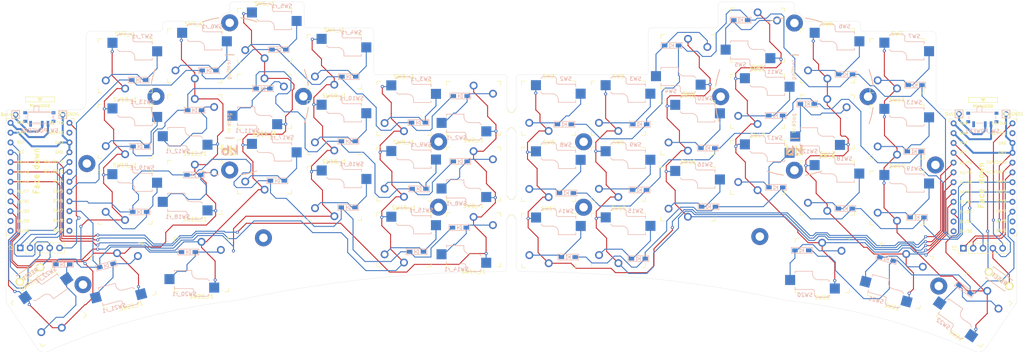
<source format=kicad_pcb>
(kicad_pcb (version 20211014) (generator pcbnew)
  (layers (0 "F.Cu" signal) (31 "B.Cu" signal) (34 "B.Paste" user) (35 "F.Paste" user) (36 "B.SilkS" user "B.Silkscreen") (37 "F.SilkS" user "F.Silkscreen") (38 "B.Mask" user) (39 "F.Mask" user) (44 "Edge.Cuts" user))
  (net 0 "")
  (net 1 "BT+")
  (net 2 "gnd")
  (net 3 "vcc")
  (net 4 "reset")
  (net 5 "raw")
  (net 6 "BT+_r")
  (net 7 "reset_r")
  (net 10 "MOSI")
  (net 12 "SCK")
  (net 13 "CS")
  (net 18 "MOSIr")
  (net 20 "SCKr")
  (net 21 "CSr")
  (net 26 "gnd_r")
  (net 27 "vcc_r")
  (net 28 "row_0")
  (net 29 "Net-(D0-Pad2)")
  (net 30 "Net-(D2-Pad2)")
  (net 31 "row_1")
  (net 32 "Net-(D6-Pad2)")
  (net 33 "Net-(D7-Pad2)")
  (net 34 "Net-(D8-Pad2)")
  (net 35 "row_2")
  (net 36 "Net-(D12-Pad2)")
  (net 37 "Net-(D13-Pad2)")
  (net 38 "Net-(D14-Pad2)")
  (net 39 "Net-(D15-Pad2)")
  (net 40 "row_3")
  (net 41 "Net-(D19-Pad2)")
  (net 42 "Net-(D20-Pad2)")
  (net 43 "col0")
  (net 44 "col1")
  (net 45 "col2")
  (net 46 "col3")
  (net 47 "col4")
  (net 48 "col5")
  (net 49 "Net-(D1-Pad2)")
  (net 50 "Net-(D3-Pad2)")
  (net 51 "Net-(D4-Pad2)")
  (net 52 "Net-(D5-Pad2)")
  (net 53 "Net-(D9-Pad2)")
  (net 54 "Net-(D10-Pad2)")
  (net 55 "Net-(D11-Pad2)")
  (net 56 "Net-(D16-Pad2)")
  (net 57 "Net-(D17-Pad2)")
  (net 58 "Net-(D18-Pad2)")
  (net 59 "raw_r")
  (net 60 "row_0r")
  (net 61 "Net-(Dr0-Pad2)")
  (net 62 "Net-(Dr1-Pad2)")
  (net 63 "Net-(Dr2-Pad2)")
  (net 64 "Net-(Dr3-Pad2)")
  (net 65 "Net-(Dr4-Pad2)")
  (net 66 "Net-(Dr5-Pad2)")
  (net 67 "row_1r")
  (net 68 "Net-(Dr6-Pad2)")
  (net 69 "Net-(Dr7-Pad2)")
  (net 70 "Net-(Dr8-Pad2)")
  (net 71 "Net-(Dr9-Pad2)")
  (net 72 "Net-(Dr10-Pad2)")
  (net 73 "Net-(Dr11-Pad2)")
  (net 74 "row_2r")
  (net 75 "Net-(Dr12-Pad2)")
  (net 76 "Net-(Dr13-Pad2)")
  (net 77 "Net-(Dr14-Pad2)")
  (net 78 "Net-(Dr15-Pad2)")
  (net 79 "Net-(Dr16-Pad2)")
  (net 80 "Net-(Dr17-Pad2)")
  (net 81 "row_3r")
  (net 82 "Net-(Dr18-Pad2)")
  (net 83 "Net-(Dr19-Pad2)")
  (net 84 "Net-(Dr20-Pad2)")
  (net 85 "col0r")
  (net 86 "col1r")
  (net 87 "col2r")
  (net 88 "col3r")
  (net 89 "col4r")
  (net 90 "col5r")
  (footprint "kbd:ProMicro_v3" (layer "F.Cu") (at 270.0484 64.328)
    (fp_text reference "U1" hide)
    (fp_text value "ProMicro-kbd" hide)
  )
  (footprint "keyswitches:Kailh_socket_PG1350_optional" (layer "F.Cu") (at 193.7766 68.1228)
    (fp_text reference "SW16")
    (fp_text value "SW_Push")
  )
  (footprint "keyswitches:Kailh_socket_PG1350_optional" (layer "F.Cu") (at 228.473 86.6394 180)
    (fp_text reference "SW20")
    (fp_text value "SW_Push")
  )
  (footprint "keyswitches:Kailh_socket_PG1350_optional" (layer "F.Cu") (at 175.8188 80.137)
    (fp_text reference "SW15")
    (fp_text value "SW_Push")
  )
  (footprint "keyswitches:Kailh_socket_PG1350_optional" (layer "F.Cu") (at 248.666 89.3572 165)
    (fp_text reference "SW21")
    (fp_text value "SW_Push")
  )
  (footprint "keyswitches:Kailh_socket_PG1350_optional" (layer "F.Cu") (at 211.7852 61.2394)
    (fp_text reference "SW17")
    (fp_text value "SW_Push")
  )
  (footprint "keyswitches:Kailh_socket_PG1350_optional" (layer "F.Cu") (at 229.7938 66.5988)
    (fp_text reference "SW18")
    (fp_text value "SW_Push")
  )
  (footprint "keyswitches:Kailh_socket_PG1350_optional" (layer "F.Cu") (at 193.802 33.8836 180)
    (fp_text reference "SW4")
    (fp_text value "SW_Push")
  )
  (footprint "keyswitches:Kailh_socket_PG1350_optional" (layer "F.Cu") (at 175.7934 45.9232)
    (fp_text reference "SW3")
    (fp_text value "SW_Push")
  )
  (footprint "keyswitches:Kailh_socket_PG1350_optional" (layer "F.Cu") (at 175.7934 63.0174)
    (fp_text reference "SW9")
    (fp_text value "SW_Push")
  )
  (footprint "keyswitches:Kailh_socket_PG1350_optional" (layer "F.Cu") (at 157.8102 80.1624)
    (fp_text reference "SW14")
    (fp_text value "SW_Push")
  )
  (footprint "keyswitches:Kailh_socket_PG1350_optional" (layer "F.Cu") (at 229.7938 49.4792 180)
    (fp_text reference "SW12")
    (fp_text value "SW_Push")
  )
  (footprint "keyswitches:Kailh_socket_PG1350_optional" (layer "F.Cu") (at 211.7852 44.1198)
    (fp_text reference "SW11")
    (fp_text value "SW_Push")
  )
  (footprint "keyswitches:Kailh_socket_PG1350_optional" (layer "F.Cu") (at 157.7848 63.0428)
    (fp_text reference "SW8")
    (fp_text value "SW_Push")
  )
  (footprint "keyswitches:Kailh_socket_PG1350_optional" (layer "F.Cu") (at 229.8192 32.3596)
    (fp_text reference "SW6")
    (fp_text value "SW_Push")
  )
  (footprint "keyswitches:Kailh_socket_PG1350_optional" (layer "F.Cu") (at 211.8106 27.0256 180)
    (fp_text reference "SW5")
    (fp_text value "SW_Push")
  )
  (footprint "keyswitches:Kailh_socket_PG1350_optional" (layer "F.Cu") (at 157.7848 45.9232)
    (fp_text reference "SW2")
    (fp_text value "SW_Push")
  )
  (footprint "Duckyb-Parts:mouse-bite-5mm-slot-with-space-for-track" (layer "F.Cu") (at 148.1582 49.0474)
    (fp_text reference "mouse-bite-2mm-slot" hide)
    (fp_text value "VAL**" hide)
  )
  (footprint "Duckyb-Parts:mouse-bite-5mm-slot-with-space-for-track" (layer "F.Cu") (at 148.1836 71.5518)
    (fp_text reference "mouse-bite-2mm-slot" hide)
    (fp_text value "VAL**" hide)
  )
  (footprint "kbd:ResetSW" (layer "F.Cu") (at 274.19 90.13 -35)
    (fp_text reference "RSW1" hide)
    (fp_text value "SW_Push")
  )
  (footprint "keyswitches:Kailh_socket_PG1350_optional" (layer "F.Cu") (at 193.7766 51.0032)
    (fp_text reference "SW10")
    (fp_text value "SW_Push")
  )
  (footprint "kbd:Tenting_Puck2" (layer "F.Cu") (at 221.302 42.936)
    (fp_text reference "REF**")
    (fp_text value "Tenting Puck")
  )
  (footprint "kbd:ProMicro_v3" (layer "F.Cu") (at 26.3306 64.2008)
    (fp_text reference "U2" hide)
    (fp_text value "ProMicro-kbd" hide)
  )
  (footprint "keyswitches:Kailh_socket_PG1350_optional" (layer "F.Cu") (at 84.3788 61.1124)
    (fp_text reference "SW17_r1")
    (fp_text value "SW_Push")
  )
  (footprint "keyswitches:Kailh_socket_PG1350_optional" (layer "F.Cu") (at 84.3534 44.1198 180)
    (fp_text reference "SW11_r1")
    (fp_text value "SW_Push")
  )
  (footprint "keyswitches:Kailh_socket_PG1350_optional" (layer "F.Cu") (at 120.396 79.9592)
    (fp_text reference "SW15_r1")
    (fp_text value "SW_Push")
  )
  (footprint "keyswitches:Kailh_socket_PG1350_optional" (layer "F.Cu") (at 66.3448 66.421 180)
    (fp_text reference "SW18_r1")
    (fp_text value "SW_Push")
  )
  (footprint "keyswitches:Kailh_socket_PG1350_optional" (layer "F.Cu") (at 66.3448 32.3596)
    (fp_text reference "SW6_r1")
    (fp_text value "SW_Push")
  )
  (footprint "keyswitches:Kailh_socket_PG1350_optional" (layer "F.Cu") (at 84.3788 27.1018)
    (fp_text reference "SW5_r1")
    (fp_text value "SW_Push")
  )
  (footprint "keyswitches:Kailh_socket_PG1350_optional" (layer "F.Cu") (at 138.4046 45.974 180)
    (fp_text reference "SW2_r1")
    (fp_text value "SW_Push")
  )
  (footprint "keyswitches:Kailh_socket_PG1350_optional" (layer "F.Cu") (at 102.4128 67.9958)
    (fp_text reference "SW16_r1")
    (fp_text value "SW_Push")
  )
  (footprint "keyswitches:Kailh_socket_PG1350_optional" (layer "F.Cu") (at 102.3874 33.9344)
    (fp_text reference "SW4_r1")
    (fp_text value "SW_Push")
  )
  (footprint "keyswitches:Kailh_socket_PG1350_optional" (layer "F.Cu") (at 48.3362 51.943)
    (fp_text reference "SW13_r1")
    (fp_text value "SW_Push")
  )
  (footprint "keyswitches:Kailh_socket_PG1350_optional" (layer "F.Cu") (at 66.3448 49.4284 180)
    (fp_text reference "SW12_r1")
    (fp_text value "SW_Push")
  )
  (footprint "keyswitches:Kailh_socket_PG1350_optional" (layer "F.Cu") (at 120.396 45.974)
    (fp_text reference "SW3_r1")
    (fp_text value "SW_Push")
  )
  (footprint "keyswitches:Kailh_socket_PG1350_optional" (layer "F.Cu") (at 138.3792 62.9666 180)
    (fp_text reference "SW8_r1")
    (fp_text value "SW_Push")
  )
  (footprint "keyswitches:Kailh_socket_PG1350_optional" (layer "F.Cu") (at 47.7774 89.154 -165)
    (fp_text reference "SW21_r1")
    (fp_text value "SW_Push")
  )
  (footprint "keyswitches:Kailh_socket_PG1350_optional" (layer "F.Cu") (at 120.396 62.9666)
    (fp_text reference "SW9_r1")
    (fp_text value "SW_Push")
  )
  (footprint "keyswitches:Kailh_socket_PG1350_optional" (layer "F.Cu") (at 68.072 86.4108 180)
    (fp_text reference "SW20_r1")
    (fp_text value "SW_Push")
  )
  (footprint "keyswitches:Kailh_socket_PG1350_optional" (layer "F.Cu") (at 48.3362 34.9504)
    (fp_text reference "SW7_r1")
    (fp_text value "SW_Push")
  )
  (footprint "kbd:Tenting_Puck2" (layer "F.Cu") (at 75.3574 42.8784)
    (fp_text reference "REF**")
    (fp_text value "Tenting Puck")
  )
  (footprint "kbd:ResetSW" (layer "F.Cu") (at 23.75 88.98 35)
    (fp_text reference "RSW2" hide)
    (fp_text value "SW_Push")
  )
  (footprint "keyswitches:Kailh_socket_PG1350_optional" (layer "F.Cu") (at 247.8278 52.0446)
    (fp_text reference "SW13")
    (fp_text value "SW_Push")
  )
  (footprint "" (layer "F.Cu") (at 166.83 54.63)
    (fp_text reference "")
    (fp_text value "")
  )
  (footprint "" (layer "F.Cu") (at 166.82 71.57)
    (fp_text reference "")
    (fp_text value "")
  )
  (footprint "" (layer "F.Cu") (at 212.36 79.15)
    (fp_text reference "")
    (fp_text value "")
  )
  (footprint "keyswitches:Kailh_socket_PG1350_optional" (layer "F.Cu") (at 267.7668 98.044 145)
    (fp_text reference "SW22")
    (fp_text value "SW_Push")
  )
  (footprint "" (layer "F.Cu") (at 129.35 54.61)
    (fp_text reference "")
    (fp_text value "")
  )
  (footprint "keyswitches:Kailh_socket_PG1350_optional" (layer "F.Cu") (at 247.8278 69.1642)
    (fp_text reference "SW19")
    (fp_text value "SW_Push")
  )
  (footprint "" (layer "F.Cu") (at 257.75 60.62)
    (fp_text reference "")
    (fp_text value "")
  )
  (footprint "keyswitches:Kailh_socket_PG1350_optional" (layer "F.Cu") (at 48.3108 68.961)
    (fp_text reference "SW19_r1")
    (fp_text value "SW_Push")
  )
  (footprint "" (layer "F.Cu") (at 37.45 91.6)
    (fp_text reference "")
    (fp_text value "")
  )
  (footprint "kbd:1pin_conn" (layer "F.Cu") (at 263.8552 47.3964)
    (fp_text reference "Bat+1")
    (fp_text value "MountingHole_Pad" hide)
  )
  (footprint "keyswitches:Kailh_socket_PG1350_optional" (layer "F.Cu") (at 102.3874 50.9778)
    (fp_text reference "SW10_r1")
    (fp_text value "SW_Push")
  )
  (footprint "keyswitches:Kailh_socket_PG1350_optional" (layer "F.Cu") (at 28.584536 97.91193 35)
    (fp_text reference "SW22_r1")
    (fp_text value "SW_Push")
  )
  (footprint "kbd:1pin_conn" (layer "F.Cu") (at 275.9964 47.4472)
    (fp_text reference "BatGND1")
    (fp_text value "MountingHole_Pad" hide)
  )
  (footprint "kbd:1pin_conn" (layer "F.Cu") (at 20.0406 47.5742)
    (fp_text reference "Bat+r1")
    (fp_text value "MountingHole_Pad" hide)
  )
  (footprint "" (layer "F.Cu") (at 129.32 71.54)
    (fp_text reference "")
    (fp_text value "")
  )
  (footprint "" (layer "F.Cu") (at 258.61 91.95)
    (fp_text reference "")
    (fp_text value "")
  )
  (footprint "Connector_PinHeader_2.54mm:PinHeader_1x05_P2.54mm_Vertical" (layer "F.Cu") (at 264.965 82.18 90)
    (fp_text reference "J1")
    (fp_text value "ScreenL")
  )
  (footprint "" (layer "F.Cu") (at 38.45 60.26)
    (fp_text reference "")
    (fp_text value "")
  )
  (footprint "keyswitches:Kailh_socket_PG1350_optional" (layer "F.Cu") (at 138.3792 79.9846 180)
    (fp_text reference "SW14_r1")
    (fp_text value "SW_Push")
  )
  (footprint "keyswitches:Kailh_socket_PG1350_optional" (layer "F.Cu") (at 247.8278 34.925)
    (fp_text reference "SW7")
    (fp_text value "SW_Push")
  )
  (footprint "" (layer "F.Cu") (at 84.08 79.48)
    (fp_text reference "")
    (fp_text value "")
  )
  (footprint "Connector_PinHeader_2.54mm:PinHeader_1x05_P2.54mm_Vertical" (layer "F.Cu") (at 21.23 82.09 90)
    (fp_text reference "J2")
    (fp_text value "ScreenR")
  )
  (footprint "kbd:1pin_conn" (layer "F.Cu") (at 32.2072 47.625)
    (fp_text reference "BatGND4")
    (fp_text value "MountingHole_Pad" hide)
  )
  (footprint "kbd:D3_SMD_v2" (layer "B.Cu") (at 181.2798 67.0814 180)
    (fp_text reference "D7" hide)
    (fp_text value "D" hide)
  )
  (footprint "kbd:D3_SMD_v2" (layer "B.Cu") (at 223.2122 82.7278 180)
    (fp_text reference "D18" hide)
    (fp_text value "D" hide)
  )
  (footprint "kbd:D3_SMD_v2" (layer "B.Cu") (at 66.0908 63.1952)
    (fp_text reference "Dr16" hide)
    (fp_text value "D" hide)
  )
  (footprint "kbd:D3_SMD_v2" (layer "B.Cu") (at 134.9472 59.69)
    (fp_text reference "Dr6" hide)
    (fp_text value "D" hide)
  )
  (footprint "kbd:D3_SMD_v2" (layer "B.Cu") (at 87.6808 64.6938)
    (fp_text reference "Dr15" hide)
    (fp_text value "D" hide)
  )
  (footprint "kbd:D3_SMD_v2" (layer "B.Cu") (at 88.0872 30.7594)
    (fp_text reference "Dr3" hide)
    (fp_text value "D" hide)
  )
  (footprint "kbd:D3_SMD_v2" (layer "B.Cu") (at 64.6908 83.1596)
    (fp_text reference "Dr18" hide)
    (fp_text value "D" hide)
  )
  (footprint "kbd:D3_SMD_v2" (layer "B.Cu") (at 83.9724 40.8432)
    (fp_text reference "Dr9" hide)
    (fp_text value "D" hide)
  )
  (footprint "kbd:D3_SMD_v2" (layer "B.Cu") (at 252.2698 57.1246 180)
    (fp_text reference "D11" hide)
    (fp_text value "D" hide)
  )
  (footprint "kbd:D3_SMD_v2" (layer "B.Cu") (at 253.0064 74.1934 180)
    (fp_text reference "D17" hide)
    (fp_text value "D" hide)
  )
  (footprint "kbd:D3_SMD_v2" (layer "B.Cu") (at 216.5066 66.421 180)
    (fp_text reference "D15" hide)
    (fp_text value "D" hide)
  )
  (footprint "kbd:D3_SMD_v2" (layer "B.Cu") (at 189.5602 29.6926 180)
    (fp_text reference "D2" hide)
    (fp_text value "D" hide)
  )
  (footprint "kbd:D3_SMD_v2" (layer "B.Cu") (at 70.0278 36.1696)
    (fp_text reference "Dr4" hide)
    (fp_text value "D" hide)
  )
  (footprint "kbd:D3_SMD_v2" (layer "B.Cu") (at 180.975 84.8614 180)
    (fp_text reference "D13" hide)
    (fp_text value "D" hide)
  )
  (footprint "kbd:D3_SMD_v2" (layer "B.Cu") (at 66.294 46.4566)
    (fp_text reference "Dr10" hide)
    (fp_text value "D" hide)
  )
  (footprint "Button_Switch_SMD:SW_SPDT_PCM12" (layer "B.Cu") (at 269.875 48.6588)
    (fp_text reference "SW_POWER1")
    (fp_text value "SW_SPDT")
  )
  (footprint "kbd:D3_SMD_v2" (layer "B.Cu") (at 162.3822 67.8942 180)
    (fp_text reference "D6" hide)
    (fp_text value "D" hide)
  )
  (footprint "kbd:D3_SMD_v2" (layer "B.Cu") (at 207.4164 23.1394 180)
    (fp_text reference "D3" hide)
    (fp_text value "D" hide)
  )
  (footprint "kbd:D3_SMD_v2" (layer "B.Cu") (at 52.1716 55.8292)
    (fp_text reference "Dr11" hide)
    (fp_text value "D" hide)
  )
  (footprint "kbd:D3_SMD_v2" (layer "B.Cu") (at 106.1466 37.7698)
    (fp_text reference "Dr2" hide)
    (fp_text value "D" hide)
  )
  (footprint "kbd:D3_SMD_v2" (layer "B.Cu") (at 265.283795 92.788298 145)
    (fp_text reference "D20" hide)
    (fp_text value "D" hide)
  )
  (footprint "kbd:D3_SMD_v2" (layer "B.Cu") (at 234.4644 71.9074 180)
    (fp_text reference "D16" hide)
    (fp_text value "D" hide)
  )
  (footprint "kbd:D3_SMD_v2" (layer "B.Cu") (at 134.9472 42.7736)
    (fp_text reference "Dr0" hide)
    (fp_text value "D" hide)
  )
  (footprint "kbd:D3_SMD_v2" (layer "B.Cu") (at 32.225 86.35)
    (fp_text reference "Dr20" hide)
    (fp_text value "D" hide)
  )
  (footprint "kbd:D3_SMD_v2" (layer "B.Cu") (at 124.3076 66.802)
    (fp_text reference "Dr7" hide)
    (fp_text value "D" hide)
  )
  (footprint "kbd:D3_SMD_v2" (layer "B.Cu") (at 51.8414 38.6334)
    (fp_text reference "Dr5" hide)
    (fp_text value "D" hide)
  )
  (footprint "kbd:D3_SMD_v2" (layer "B.Cu") (at 134.7186 76.835)
    (fp_text reference "Dr12" hide)
    (fp_text value "D" hide)
  )
  (footprint "kbd:D3_SMD_v2" (layer "B.Cu") (at 245.122718 84.939804 165)
    (fp_text reference "D19" hide)
    (fp_text value "D" hide)
  )
  (footprint "kbd:D3_SMD_v2" (layer "B.Cu") (at 124.1552 49.657)
    (fp_text reference "Dr1" hide)
    (fp_text value "D" hide)
  )
  (footprint "Button_Switch_SMD:SW_SPDT_PCM12" (layer "B.Cu") (at 26.162 48.5318)
    (fp_text reference "SW_POWERR1")
    (fp_text value "SW_SPDT")
  )
  (footprint "kbd:D3_SMD_v2" (layer "B.Cu") (at 105.9688 71.6026)
    (fp_text reference "Dr14" hide)
    (fp_text value "D" hide)
  )
  (footprint "kbd:D3_SMD_v2" (layer "B.Cu") (at 224.6346 44.831 180)
    (fp_text reference "D10" hide)
    (fp_text value "D" hide)
  )
  (footprint "kbd:D3_SMD_v2" (layer "B.Cu") (at 216.4558 47.8282 180)
    (fp_text reference "D9" hide)
    (fp_text value "D" hide)
  )
  (footprint "kbd:D3_SMD_v2" (layer "B.Cu") (at 123.6472 83.0834)
    (fp_text reference "Dr13" hide)
    (fp_text value "D" hide)
  )
  (footprint "kbd:D3_SMD_v2" (layer "B.Cu") (at 162.8648 84.455 180)
    (fp_text reference "D12" hide)
    (fp_text value "D" hide)
  )
  (footprint "kbd:D3_SMD_v2" (layer "B.Cu") (at 234.5406 37.1602 180)
    (fp_text reference "D4" hide)
    (fp_text value "D" hide)
  )
  (footprint "kbd:D3_SMD_v2" (layer "B.Cu") (at 161.8488 50.0888 180)
    (fp_text reference "D0" hide)
    (fp_text value "D" hide)
  )
  (footprint "kbd:D3_SMD_v2" (layer "B.Cu") (at 199.1106 71.4248 180)
    (fp_text reference "D14" hide)
    (fp_text value "D" hide)
  )
  (footprint "kbd:D3_SMD_v2" (layer "B.Cu") (at 106.0196 54.483)
    (fp_text reference "Dr8" hide)
    (fp_text value "D" hide)
  )
  (footprint "kbd:D3_SMD_v2" (layer "B.Cu") (at 43.497518 86.637196 15)
    (fp_text reference "Dr19" hide)
    (fp_text value "D" hide)
  )
  (footprint "kbd:D3_SMD_v2" (layer "B.Cu") (at 252.4984 39.9288 180)
    (fp_text reference "D5" hide)
    (fp_text value "D" hide)
  )
  (footprint "kbd:D3_SMD_v2" (layer "B.Cu") (at 52.0954 72.771)
    (fp_text reference "Dr17" hide)
    (fp_text value "D" hide)
  )
  (footprint "kbd:D3_SMD_v2" (layer "B.Cu") (at 181.3306 50.0888 180)
    (fp_text reference "D1" hide)
    (fp_text value "D" hide)
  )
  (footprint "kbd:D3_SMD_v2" (layer "B.Cu") (at 198.9298 56.261 180)
    (fp_text reference "D8" hide)
    (fp_text value "D" hide)
  )
  (gr_rect (start 23.1826 47.0558) (end 29.9136 49.9768) (layer "B.SilkS") (width 0.12) (fill none))
  (gr_line (start 257.90942 44.429122) (end 257.909464 27.104542) (layer "Edge.Cuts") (width 0.05))
  (gr_arc (start 270.637 108.2294) (mid 269.370152 108.985251) (end 267.901405 108.84742) (layer "Edge.Cuts") (width 0.05))
  (gr_arc (start 259.91381 46.355) (mid 258.5212 45.798392) (end 257.90942 44.429122) (layer "Edge.Cuts") (width 0.05))
  (gr_arc (start 150.6474 88.2142) (mid 185.167842 90.120635) (end 219.288534 95.695027) (layer "Edge.Cuts") (width 0.05))
  (gr_arc (start 256.837367 26.012681) (mid 257.599556 26.336563) (end 257.909464 27.104542) (layer "Edge.Cuts") (width 0.05))
  (gr_line (start 224.014371 23.380506) (end 237.31202 23.374308) (layer "Edge.Cuts") (width 0.05))
  (gr_arc (start 57.9882 25.3746) (mid 57.802213 25.823613) (end 57.3532 26.0096) (layer "Edge.Cuts") (width 0.05))
  (gr_arc (start 220.24322 18.370508) (mid 221.001492 18.692586) (end 221.3102 19.4564) (layer "Edge.Cuts") (width 0.05))
  (gr_arc (start 93.6498 18.3642) (mid 94.314606 18.642121) (end 94.5896 19.308139) (layer "Edge.Cuts") (width 0.05))
  (gr_line (start 147.294227 46.0756) (end 146.9644 46.0756) (layer "Edge.Cuts") (width 0.05))
  (gr_line (start 149.4282 51.9684) (end 149.4536 68.6562) (layer "Edge.Cuts") (width 0.05))
  (gr_line (start 149.1488 51.9684) (end 149.4282 51.9684) (layer "Edge.Cuts") (width 0.05))
  (gr_line (start 57.9882 24.4348) (end 57.9882 25.3746) (layer "Edge.Cuts") (width 0.05))
  (gr_arc (start 111.8616 25.1587) (mid 112.400415 25.381885) (end 112.6236 25.9207) (layer "Edge.Cuts") (width 0.05))
  (gr_line (start 18.0848 46.355) (end 36.230332 46.348917) (layer "Edge.Cuts") (width 0.05))
  (gr_line (start 146.9136 68.6562) (end 146.939 51.9684) (layer "Edge.Cuts") (width 0.05))
  (gr_arc (start 38.2524 27.1018) (mid 38.562305 26.333819) (end 39.324497 26.009939) (layer "Edge.Cuts") (width 0.05))
  (gr_arc (start 38.252444 44.42638) (mid 37.655351 45.823057) (end 36.230332 46.348917) (layer "Edge.Cuts") (width 0.05))
  (gr_arc (start 237.31202 23.374308) (mid 238.061369 23.687374) (end 238.379 24.4348) (layer "Edge.Cuts") (width 0.05))
  (gr_line (start 38.2524 27.1018) (end 38.252444 44.42638) (layer "Edge.Cuts") (width 0.05))
  (gr_line (start 259.91381 46.355) (end 278.2824 46.355) (layer "Edge.Cuts") (width 0.05))
  (gr_line (start 146.9136 87.0204) (end 146.9136 74.4728) (layer "Edge.Cuts") (width 0.05))
  (gr_arc (start 201.594385 19.308139) (mid 201.869385 18.642127) (end 202.534185 18.3642) (layer "Edge.Cuts") (width 0.05))
  (gr_arc (start 149.4028 37.9476) (mid 149.603666 37.462666) (end 150.0886 37.2618) (layer "Edge.Cuts") (width 0.05))
  (gr_line (start 147.2692 68.6562) (end 146.9136 68.6562) (layer "Edge.Cuts") (width 0.05))
  (gr_line (start 147.1676 51.9684) (end 146.939 51.9684) (layer "Edge.Cuts") (width 0.05))
  (gr_arc (start 219.288534 95.695027) (mid 244.102885 100.393904) (end 267.901405 108.84742) (layer "Edge.Cuts") (width 0.05))
  (gr_line (start 75.331283 19.558) (end 75.3364 21.082) (layer "Edge.Cuts") (width 0.05))
  (gr_line (start 149.4028 37.9476) (end 149.4028 46.1518) (layer "Edge.Cuts") (width 0.05))
  (gr_line (start 278.6888 96.266) (end 270.637 108.2294) (layer "Edge.Cuts") (width 0.05))
  (gr_line (start 201.594385 19.308139) (end 201.594385 24.384) (layer "Edge.Cuts") (width 0.05))
  (gr_arc (start 147.1676 51.9684) (mid 148.1582 50.9778) (end 149.1488 51.9684) (layer "Edge.Cuts") (width 0.05))
  (gr_line (start 94.5896 24.384) (end 94.5896 19.308139) (layer "Edge.Cuts") (width 0.05))
  (gr_arc (start 278.2824 46.355) (mid 278.583606 46.476195) (end 278.708868 46.775732) (layer "Edge.Cuts") (width 0.05))
  (gr_line (start 183.064711 37.2618) (end 150.0886 37.2618) (layer "Edge.Cuts") (width 0.05))
  (gr_line (start 278.708868 46.775732) (end 278.7396 96.012) (layer "Edge.Cuts") (width 0.05))
  (gr_arc (start 57.9882 24.4348) (mid 58.305825 23.687368) (end 59.05518 23.374308) (layer "Edge.Cuts") (width 0.05))
  (gr_line (start 147.2692 74.4728) (end 146.9136 74.4728) (layer "Edge.Cuts") (width 0.05))
  (gr_line (start 256.837367 26.012681) (end 239.014 26.0096) (layer "Edge.Cuts") (width 0.05))
  (gr_line (start 238.379 25.3746) (end 238.379 24.4348) (layer "Edge.Cuts") (width 0.05))
  (gr_arc (start 28.465795 108.84742) (mid 52.264315 100.393904) (end 77.078666 95.695027) (layer "Edge.Cuts") (width 0.05))
  (gr_line (start 57.3532 26.0096) (end 39.324497 26.009939) (layer "Edge.Cuts") (width 0.05))
  (gr_arc (start 17.658332 46.775732) (mid 17.783594 46.476195) (end 18.0848 46.355) (layer "Edge.Cuts") (width 0.05))
  (gr_arc (start 201.594385 24.384) (mid 201.3712 24.922815) (end 200.832385 25.146) (layer "Edge.Cuts") (width 0.05))
  (gr_arc (start 149.097999 68.6562) (mid 148.821384 69.286546) (end 148.1836 69.545552) (layer "Edge.Cuts") (width 0.05))
  (gr_line (start 59.05518 23.374308) (end 72.6186 23.368) (layer "Edge.Cuts") (width 0.05))
  (gr_arc (start 150.6474 88.2142) (mid 149.803256 87.864544) (end 149.4536 87.0204) (layer "Edge.Cuts") (width 0.05))
  (gr_arc (start 95.3516 25.146) (mid 94.812785 24.922815) (end 94.5896 24.384) (layer "Edge.Cuts") (width 0.05))
  (gr_line (start 149.4028 46.1518) (end 149.0218 46.1518) (layer "Edge.Cuts") (width 0.05))
  (gr_arc (start 146.9136 87.0204) (mid 146.568763 87.869363) (end 145.7198 88.2142) (layer "Edge.Cuts") (width 0.05))
  (gr_line (start 149.4536 74.4728) (end 149.098 74.4728) (layer "Edge.Cuts") (width 0.05))
  (gr_line (start 200.832385 25.146) (end 184.277 25.146) (layer "Edge.Cuts") (width 0.05))
  (gr_arc (start 183.515 36.7411) (mid 183.391492 37.089343) (end 183.064711 37.2618) (layer "Edge.Cuts") (width 0.05))
  (gr_line (start 111.8616 25.1587) (end 95.3516 25.146) (layer "Edge.Cuts") (width 0.05))
  (gr_arc (start 146.2786 37.2618) (mid 146.763534 37.462666) (end 146.9644 37.9476) (layer "Edge.Cuts") (width 0.05))
  (gr_line (start 149.4536 74.4728) (end 149.4536 87.0204) (layer "Edge.Cuts") (width 0.05))
  (gr_arc (start 113.1316 37.2618) (mid 112.791933 37.137456) (end 112.6236 36.8173) (layer "Edge.Cuts") (width 0.05))
  (gr_line (start 146.9644 46.0756) (end 146.9644 37.9476) (layer "Edge.Cuts") (width 0.05))
  (gr_arc (start 28.465795 108.84742) (mid 26.989337 109.019382) (end 25.7302 108.2294) (layer "Edge.Cuts") (width 0.05))
  (gr_arc (start 148.1836 69.545552) (mid 147.545816 69.286546) (end 147.269201 68.6562) (layer "Edge.Cuts") (width 0.05))
  (gr_arc (start 239.014 26.0096) (mid 238.564987 25.823613) (end 238.379 25.3746) (layer "Edge.Cuts") (width 0.05))
  (gr_line (start 149.4536 68.6562) (end 149.098 68.6562) (layer "Edge.Cuts") (width 0.05))
  (gr_line (start 146.2786 37.2618) (end 113.1316 37.2618) (layer "Edge.Cuts") (width 0.05))
  (gr_arc (start 72.6186 23.368) (mid 73.56438 21.733846) (end 75.3364 21.082) (layer "Edge.Cuts") (width 0.05))
  (gr_line (start 183.515 25.9334) (end 183.515 36.7411) (layer "Edge.Cuts") (width 0.05))
  (gr_arc (start 183.515 25.9334) (mid 183.736692 25.385531) (end 184.277 25.146) (layer "Edge.Cuts") (width 0.05))
  (gr_arc (start 17.6784 96.266) (mid 17.640424 96.141515) (end 17.6276 96.012) (layer "Edge.Cuts") (width 0.05))
  (gr_arc (start 149.0218 46.1518) (mid 148.11935 46.990258) (end 147.294227 46.0756) (layer "Edge.Cuts") (width 0.05))
  (gr_arc (start 147.2692 74.4728) (mid 148.1836 73.5584) (end 149.098 74.4728) (layer "Edge.Cuts") (width 0.05))
  (gr_arc (start 75.331283 19.558) (mid 75.719882 18.650026) (end 76.6572 18.3388) (layer "Edge.Cuts") (width 0.05))
  (gr_arc (start 221.3102 21.1836) (mid 223.046636 21.808956) (end 224.014371 23.380506) (layer "Edge.Cuts") (width 0.05))
  (gr_line (start 17.6276 96.012) (end 17.658332 46.775732) (layer "Edge.Cuts") (width 0.05))
  (gr_line (start 25.7302 108.2294) (end 17.6784 96.266) (layer "Edge.Cuts") (width 0.05))
  (gr_arc (start 278.7396 96.012) (mid 278.726775 96.141515) (end 278.6888 96.266) (layer "Edge.Cuts") (width 0.05))
  (gr_line (start 220.24322 18.370508) (end 202.534185 18.3642) (layer "Edge.Cuts") (width 0.05))
  (gr_line (start 93.6498 18.3642) (end 76.6572 18.3388) (layer "Edge.Cuts") (width 0.05))
  (gr_line (start 112.6236 36.8173) (end 112.6236 25.9207) (layer "Edge.Cuts") (width 0.05))
  (gr_line (start 221.3102 21.1836) (end 221.3102 19.4564) (layer "Edge.Cuts") (width 0.05))
  (gr_arc (start 77.078666 95.695027) (mid 111.199358 90.120635) (end 145.7198 88.2142) (layer "Edge.Cuts") (width 0.05))
  (gr_text "Face down" (at 269.5702 65.913 90) (layer "F.SilkS") (effects (font (size 1.5 1.5) (thickness 0.3))))
  (gr_text "Face down" (at 25.3746 62.1792 90) (layer "F.SilkS") (effects (font (size 1.5 1.5) (thickness 0.3))))
  (segment (start 270.625 51.665) (end 270.625 50.0888) (width 0.5) (layer "B.Cu") (net 1))
  (segment (start 263.8552 47.3964) (end 263.8552 48.9952) (width 0.5) (layer "B.Cu") (net 1))
  (segment (start 263.8552 48.9952) (end 267.52 52.66) (width 0.5) (layer "B.Cu") (net 1))
  (segment (start 269.63 52.66) (end 270.625 51.665) (width 0.5) (layer "B.Cu") (net 1))
  (segment (start 267.52 52.66) (end 269.63 52.66) (width 0.5) (layer "B.Cu") (net 1))
  (segment (start 276.852244 89.012244) (end 272.585 84.745) (width 0.25) (layer "F.Cu") (net 2))
  (segment (start 276.852244 91.994123) (end 276.852244 89.012244) (width 0.25) (layer "F.Cu") (net 2))
  (segment (start 274.26 60.8698) (end 277.6598 57.47) (width 0.25) (layer "F.Cu") (net 2))
  (segment (start 274.26 74.86) (end 274.26 60.8698) (width 0.25) (layer "F.Cu") (net 2))
  (segment (start 272.585 84.745) (end 272.585 82.18) (width 0.25) (layer "F.Cu") (net 2))
  (via (at 274.26 74.86) (size 0.8) (drill 0.4) (layers "F.Cu" "B.Cu") (net 2))
  (segment (start 272.585 82.18) (end 274.755 84.35) (width 0.25) (layer "B.Cu") (net 2))
  (segment (start 274.755 84.35) (end 275.05 84.35) (width 0.25) (layer "B.Cu") (net 2))
  (segment (start 275.05 84.35) (end 275.9 84.35) (width 0.25) (layer "B.Cu") (net 2))
  (segment (start 267.5198 57.47) (end 277.6598 57.47) (width 0.5) (layer "B.Cu") (net 2))
  (segment (start 276.11 79.67) (end 274.26 77.82) (width 0.25) (layer "B.Cu") (net 2))
  (segment (start 262.4398 52.39) (end 267.5198 57.47) (width 0.5) (layer "B.Cu") (net 2))
  (segment (start 277.11 83.14) (end 277.11 80.67) (width 0.25) (layer "B.Cu") (net 2))
  (segment (start 277.6598 54.93) (end 277.6598 57.47) (width 0.5) (layer "B.Cu") (net 2))
  (segment (start 277.11 80.67) (end 276.11 79.67) (width 0.25) (layer "B.Cu") (net 2))
  (segment (start 275.9 84.35) (end 277.11 83.14) (width 0.25) (layer "B.Cu") (net 2))
  (segment (start 275.9964 53.2666) (end 277.6598 54.93) (width 0.5) (layer "B.Cu") (net 2))
  (segment (start 274.26 77.82) (end 274.26 74.86) (width 0.25) (layer "B.Cu") (net 2))
  (segment (start 275.9964 47.4472) (end 275.9964 53.2666) (width 0.5) (layer "B.Cu") (net 2))
  (segment (start 266.62 61.6502) (end 262.4398 57.47) (width 0.25) (layer "F.Cu") (net 3))
  (segment (start 266.62 71.77) (end 266.62 61.6502) (width 0.25) (layer "F.Cu") (net 3))
  (via (at 266.62 71.77) (size 0.8) (drill 0.4) (layers "F.Cu" "B.Cu") (net 3))
  (segment (start 270.045 78.655) (end 266.78 75.39) (width 0.25) (layer "B.Cu") (net 3))
  (segment (start 270.045 82.18) (end 270.045 78.655) (width 0.25) (layer "B.Cu") (net 3))
  (segment (start 266.62 75.23) (end 266.62 71.77) (width 0.25) (layer "B.Cu") (net 3))
  (segment (start 266.78 75.39) (end 266.62 75.23) (width 0.25) (layer "B.Cu") (net 3))
  (segment (start 262.4398 54.93) (end 271.23 63.7202) (width 0.25) (layer "F.Cu") (net 4))
  (segment (start 271.23 63.7202) (end 271.23 77.75) (width 0.25) (layer "F.Cu") (net 4))
  (via (at 271.23 77.75) (size 0.8) (drill 0.4) (layers "F.Cu" "B.Cu") (net 4))
  (segment (start 271.34 88.078121) (end 271.527756 88.265877) (width 0.25) (layer "B.Cu") (net 4))
  (segment (start 271.23 77.75) (end 271.34 77.86) (width 0.25) (layer "B.Cu") (net 4))
  (segment (start 271.34 77.86) (end 271.34 88.078121) (width 0.25) (layer "B.Cu") (net 4))
  (segment (start 266.5398 53.95) (end 272.03 53.95) (width 0.5) (layer "B.Cu") (net 5))
  (segment (start 262.4398 49.85) (end 266.5398 53.95) (width 0.5) (layer "B.Cu") (net 5))
  (segment (start 272.125 53.895) (end 272.125 50.0888) (width 0.5) (layer "B.Cu") (net 5))
  (segment (start 20.0406 47.5742) (end 20.0406 48.6606) (width 0.5) (layer "B.Cu") (net 6))
  (segment (start 23.37 51.99) (end 25.82 51.99) (width 0.5) (layer "B.Cu") (net 6))
  (segment (start 26.912 50.898) (end 26.912 49.9618) (width 0.5) (layer "B.Cu") (net 6))
  (segment (start 20.0406 48.6606) (end 23.37 51.99) (width 0.5) (layer "B.Cu") (net 6))
  (segment (start 25.82 51.99) (end 26.912 50.898) (width 0.5) (layer "B.Cu") (net 6))
  (segment (start 21.08 57.1608) (end 18.722 54.8028) (width 0.25) (layer "B.Cu") (net 7))
  (segment (start 21.087756 90.844123) (end 21.087756 89.407756) (width 0.25) (layer "B.Cu") (net 7))
  (segment (start 18.69 80.47) (end 21.08 78.08) (width 0.25) (layer "B.Cu") (net 7))
  (segment (start 18.69 87.01) (end 18.69 80.47) (width 0.25) (layer "B.Cu") (net 7))
  (segment (start 21.087756 89.407756) (end 18.69 87.01) (width 0.25) (layer "B.Cu") (net 7))
  (segment (start 21.08 78.08) (end 21.08 57.1608) (width 0.25) (layer "B.Cu") (net 7))
  (segment (start 264.965 82.075) (end 268.03 79.01) (width 0.25) (layer "F.Cu") (net 10))
  (segment (start 275.21 62.4598) (end 277.6598 60.01) (width 0.25) (layer "F.Cu") (net 10))
  (segment (start 274.36 79.01) (end 274.38 79.03) (width 0.25) (layer "F.Cu") (net 10))
  (segment (start 268.03 79.01) (end 274.36 79.01) (width 0.25) (layer "F.Cu") (net 10))
  (segment (start 274.38 79.03) (end 275.21 78.2) (width 0.25) (layer "F.Cu") (net 10))
  (segment (start 264.965 82.18) (end 264.965 82.075) (width 0.25) (layer "F.Cu") (net 10))
  (segment (start 275.21 78.2) (end 275.21 62.4598) (width 0.25) (layer "F.Cu") (net 10))
  (segment (start 267.505 80.535) (end 268.45 79.59) (width 0.25) (layer "F.Cu") (net 12))
  (segment (start 275.79 64.4198) (end 277.6598 62.55) (width 0.25) (layer "F.Cu") (net 12))
  (segment (start 274.84 79.59) (end 275.79 78.64) (width 0.25) (layer "F.Cu") (net 12))
  (segment (start 267.505 82.18) (end 267.505 80.535) (width 0.25) (layer "F.Cu") (net 12))
  (segment (start 268.45 79.59) (end 274.84 79.59) (width 0.25) (layer "F.Cu") (net 12))
  (segment (start 275.79 78.64) (end 275.79 64.4198) (width 0.25) (layer "F.Cu") (net 12))
  (segment (start 272.74 54.7698) (end 277.6598 49.85) (width 0.25) (layer "F.Cu") (net 13))
  (segment (start 272.74 74.89) (end 272.74 54.7698) (width 0.25) (layer "F.Cu") (net 13))
  (via (at 272.74 74.89) (size 0.8) (drill 0.4) (layers "F.Cu" "B.Cu") (net 13))
  (segment (start 275.125 82.18) (end 275.125 80.855) (width 0.25) (layer "B.Cu") (net 13))
  (segment (start 272.74 78.47) (end 272.74 74.89) (width 0.25) (layer "B.Cu") (net 13))
  (segment (start 275.125 80.855) (end 272.74 78.47) (width 0.25) (layer "B.Cu") (net 13))
  (segment (start 21.23 81.38) (end 24.01 78.6) (width 0.25) (layer "B.Cu") (net 18))
  (segment (start 31.39 77.58) (end 31.39 61.85) (width 0.25) (layer "B.Cu") (net 18))
  (segment (start 24.01 78.6) (end 30.37 78.6) (width 0.25) (layer "B.Cu") (net 18))
  (segment (start 31.78 61.46) (end 32.3648 61.46) (width 0.25) (layer "B.Cu") (net 18))
  (segment (start 31.39 61.85) (end 31.78 61.46) (width 0.25) (layer "B.Cu") (net 18))
  (segment (start 30.37 78.6) (end 31.39 77.58) (width 0.25) (layer "B.Cu") (net 18))
  (segment (start 21.23 82.09) (end 21.23 81.38) (width 0.25) (layer "B.Cu") (net 18))
  (segment (start 32.3648 61.46) (end 33.942 59.8828) (width 0.25) (layer "B.Cu") (net 18))
  (segment (start 33.0072 62.4228) (end 33.942 62.4228) (width 0.25) (layer "B.Cu") (net 20))
  (segment (start 23.77 80.92) (end 25.34 79.35) (width 0.25) (layer "B.Cu") (net 20))
  (segment (start 32.14 63.29) (end 33.0072 62.4228) (width 0.25) (layer "B.Cu") (net 20))
  (segment (start 23.77 82.09) (end 23.77 80.92) (width 0.25) (layer "B.Cu") (net 20))
  (segment (start 30.87 79.35) (end 32.14 78.08) (width 0.25) (layer "B.Cu") (net 20))
  (segment (start 25.34 79.35) (end 30.87 79.35) (width 0.25) (layer "B.Cu") (net 20))
  (segment (start 32.14 78.08) (end 32.14 63.29) (width 0.25) (layer "B.Cu") (net 20))
  (segment (start 33.942 49.7228) (end 35.72 51.5008) (width 0.25) (layer "F.Cu") (net 21))
  (segment (start 35.72 73.67) (end 36.395 74.345) (width 0.25) (layer "F.Cu") (net 21))
  (segment (start 35.72 51.5008) (end 35.72 73.67) (width 0.25) (layer "F.Cu") (net 21))
  (via (at 36.395 74.345) (size 0.8) (drill 0.4) (layers "F.Cu" "B.Cu") (net 21))
  (segment (start 35.78 80.84) (end 35.78 74.96) (width 0.25) (layer "B.Cu") (net 21))
  (segment (start 35.78 74.96) (end 36.395 74.345) (width 0.25) (layer "B.Cu") (net 21))
  (segment (start 31.39 82.09) (end 34.53 82.09) (width 0.25) (layer "B.Cu") (net 21))
  (segment (start 36.395 74.345) (end 36.41 74.33) (width 0.25) (layer "B.Cu") (net 21))
  (segment (start 34.53 82.09) (end 35.78 80.84) (width 0.25) (layer "B.Cu") (net 21))
  (segment (start 29.78 77.55) (end 30.84 76.49) (width 0.25) (layer "B.Cu") (net 26))
  (segment (start 20.33 84.22) (end 19.66 83.55) (width 0.25) (layer "B.Cu") (net 26))
  (segment (start 30.7 55.81) (end 31.7072 54.8028) (width 0.5) (layer "B.Cu") (net 26))
  (segment (start 20.6928 52.2628) (end 24.24 55.81) (width 0.5) (layer "B.Cu") (net 26))
  (segment (start 31.7072 54.8028) (end 33.942 54.8028) (width 0.5) (layer "B.Cu") (net 26))
  (segment (start 19.66 83.55) (end 19.66 81.310978) (width 0.25) (layer "B.Cu") (net 26))
  (segment (start 25.03 81.1) (end 25.03 83.72) (width 0.25) (layer "B.Cu") (net 26))
  (segment (start 28.95 84.578121) (end 28.95 82.1) (width 0.25) (layer "B.Cu") (net 26))
  (segment (start 23.420978 77.55) (end 29.78 77.55) (width 0.25) (layer "B.Cu") (net 26))
  (segment (start 28.85 81.07) (end 28.3 80.52) (width 0.25) (layer "B.Cu") (net 26))
  (segment (start 25.61 80.52) (end 25.03 81.1) (width 0.25) (layer "B.Cu") (net 26))
  (segment (start 28.85 82.09) (end 28.85 81.07) (width 0.25) (layer "B.Cu") (net 26))
  (segment (start 18.722 52.2628) (end 20.6928 52.2628) (width 0.5) (layer "B.Cu") (net 26))
  (segment (start 28.3 80.52) (end 25.61 80.52) (width 0.25) (layer "B.Cu") (net 26))
  (segment (start 19.66 81.310978) (end 23.420978 77.55) (width 0.25) (layer "B.Cu") (net 26))
  (segment (start 30.84 60.4448) (end 33.942 57.3428) (width 0.25) (layer "B.Cu") (net 26))
  (segment (start 25.03 83.72) (end 24.53 84.22) (width 0.25) (layer "B.Cu") (net 26))
  (segment (start 32.2072 53.068) (end 33.942 54.8028) (width 0.5) (layer "B.Cu") (net 26))
  (segment (start 24.53 84.22) (end 20.33 84.22) (width 0.25) (layer "B.Cu") (net 26))
  (segment (start 30.84 76.49) (end 30.84 60.4448) (width 0.25) (layer "B.Cu") (net 26))
  (segment (start 33.942 54.8028) (end 33.942 57.3428) (width 0.5) (layer "B.Cu") (net 26))
  (segment (start 32.2072 47.625) (end 32.2072 53.068) (width 0.5) (layer "B.Cu") (net 26))
  (segment (start 24.24 55.81) (end 30.7 55.81) (width 0.5) (layer "B.Cu") (net 26))
  (segment (start 26.412244 87.115877) (end 28.95 84.578121) (width 0.25) (layer "B.Cu") (net 26))
  (segment (start 21.97 92.48) (end 20.36 92.48) (width 0.25) (layer "B.Cu") (net 27))
  (segment (start 26.31 82.09) (end 26.31 84.09) (width 0.25) (layer "B.Cu") (net 27))
  (segment (start 23.25 91.2) (end 21.97 92.48) (width 0.25) (layer "B.Cu") (net 27))
  (segment (start 19.8028 57.3428) (end 18.722 57.3428) (width 0.25) (layer "B.Cu") (net 27))
  (segment (start 20.6 58.14) (end 19.8028 57.3428) (width 0.25) (layer "B.Cu") (net 27))
  (segment (start 26.31 84.09) (end 23.25 87.15) (width 0.25) (layer "B.Cu") (net 27))
  (segment (start 20.6 77.75) (end 20.6 58.14) (width 0.25) (layer "B.Cu") (net 27))
  (segment (start 20.36 92.48) (end 18.24 90.36) (width 0.25) (layer "B.Cu") (net 27))
  (segment (start 18.24 90.36) (end 18.24 80.11) (width 0.25) (layer "B.Cu") (net 27))
  (segment (start 18.24 80.11) (end 20.6 77.75) (width 0.25) (layer "B.Cu") (net 27))
  (segment (start 23.25 87.15) (end 23.25 91.2) (width 0.25) (layer "B.Cu") (net 27))
  (segment (start 201.0918 26.4922) (end 203.6826 23.9014) (width 0.25) (layer "B.Cu") (net 28))
  (segment (start 197.5612 32.5374) (end 199.7202 32.5374) (width 0.25) (layer "B.Cu") (net 28))
  (segment (start 254.2734 39.9288) (end 254.2734 42.7422) (width 0.25) (layer "B.Cu") (net 28))
  (segment (start 240.8682 40.1066) (end 241.9096 40.1066) (width 0.25) (layer "B.Cu") (net 28))
  (segment (start 207.2894 20.5486) (end 209.1914 22.4506) (width 0.25) (layer "B.Cu") (net 28))
  (segment (start 260.35 48.8188) (end 260.35 77.78) (width 0.25) (layer "B.Cu") (net 28))
  (segment (start 263.7 78.32) (end 263.7 66.41) (width 0.25) (layer "B.Cu") (net 28))
  (segment (start 183.1056 48.6948) (end 187.071 44.7294) (width 0.25) (layer "B.Cu") (net 28))
  (segment (start 218.5924 30.2514) (end 221.4118 33.0708) (width 0.25) (layer "B.Cu") (net 28))
  (segment (start 217.9066 21.5392) (end 218.5924 22.225) (width 0.25) (layer "B.Cu") (net 28))
  (segment (start 261.53 78.96) (end 263.06 78.96) (width 0.25) (layer "B.Cu") (net 28))
  (segment (start 263.7 66.41) (end 265.02 65.09) (width 0.25) (layer "B.Cu") (net 28))
  (segment (start 236.3156 37.1602) (end 237.9218 37.1602) (width 0.25) (layer "B.Cu") (net 28))
  (segment (start 179.3464 53.848) (end 183.1056 50.0888) (width 0.25) (layer "B.Cu") (net 28))
  (segment (start 263.06 78.96) (end 263.7 78.32) (width 0.25) (layer "B.Cu") (net 28))
  (segment (start 163.6238 50.0888) (end 167.4876 50.0888) (width 0.25) (layer "B.Cu") (net 28))
  (segment (start 203.6826 21.59) (end 204.724 20.5486) (width 0.25) (layer "B.Cu") (net 28))
  (segment (start 187.071 44.7294) (end 187.071 41.5798) (width 0.25) (layer "B.Cu") (net 28))
  (segment (start 191.3352 37.3858) (end 191.3352 29.6926) (width 0.25) (layer "B.Cu") (net 28))
  (segment (start 233.1152 40.3606) (end 236.3156 37.1602) (width 0.25) (layer "B.Cu") (net 28))
  (segment (start 260.35 77.78) (end 261.53 78.96) (width 0.25) (layer "B.Cu") (net 28))
  (segment (start 215.2142 21.5392) (end 217.9066 21.5392) (width 0.25) (layer "B.Cu") (net 28))
  (segment (start 193.5988 31.1912) (end 196.215 31.1912) (width 0.25) (layer "B.Cu") (net 28))
  (segment (start 265.02 65.09) (end 277.6598 65.09) (width 0.25) (layer "B.Cu") (net 28))
  (segment (start 211.1756 23.1394) (end 211.6582 22.6568) (width 0.25) (layer "B.Cu") (net 28))
  (segment (start 244.6782 42.8752) (end 251.327 42.8752) (width 0.25) (layer "B.Cu") (net 28))
  (segment (start 196.215 31.1912) (end 197.5612 32.5374) (width 0.25) (layer "B.Cu") (net 28))
  (segment (start 209.1914 22.4506) (end 209.1914 23.1394) (width 0.25) (layer "B.Cu") (net 28))
  (segment (start 187.9346 40.7162) (end 189.992 40.7162) (width 0.25) (layer "B.Cu") (net 28))
  (segment (start 191.5922 39.116) (end 191.5922 37.6428) (width 0.25) (layer "B.Cu") (net 28))
  (segment (start 189.992 40.7162) (end 191.5922 39.116) (width 0.25) (layer "B.Cu") (net 28))
  (segment (start 214.0966 22.6568) (end 215.2142 21.5392) (width 0.25) (layer "B.Cu") (net 28))
  (segment (start 241.9096 40.1066) (end 244.6782 42.8752) (width 0.25) (layer "B.Cu") (net 28))
  (segment (start 204.724 20.5486) (end 207.2894 20.5486) (width 0.25) (layer "B.Cu") (net 28))
  (segment (start 187.071 41.5798) (end 187.9346 40.7162) (width 0.25) (layer "B.Cu") (net 28))
  (segment (start 167.4876 50.0888) (end 171.2468 53.848) (width 0.25) (layer "B.Cu") (net 28))
  (segment (start 209.1914 23.1394) (end 211.1756 23.1394) (width 0.25) (layer "B.Cu") (net 28))
  (segment (start 251.327 42.8752) (end 254.2734 39.9288) (width 0.25) (layer "B.Cu") (net 28))
  (segment (start 191.5922 37.6428) (end 191.3352 37.3858) (width 0.25) (layer "B.Cu") (net 28))
  (segment (start 192.1002 29.6926) (end 193.5988 31.1912) (width 0.25) (layer "B.Cu") (net 28))
  (segment (start 201.0918 31.1658) (end 201.0918 26.4922) (width 0.25) (layer "B.Cu") (net 28))
  (segment (start 199.7202 32.5374) (end 201.0918 31.1658) (width 0.25) (layer "B.Cu") (net 28))
  (segment (start 221.4118 36.703) (end 225.0694 40.3606) (width 0.25) (layer "B.Cu") (net 28))
  (segment (start 218.5924 22.225) (end 218.5924 30.2514) (width 0.25) (layer "B.Cu") (net 28))
  (segment (start 171.2468 53.848) (end 179.3464 53.848) (width 0.25) (layer "B.Cu") (net 28))
  (segment (start 183.1056 50.0888) (end 183.1056 48.6948) (width 0.25) (layer "B.Cu") (net 28))
  (segment (start 254.2734 42.7422) (end 260.35 48.8188) (width 0.25) (layer "B.Cu") (net 28))
  (segment (start 191.3352 29.6926) (end 192.1002 29.6926) (width 0.25) (layer "B.Cu") (net 28))
  (segment (start 211.6582 22.6568) (end 214.0966 22.6568) (width 0.25) (layer "B.Cu") (net 28))
  (segment (start 221.4118 33.0708) (end 221.4118 36.703) (width 0.25) (layer "B.Cu") (net 28))
  (segment (start 203.6826 23.9014) (end 203.6826 21.59) (width 0.25) (layer "B.Cu") (net 28))
  (segment (start 237.9218 37.1602) (end 240.8682 40.1066) (width 0.25) (layer "B.Cu") (net 28))
  (segment (start 225.0694 40.3606) (end 233.1152 40.3606) (width 0.25) (layer "B.Cu") (net 28))
  (segment (start 160.147 50.0888) (end 162.306 47.9298) (width 0.25) (layer "B.Cu") (net 29))
  (segment (start 159.7082 49.7232) (end 160.0738 50.0888) (width 0.25) (layer "B.Cu") (net 29))
  (segment (start 162.306 47.9298) (end 163.011208 47.9298) (width 0.25) (layer "B.Cu") (net 29))
  (segment (start 152.7848 49.7232) (end 159.7082 49.7232) (width 0.25) (layer "B.Cu") (net 29))
  (segment (start 163.011208 47.9298) (end 166.0598 44.881208) (width 0.25) (layer "B.Cu") (net 29))
  (segment (start 160.0738 50.0888) (end 160.147 50.0888) (width 0.25) (layer "B.Cu") (net 29))
  (segment (start 166.0598 44.881208) (end 166.0598 42.1732) (width 0.25) (layer "B.Cu") (net 29))
  (segment (start 198.802 28.4442) (end 196.6722 26.3144) (width 0.25) (layer "B.Cu") (net 30))
  (segment (start 196.6722 26.3144) (end 191.1634 26.3144) (width 0.25) (layer "B.Cu") (net 30))
  (segment (start 198.802 30.0836) (end 198.802 28.4442) (width 0.25) (layer "B.Cu") (net 30))
  (segment (start 185.527 31.9508) (end 187.7852 29.6926) (width 0.25) (layer "B.Cu") (net 30))
  (segment (start 185.527 37.6336) (end 185.527 31.9508) (width 0.25) (layer "B.Cu") (net 30))
  (segment (start 191.1634 26.3144) (end 187.7852 29.6926) (width 0.25) (layer "B.Cu") (net 30))
  (segment (start 167.6146 67.8942) (end 170.9674 71.247) (width 0.25) (layer "B.Cu") (net 31))
  (segment (start 218.2308 49.028) (end 218.2308 47.8282) (width 0.25) (layer "B.Cu") (net 31))
  (segment (start 219.329 47.8282) (end 220.9038 46.2534) (width 0.25) (layer "B.Cu") (net 31))
  (segment (start 222.0468 43.4594) (end 225.3996 43.4594) (width 0.25) (layer "B.Cu") (net 31))
  (segment (start 233.4768 43.6372) (end 235.331 43.6372) (width 0.25) (layer "B.Cu") (net 31))
  (segment (start 251.1238 60.0456) (end 254.0448 57.1246) (width 0.25) (layer "B.Cu") (net 31))
  (segment (start 227.8634 44.831) (end 229.108 46.0756) (width 0.25) (layer "B.Cu") (net 31))
  (segment (start 200.7048 57.791) (end 200.7048 56.261) (width 0.25) (layer "B.Cu") (net 31))
  (segment (start 231.0384 46.0756) (end 233.4768 43.6372) (width 0.25) (layer "B.Cu") (net 31))
  (segment (start 238.4806 46.7868) (end 238.4806 55.7022) (width 0.25) (layer "B.Cu") (net 31))
  (segment (start 220.9038 44.6024) (end 222.0468 43.4594) (width 0.25) (layer "B.Cu") (net 31))
  (segment (start 242.824 60.0456) (end 251.1238 60.0456) (width 0.25) (layer "B.Cu") (net 31))
  (segment (start 186.6138 61.5188) (end 188.849 59.2836) (width 0.25) (layer "B.Cu") (net 31))
  (segment (start 186.6138 63.8048) (end 186.6138 61.5188) (width 0.25) (layer "B.Cu") (net 31))
  (segment (start 261.343802 79.40952) (end 263.246198 79.40952) (width 0.25) (layer "B.Cu") (net 31))
  (segment (start 178.9176 71.247) (end 183.0548 67.1098) (width 0.25) (layer "B.Cu") (net 31))
  (segment (start 226.4096 44.4694) (end 226.4096 44.831) (width 0.25) (layer "B.Cu") (net 31))
  (segment (start 254.0448 57.1246) (end 254.0448 61.4748) (width 0.25) (layer "B.Cu") (net 31))
  (segment (start 259.8 65.21) (end 259.8 77.865718) (width 0.25) (layer "B.Cu") (net 31))
  (segment (start 254.0448 61.4748) (end 256 63.43) (width 0.25) (layer "B.Cu") (net 31))
  (segment (start 256 63.43) (end 258.02 63.43) (width 0.25) (layer "B.Cu") (net 31))
  (segment (start 235.331 43.6372) (end 238.4806 46.7868) (width 0.25) (layer "B.Cu") (net 31))
  (segment (start 229.108 46.0756) (end 231.0384 46.0756) (width 0.25) (layer "B.Cu") (net 31))
  (segment (start 205.8416 52.451) (end 214.8078 52.451) (width 0.25) (layer "B.Cu") (net 31))
  (segment (start 188.849 59.2836) (end 199.2122 59.2836) (width 0.25) (layer "B.Cu") (net 31))
  (segment (start 264.26 68.88) (end 265.51 67.63) (width 0.25) (layer "B.Cu") (net 31))
  (segment (start 200.7048 56.261) (end 202.0316 56.261) (width 0.25) (layer "B.Cu") (net 31))
  (segment (start 263.246198 79.40952) (end 264.26 78.395718) (width 0.25) (layer "B.Cu") (net 31))
  (segment (start 218.2308 47.8282) (end 219.329 47.8282) (width 0.25) (layer "B.Cu") (net 31))
  (segment (start 226.4096 44.831) (end 227.8634 44.831) (width 0.25) (layer "B.Cu") (net 31))
  (segment (start 183.0548 67.1098) (end 183.0548 67.0814) (width 0.25) (layer "B.Cu") (net 31))
  (segment (start 264.26 78.395718) (end 264.26 68.88) (width 0.25) (layer "B.Cu") (net 31))
  (segment (start 170.9674 71.247) (end 178.9176 71.247) (width 0.25) (layer "B.Cu") (net 31))
  (segment (start 265.51 67.63) (end 277.6598 67.63) (width 0.25) (layer "B.Cu") (net 31))
  (segment (start 199.2122 59.2836) (end 200.7048 57.791) (width 0.25) (layer "B.Cu") (net 31))
  (segment (start 183.0548 67.0814) (end 183.3372 67.0814) (width 0.25) (layer "B.Cu") (net 31))
  (segment (start 238.4806 55.7022) (end 242.824 60.0456) (width 0.25) (layer "B.Cu") (net 31))
  (segment (start 214.8078 52.451) (end 218.2308 49.028) (width 0.25) (layer "B.Cu") (net 31))
  (segment (start 202.0316 56.261) (end 205.8416 52.451) (width 0.25) (layer "B.Cu") (net 31))
  (segment (start 220.9038 46.2534) (end 220.9038 44.6024) (width 0.25) (layer "B.Cu") (net 31))
  (segment (start 258.02 63.43) (end 259.8 65.21) (width 0.25) (layer "B.Cu") (net 31))
  (segment (start 164.1572 67.8942) (end 167.6146 67.8942) (width 0.25) (layer "B.Cu") (net 31))
  (segment (start 225.3996 43.4594) (end 226.4096 44.4694) (width 0.25) (layer "B.Cu") (net 31))
  (segment (start 259.8 77.865718) (end 261.343802 79.40952) (width 0.25) (layer "B.Cu") (net 31))
  (segment (start 183.3372 67.0814) (end 186.6138 63.8048) (width 0.25) (layer "B.Cu") (net 31))
  (segment (start 166.0598 59.2928) (end 166.0598 62.337) (width 0.25) (layer "B.Cu") (net 32))
  (segment (start 152.7848 66.8428) (end 159.5558 66.8428) (width 0.25) (layer "B.Cu") (net 32))
  (segment (start 159.5558 66.8428) (end 160.6072 67.8942) (width 0.25) (layer "B.Cu") (net 32))
  (segment (start 166.0598 62.337) (end 160.6072 67.7896) (width 0.25) (layer "B.Cu") (net 32))
  (segment (start 160.6072 67.7896) (end 160.6072 67.8942) (width 0.25) (layer "B.Cu") (net 32))
  (segment (start 184.0684 63.0482) (end 180.0352 67.0814) (width 0.25) (layer "B.Cu") (net 33))
  (segment (start 179.2408 66.8174) (end 179.5048 67.0814) (width 0.25) (layer "B.Cu") (net 33))
  (segment (start 180.0352 67.0814) (end 179.5048 67.0814) (width 0.25) (layer "B.Cu") (net 33))
  (segment (start 184.0684 59.2674) (end 184.0684 63.0482) (width 0.25) (layer "B.Cu") (net 33))
  (segment (start 170.7934 66.8174) (end 179.2408 66.8174) (width 0.25) (layer "B.Cu") (net 33))
  (segment (start 202.0516 47.2532) (end 202.0516 51.4658) (width 0.25) (layer "B.Cu") (net 34))
  (segment (start 188.7766 54.8032) (end 195.697 54.8032) (width 0.25) (layer "B.Cu") (net 34))
  (segment (start 195.697 54.8032) (end 197.1548 56.261) (width 0.25) (layer "B.Cu") (net 34))
  (segment (start 197.2564 56.261) (end 197.1548 56.261) (width 0.25) (layer "B.Cu") (net 34))
  (segment (start 202.0516 51.4658) (end 197.2564 56.261) (width 0.25) (layer "B.Cu") (net 34))
  (segment (start 176.3776 84.201) (end 179.2478 87.0712) (width 0.25) (layer "B.Cu") (net 35))
  (segment (start 188.2902 77.6732) (end 188.2902 75.1332) (width 0.25) (layer "B.Cu") (net 35))
  (segment (start 264.70952 71.45048) (end 265.99 70.17) (width 0.25) (layer "B.Cu") (net 35))
  (segment (start 264.70952 78.581915) (end 264.70952 71.45048) (width 0.25) (layer "B.Cu") (net 35))
  (segment (start 254.7814 74.1934) (end 254.7814 76.2814) (width 0.25) (layer "B.Cu") (net 35))
  (segment (start 265.99 70.17) (end 277.6598 70.17) (width 0.25) (layer "B.Cu") (net 35))
  (segment (start 167.4368 84.455) (end 168.9608 85.979) (width 0.25) (layer "B.Cu") (net 35))
  (segment (start 238.4552 71.9074) (end 243.6368 77.089) (width 0.25) (layer "B.Cu") (net 35))
  (segment (start 218.2816 66.421) (end 218.2816 67.3802) (width 0.25) (layer "B.Cu") (net 35))
  (segment (start 174.752 84.201) (end 176.3776 84.201) (width 0.25) (layer "B.Cu") (net 35))
  (segment (start 182.75 84.8614) (end 182.75 83.2134) (width 0.25) (layer "B.Cu") (net 35))
  (segment (start 168.9608 85.979) (end 172.974 85.979) (width 0.25) (layer "B.Cu") (net 35))
  (segment (start 179.2478 87.0712) (end 180.5402 87.0712) (width 0.25) (layer "B.Cu") (net 35))
  (segment (start 172.974 85.979) (end 174.752 84.201) (width 0.25) (layer "B.Cu") (net 35))
  (segment (start 251.8858 77.089) (end 254.7814 74.1934) (width 0.25) (layer "B.Cu") (net 35))
  (segment (start 233.5724 74.5744) (end 236.2394 71.9074) (width 0.25) (layer "B.Cu") (net 35))
  (segment (start 180.5402 87.0712) (end 182.75 84.8614) (width 0.25) (layer "B.Cu") (net 35))
  (segment (start 200.8856 71.4248) (end 213.2778 71.4248) (width 0.25) (layer "B.Cu") (net 35))
  (segment (start 263.432396 79.85904) (end 264.70952 78.581915) (width 0.25) (layer "B.Cu") (net 35))
  (segment (start 258.35904 79.85904) (end 263.432396 79.85904) (width 0.25) (layer "B.Cu") (net 35))
  (segment (start 188.2902 75.1332) (end 191.8716 71.5518) (width 0.25) (layer "B.Cu") (net 35))
  (segment (start 236.2394 71.9074) (end 238.4552 71.9074) (width 0.25) (layer "B.Cu") (net 35))
  (segment (start 164.6398 84.455) (end 167.4368 84.455) (width 0.25) (layer "B.Cu") (net 35))
  (segment (start 191.8716 71.5518) (end 195.2498 71.5518) (width 0.25) (layer "B.Cu") (net 35))
  (segment (start 243.6368 77.089) (end 251.8858 77.089) (width 0.25) (layer "B.Cu") (net 35))
  (segment (start 195.2498 71.5518) (end 196.215 72.517) (width 0.25) (layer "B.Cu") (net 35))
  (segment (start 199.7934 72.517) (end 200.8856 71.4248) (width 0.25) (layer "B.Cu") (net 35))
  (segment (start 225.4758 74.5744) (end 233.5724 74.5744) (width 0.25) (layer "B.Cu") (net 35))
  (segment (start 213.2778 71.4248) (end 218.2816 66.421) (width 0.25) (layer "B.Cu") (net 35))
  (segment (start 218.2816 67.3802) (end 225.4758 74.5744) (width 0.25) (layer "B.Cu") (net 35))
  (segment (start 196.215 72.517) (end 199.7934 72.517) (width 0.25) (layer "B.Cu") (net 35))
  (segment (start 182.75 83.2134) (end 188.2902 77.6732) (width 0.25) (layer "B.Cu") (net 35))
  (segment (start 254.7814 76.2814) (end 258.35904 79.85904) (width 0.25) (layer "B.Cu") (net 35))
  (segment (start 152.8102 83.9624) (end 160.5972 83.9624) (width 0.25) (layer "B.Cu") (net 36))
  (segment (start 160.5972 83.9624) (end 161.0898 84.455) (width 0.25) (layer "B.Cu") (net 36))
  (segment (start 161.1376 84.455) (end 161.0898 84.455) (width 0.25) (layer "B.Cu") (net 36))
  (segment (start 166.0852 79.5074) (end 161.1376 84.455) (width 0.25) (layer "B.Cu") (net 36))
  (segment (start 166.0852 76.4124) (end 166.0852 79.5074) (width 0.25) (layer "B.Cu") (net 36))
  (segment (start 184.0938 80.244) (end 179.4764 84.8614) (width 0.25) (layer "B.Cu") (net 37))
  (segment (start 179.4764 84.8614) (end 179.2 84.8614) (width 0.25) (layer "B.Cu") (net 37))
  (segment (start 176.7616 82.423) (end 179.2 84.8614) (width 0.25) (layer "B.Cu") (net 37))
  (segment (start 170.8188 83.937) (end 172.3328 82.423) (width 0.25) (layer "B.Cu") (net 37))
  (segment (start 172.3328 82.423) (end 176.7616 82.423) (width 0.25) (layer "B.Cu") (net 37))
  (segment (start 184.0938 76.387) (end 184.0938 80.244) (width 0.25) (layer "B.Cu") (net 37))
  (segment (start 196.3958 70.485) (end 197.3356 71.4248) (width 0.25) (layer "B.Cu") (net 38))
  (segment (start 188.7766 71.9228) (end 190.2144 70.485) (width 0.25) (layer "B.Cu") (net 38))
  (segment (start 202.0516 67.5948) (end 198.2216 71.4248) (width 0.25) (layer "B.Cu") (net 38))
  (segment (start 202.0516 64.3728) (end 202.0516 67.5948) (width 0.25) (layer "B.Cu") (net 38))
  (segment (start 190.2144 70.485) (end 196.3958 70.485) (width 0.25) (layer "B.Cu") (net 38))
  (segment (start 198.2216 71.4248) (end 197.3356 71.4248) (width 0.25) (layer "B.Cu") (net 38))
  (segment (start 206.7852 65.0394) (end 213.35 65.0394) (width 0.25) (layer "B.Cu") (net 39))
  (segment (start 215.9254 59.8932) (end 214.7316 61.087) (width 0.25) (layer "B.Cu") (net 39))
  (segment (start 220.0602 57.4894) (end 217.6564 59.8932) (width 0.25) (layer "B.Cu") (net 39))
  (segment (start 213.35 65.0394) (end 214.7316 66.421) (width 0.25) (layer "B.Cu") (net 39))
  (segment (start 217.6564 59.8932) (end 215.9254 59.8932) (width 0.25) (layer "B.Cu") (net 39))
  (segment (start 214.7316 61.087) (end 214.7316 66.421) (width 0.25) (layer "B.Cu") (net 39))
  (segment (start 224.9872 82.7278) (end 225.8568 82.7278) (width 0.25) (layer "B.Cu") (net 40))
  (segment (start 231.8766 85.7504) (end 231.8766 87.884) (width 0.25) (layer "B.Cu") (net 40))
  (segment (start 274.79 90.62) (end 278.03 87.38) (width 0.25) (layer "B.Cu") (net 40))
  (segment (start 251.6378 89.0778) (end 263.7282 89.0778) (width 0.25) (layer "B.Cu") (net 40))
  (segment (start 271.15 90.62) (end 274.79 90.62) (width 0.25) (layer "B.Cu") (net 40))
  (segment (start 278.03 80.55) (end 276.54 79.06) (width 0.25) (layer "B.Cu") (net 40))
  (segment (start 246.837236 85.399208) (end 247.959208 85.399208) (width 0.25) (layer "B.Cu") (net 40))
  (segment (start 245.8466 92.6846) (end 245.8466 86.389844) (width 0.25) (layer "B.Cu") (net 40))
  (segment (start 230.378 84.2518) (end 231.8766 85.7504) (width 0.25) (layer "B.Cu") (net 40))
  (segment (start 245.8466 86.389844) (end 246.837236 85.399208) (width 0.25) (layer "B.Cu") (net 40))
  (segment (start 243.3066 95.2246) (end 245.8466 92.6846) (width 0.25) (layer "B.Cu") (net 40))
  (segment (start 247.959208 85.399208) (end 251.6378 89.0778) (width 0.25) (layer "B.Cu") (net 40))
  (segment (start 276.54 73.8298) (end 277.6598 72.71) (width 0.25) (layer "B.Cu") (net 40))
  (segment (start 266.73779 93.806396) (end 267.963604 93.806396) (width 0.25) (layer "B.Cu") (net 40))
  (segment (start 239.2172 95.2246) (end 243.3066 95.2246) (width 0.25) (layer "B.Cu") (net 40))
  (segment (start 227.3808 84.2518) (end 230.378 84.2518) (width 0.25) (layer "B.Cu") (net 40))
  (segment (start 278.03 87.38) (end 278.03 80.55) (width 0.25) (layer "B.Cu") (net 40))
  (segment (start 225.8568 82.7278) (end 227.3808 84.2518) (width 0.25) (layer "B.Cu") (net 40))
  (segment (start 231.8766 87.884) (end 239.2172 95.2246) (width 0.25) (layer "B.Cu") (net 40))
  (segment (start 266.73779 92.08739) (end 266.73779 93.806396) (width 0.25) (layer "B.Cu") (net 40))
  (segment (start 276.54 79.06) (end 276.54 73.8298) (width 0.25) (layer "B.Cu") (net 40))
  (segment (start 267.963604 93.806396) (end 271.15 90.62) (width 0.25) (layer "B.Cu") (net 40))
  (segment (start 263.7282 89.0778) (end 266.73779 92.08739) (width 0.25) (layer "B.Cu") (net 40))
  (segment (start 245.1608 84.4804) (end 245.4402 84.201) (width 0.25) (layer "B.Cu") (net 41))
  (segment (start 245.4402 84.201) (end 247.8024 84.201) (width 0.25) (layer "B.Cu") (net 41))
  (segment (start 243.4082 84.4804) (end 239.702392 88.186208) (width 0.25) (layer "B.Cu") (net 41))
  (segment (start 247.8024 84.201) (end 250.582177 86.980777) (width 0.25) (layer "B.Cu") (net 41))
  (segment (start 239.702392 88.186208) (end 239.702392 90.837694) (width 0.25) (layer "B.Cu") (net 41))
  (segment (start 243.4082 84.4804) (end 245.1608 84.4804) (width 0.25) (layer "B.Cu") (net 41))
  (segment (start 250.582177 86.980777) (end 254.479142 86.980777) (width 0.25) (layer "B.Cu") (net 41))
  (segment (start 263.8298 91.7702) (end 259.230525 96.369475) (width 0.25) (layer "B.Cu") (net 42))
  (segment (start 272.102647 95.8596) (end 274.042151 97.799104) (width 0.25) (layer "B.Cu") (net 42))
  (segment (start 264.7188 92.6592) (end 264.7188 94.7166) (width 0.25) (layer "B.Cu") (net 42))
  (segment (start 263.8298 91.7702) (end 264.7188 92.6592) (width 0.25) (layer "B.Cu") (net 42))
  (segment (start 259.230525 96.369475) (end 258.837405 96.369475) (width 0.25) (layer "B.Cu") (net 42))
  (segment (start 264.7188 94.7166) (end 265.8618 95.8596) (width 0.25) (layer "B.Cu") (net 42))
  (segment (start 265.8618 95.8596) (end 272.102647 95.8596) (width 0.25) (layer "B.Cu") (net 42))
  (segment (start 189.7634 77.5462) (end 189.7634 76.8096) (width 0.25) (layer "F.Cu") (net 43))
  (segment (start 152.3238 57.3024) (end 152.3238 59.0804) (width 0.25) (layer "F.Cu") (net 43))
  (segment (start 157.7848 51.8232) (end 155.3138 51.8232) (width 0.25) (layer "F.Cu") (net 43))
  (segment (start 155.5496 48.4378) (end 155.5496 47.454992) (width 0.25) (layer "F.Cu") (net 43))
  (segment (start 155.067 83.3192) (end 157.8102 86.0624) (width 0.25) (layer "F.Cu") (net 43))
  (segment (start 259.11072 63.33908) (end 262.4398 60.01) (width 0.25) (layer "F.Cu") (net 43))
  (segment (start 155.067 79.4258) (end 155.067 83.3192) (width 0.25) (layer "F.Cu") (net 43))
  (segment (start 154.813 61.5696) (end 154.813 65.971) (width 0.25) (layer "F.Cu") (net 43))
  (segment (start 259.11072 77.540162) (end 259.11072 63.33908) (width 0.25) (layer "F.Cu") (net 43))
  (segment (start 157.7848 51.8232) (end 155.5496 49.588) (width 0.25) (layer "F.Cu") (net 43))
  (segment (start 175.0568 88.4936) (end 183.1848 88.4936) (width 0.25) (layer "F.Cu") (net 43))
  (segment (start 163.5578 86.0624) (end 164.872911 87.377511) (width 0.25) (layer "F.Cu") (net 43))
  (segment (start 183.1848 88.4936) (end 185.0136 86.6648) (width 0.25) (layer "F.Cu") (net 43))
  (segment (start 155.3138 51.8232) (end 152.3238 54.8132) (width 0.25) (layer "F.Cu") (net 43))
  (segment (start 152.5016 76.8604) (end 155.067 79.4258) (width 0.25) (layer "F.Cu") (net 43))
  (segment (start 154.813 65.971) (end 157.7848 68.9428) (width 0.25) (layer "F.Cu") (net 43))
  (segment (start 185.0136 82.296) (end 189.7634 77.5462) (width 0.25) (layer "F.Cu") (net 43))
  (segment (start 152.3238 59.0804) (end 154.813 61.5696) (width 0.25) (layer "F.Cu") (net 43))
  (segment (start 157.8102 86.0624) (end 163.5578 86.0624) (width 0.25) (layer "F.Cu") (net 43))
  (segment (start 152.3238 54.8132) (end 152.3238 57.3024) (width 0.25) (layer "F.Cu") (net 43))
  (segment (start 255.2192 79.1718) (end 257.479082 79.1718) (width 0.25) (layer "F.Cu") (net 43))
  (segment (start 152.5016 72.7456) (end 152.5016 74.4728) (width 0.25) (layer "F.Cu") (net 43))
  (segment (start 155.5496 49.588) (end 155.5496 48.4378) (width 0.25) (layer "F.Cu") (net 43))
  (segment (start 257.479082 79.1718) (end 259.11072 77.540162) (width 0.25) (layer "F.Cu") (net 43))
  (segment (start 173.940711 87.377511) (end 175.0568 88.4936) (width 0.25) (layer "F.Cu") (net 43))
  (segment (start 154.4574 46.362792) (end 154.4574 42.0116) (width 0.25) (layer "F.Cu") (net 43))
  (segment (start 155.5496 47.454992) (end 154.4574 46.362792) (width 0.25) (layer "F.Cu") (net 43))
  (segment (start 156.3044 68.9428) (end 152.5016 72.7456) (width 0.25) (layer "F.Cu") (net 43))
  (segment (start 164.872911 87.377511) (end 173.940711 87.377511) (width 0.25) (layer "F.Cu") (net 43))
  (segment (start 157.7848 68.9428) (end 156.3044 68.9428) (width 0.25) (layer "F.Cu") (net 43))
  (segment (start 152.5016 74.4728) (end 152.5016 76.8604) (width 0.25) (layer "F.Cu") (net 43))
  (segment (start 185.0136 86.6648) (end 185.0136 82.296) (width 0.25) (layer "F.Cu") (net 43))
  (via (at 189.7634 76.8096) (size 0.8) (drill 0.4) (layers "F.Cu" "B.Cu") (net 43))
  (via (at 255.2192 79.1718) (size 0.8) (drill 0.4) (layers "F.Cu" "B.Cu") (net 43))
  (via (at 154.4574 42.0116) (size 0.8) (drill 0.4) (layers "F.Cu" "B.Cu") (net 43))
  (via (at 152.5016 74.4728) (size 0.8) (drill 0.4) (layers "F.Cu" "B.Cu") (net 43))
  (via (at 152.3238 57.3024) (size 0.8) (drill 0.4) (layers "F.Cu" "B.Cu") (net 43))
  (segment (start 229.75836 78.17116) (end 226.85744 78.17116) (width 0.25) (layer "B.Cu") (net 43))
  (segment (start 154.3002 57.3024) (end 154.5098 57.0928) (width 0.25) (layer "B.Cu") (net 43))
  (segment (start 242.6462 81.5086) (end 240.0046 78.867) (width 0.25) (layer "B.Cu") (net 43))
  (segment (start 194.97808 72.16908) (end 192.82912 72.16908) (width 0.25) (layer "B.Cu") (net 43))
  (segment (start 154.4574 40.0256) (end 154.5098 39.9732) (width 0.25) (layer "B.Cu") (net 43))
  (segment (start 252.034877 80.58416) (end 248.21884 80.58416) (width 0.25) (layer "B.Cu") (net 43))
  (segment (start 219.48908 73.03268) (end 195.84168 73.03268) (width 0.25) (layer "B.Cu") (net 43))
  (segment (start 152.5016 74.4728) (end 154.2748 74.4728) (width 0.25) (layer "B.Cu") (net 43))
  (segment (start 225.3742 78.9178) (end 219.48908 73.03268) (width 0.25) (layer "B.Cu") (net 43))
  (segment (start 154.4574 42.0116) (end 154.4574 40.0256) (width 0.25) (layer "B.Cu") (net 43))
  (segment (start 226.1108 78.9178) (end 225.3742 78.9178) (width 0.25) (layer "B.Cu") (net 43))
  (segment (start 252.705317 81.2546) (end 252.034877 80.58416) (width 0.25) (layer "B.Cu") (net 43))
  (segment (start 240.0046 78.867) (end 230.4542 78.867) (width 0.25) (layer "B.Cu") (net 43))
  (segment (start 152.3238 57.3024) (end 154.3002 57.3024) (width 0.25) (layer "B.Cu") (net 43))
  (segment (start 230.4542 78.867) (end 229.75836 78.17116) (width 0.25) (layer "B.Cu") (net 43))
  (segment (start 189.7634 75.2348) (end 189.7634 76.8096) (width 0.25) (layer "B.Cu") (net 43))
  (segment (start 248.21884 80.58416) (end 247.2944 81.5086) (width 0.25) (layer "B.Cu") (net 43))
  (segment (start 253.2634 81.2546) (end 252.705317 81.2546) (width 0.25) (layer "B.Cu") (net 43))
  (segment (start 226.85744 78.17116) (end 226.1108 78.9178) (width 0.25) (layer "B.Cu") (net 43))
  (segment (start 255.2192 79.2988) (end 253.2634 81.2546) (width 0.25) (layer "B.Cu") (net 43))
  (segment (start 154.2748 74.4728) (end 154.5352 74.2124) (width 0.25) (layer "B.Cu") (net 43))
  (segment (start 192.82912 72.16908) (end 189.7634 75.2348) (width 0.25) (layer "B.Cu") (net 43))
  (segment (start 247.2944 81.5086) (end 242.6462 81.5086) (width 0.25) (layer "B.Cu") (net 43))
  (segment (start 195.84168 73.03268) (end 194.97808 72.16908) (width 0.25) (layer "B.Cu") (net 43))
  (segment (start 255.2192 79.1718) (end 255.2192 79.2988) (width 0.25) (layer "B.Cu") (net 43))
  (segment (start 169.9768 57.0738) (end 169.9768 54.7116) (width 0.25) (layer "F.Cu") (net 44))
  (segment (start 169.9768 59.817) (end 169.9768 57.0738) (width 0.25) (layer "F.Cu") (net 44))
  (segment (start 172.8652 51.8232) (end 175.7934 51.8232) (width 0.25) (layer "F.Cu") (net 44))
  (segment (start 172.7708 79.5782) (end 170.1038 76.9112) (width 0.25) (layer "F.Cu") (net 44))
  (segment (start 173.7796 68.9174) (end 175.7934 68.9174) (width 0.25) (layer "F.Cu") (net 44))
  (segment (start 256.802903 80.483697) (end 259.56024 77.72636) (width 0.25) (layer "F.Cu") (net 44))
  (segment (start 175.7934 68.9174) (end 172.6692 65.7932) (width 0.25) (layer "F.Cu") (net 44))
  (segment (start 175.8188 86.037) (end 172.7708 82.989) (width 0.25) (layer "F.Cu") (net 44))
  (segment (start 170.1038 76.9112) (end 170.1038 74.4982) (width 0.25) (layer "F.Cu") (net 44))
  (segment (start 170.1038 72.5932) (end 173.7796 68.9174) (width 0.25) (layer "F.Cu") (net 44))
  (segment (start 255.2192 80.483697) (end 256.802903 80.483697) (width 0.25) (layer "F.Cu") (net 44))
  (segment (start 259.56024 77.72636) (end 259.56024 65.42956) (width 0.25) (layer "F.Cu") (net 44))
  (segment (start 175.7934 51.8232) (end 172.5168 48.5466) (width 0.25) (layer "F.Cu") (net 44))
  (segment (start 172.6692 65.7932) (end 172.6692 62.5094) (width 0.25) (layer "F.Cu") (net 44))
  (segment (start 169.9768 54.7116) (end 172.8652 51.8232) (width 0.25) (layer "F.Cu") (net 44))
  (segment (start 259.56024 65.42956) (end 262.4398 62.55) (width 0.25) (layer "F.Cu") (net 44))
  (segment (start 172.7708 82.989) (end 172.7708 79.5782) (width 0.25) (layer "F.Cu") (net 44))
  (segment (start 172.5168 48.5466) (end 172.5168 42.2402) (width 0.25) (layer "F.Cu") (net 44))
  (segment (start 172.6692 62.5094) (end 169.9768 59.817) (width 0.25) (layer "F.Cu") (net 44))
  (segment (start 170.1038 74.4982) (end 170.1038 72.5932) (width 0.25) (layer "F.Cu") (net 44))
  (via (at 255.2192 80.483697) (size 0.8) (drill 0.4) (layers "F.Cu" "B.Cu") (net 44))
  (via (at 170.1038 74.4982) (size 0.8) (drill 0.4) (layers "F.Cu" "B.Cu") (net 44))
  (via (at 169.9768 57.0738) (size 0.8) (drill 0.4) (layers "F.Cu" "B.Cu") (net 44))
  (via (at 172.5168 42.2402) (size 0.8) (drill 0.4) (layers "F.Cu" "B.Cu") (net 44))
  (segment (start 253.3904 81.9404) (end 252.7554 81.9404) (width 0.25) (layer "B.Cu") (net 44))
  (segment (start 225.2472 79.5782) (end 219.1512 73.4822) (width 0.25) (layer "B.Cu") (net 44))
  (segment (start 219.1512 73.4822) (end 195.5546 73.4822) (width 0.25) (layer "B.Cu") (net 44))
  (segment (start 255.2192 80.483697) (end 254.847103 80.483697) (width 0.25) (layer "B.Cu") (net 44))
  (segment (start 183.1594 88.6968) (end 178.4786 88.6968) (width 0.25) (layer "B.Cu") (net 44))
  (segment (start 195.5546 73.4822) (end 194.691 72.6186) (width 0.25) (layer "B.Cu") (net 44))
  (segment (start 184.912 83.4136) (end 184.912 86.9442) (width 0.25) (layer "B.Cu") (net 44))
  (segment (start 170.415 74.187) (end 172.5438 74.187) (width 0.25) (layer "B.Cu") (net 44))
  (segment (start 184.912 86.9442) (end 183.1594 88.6968) (width 0.25) (layer "B.Cu") (net 44))
  (segment (start 247.5484 82.0166) (end 242.3414 82.0166) (width 0.25) (layer "B.Cu") (net 44))
  (segment (start 252.7554 81.9404) (end 251.84868 81.03368) (width 0.25) (layer "B.Cu") (net 44))
  (segment (start 251.84868 81.03368) (end 248.53132 81.03368) (width 0.25) (layer "B.Cu") (net 44))
  (segment (start 172.5184 39.9732) (end 172.5184 42.2386) (width 0.25) (layer "B.Cu") (net 44))
  (segment (start 170.1038 74.4982) (end 170.415 74.187) (width 0.25) (layer "B.Cu") (net 44))
  (segment (start 227.11912 78.62068) (end 226.1616 79.5782) (width 0.25) (layer "B.Cu") (net 44))
  (segment (start 254.847103 80.483697) (end 253.3904 81.9404) (width 0.25) (layer "B.Cu") (net 44))
  (segment (start 169.9768 57.0738) (end 169.9832 57.0674) (width 0.25) (layer "B.Cu") (net 44))
  (segment (start 191.3382 76.9874) (end 184.912 83.4136) (width 0.25) (layer "B.Cu") (net 44))
  (segment (start 191.3382 74.3966) (end 191.3382 76.9874) (width 0.25) (layer "B.Cu") (net 44))
  (segment (start 229.49668 78.62068) (end 227.11912 78.62068) (width 0.25) (layer "B.Cu") (net 44))
  (segment (start 172.5184 42.2386) (end 172.5168 42.2402) (width 0.25) (layer "B.Cu") (net 44))
  (segment (start 226.1616 79.5782) (end 225.2472 79.5782) (width 0.25) (layer "B.Cu") (net 44))
  (segment (start 194.691 72.6186) (end 193.1162 72.6186) (width 0.25) (layer "B.Cu") (net 44))
  (segment (start 230.2764 79.4004) (end 229.49668 78.62068) (width 0.25) (layer "B.Cu") (net 44))
  (segment (start 248.53132 81.03368) (end 247.5484 82.0166) (width 0.25) (layer "B.Cu") (net 44))
  (segment (start 242.3414 82.0166) (end 239.7252 79.4004) (width 0.25) (layer "B.Cu") (net 44))
  (segment (start 169.9832 57.0674) (end 172.5184 57.0674) (width 0.25) (layer "B.Cu") (net 44))
  (segment (start 239.7252 79.4004) (end 230.2764 79.4004) (width 0.25) (layer "B.Cu") (net 44))
  (segment (start 193.1162 72.6186) (end 191.3382 74.3966) (width 0.25) (layer "B.Cu") (net 44))
  (segment (start 178.4786 88.6968) (end 175.8188 86.037) (width 0.25) (layer "B.Cu") (net 44))
  (segment (start 189.1538 42.6974) (end 198.0438 42.6974) (width 0.25) (layer "F.Cu") (net 45))
  (segment (start 196.723 35.4076) (end 196.723 32.639) (width 0.25) (layer "F.Cu") (net 45))
  (segment (start 192.093 56.9032) (end 193.7766 56.9032) (width 0.25) (layer "F.Cu") (net 45))
  (segment (start 188.4172 43.434) (end 189.1538 42.6974) (width 0.25) (layer "F.Cu") (net 45))
  (segment (start 193.7766 56.9032) (end 191.5922 54.7188) (width 0.25) (layer "F.Cu") (net 45))
  (segment (start 188.1886 62.3062) (end 188.1886 60.8076) (width 0.25) (layer "F.Cu") (net 45))
  (segment (start 260.00976 67.52004) (end 262.4398 65.09) (width 0.25) (layer "F.Cu") (net 45))
  (segment (start 188.4172 45.3644) (end 188.4172 43.434) (width 0.25) (layer "F.Cu") (net 45))
  (segment (start 193.7766 74.0228) (end 190.5 70.7462) (width 0.25) (layer "F.Cu") (net 45))
  (segment (start 196.723 32.639) (end 193.802 29.718) (width 0.25) (layer "F.Cu") (net 45))
  (segment (start 199.517 38.2016) (end 196.723 35.4076) (width 0.25) (layer "F.Cu") (net 45))
  (segment (start 199.517 39.8018) (end 199.517 38.2016) (width 0.25) (layer "F.Cu") (net 45))
  (segment (start 256.463082 81.4832) (end 260.00976 77.936522) (width 0.25) (layer "F.Cu") (net 45))
  (segment (start 190.5 70.7462) (end 190.5 67.2084) (width 0.25) (layer "F.Cu") (net 45))
  (segment (start 260.00976 77.936522) (end 260.00976 67.52004) (width 0.25) (layer "F.Cu") (net 45))
  (segment (start 193.802 29.718) (end 193.802 27.9836) (width 0.25) (layer "F.Cu") (net 45))
  (segment (start 188.4172 48.5902) (end 188.4172 45.3644) (width 0.25) (layer "F.Cu") (net 45))
  (segment (start 188.1886 64.897) (end 188.1886 62.3062) (width 0.25) (layer "F.Cu") (net 45))
  (segment (start 191.5922 51.7652) (end 188.4172 48.5902) (width 0.25) (layer "F.Cu") (net 45))
  (segment (start 188.1886 60.8076) (end 192.093 56.9032) (width 0.25) (layer "F.Cu") (net 45))
  (segment (start 199.517 41.2242) (end 199.517 39.8018) (width 0.25) (layer "F.Cu") (net 45))
  (segment (start 191.5922 54.7188) (end 191.5922 51.7652) (width 0.25) (layer "F.Cu") (net 45))
  (segment (start 190.5 67.2084) (end 188.1886 64.897) (width 0.25) (layer "F.Cu") (net 45))
  (segment (start 255.2192 81.4832) (end 256.463082 81.4832) (width 0.25) (layer "F.Cu") (net 45))
  (segment (start 198.0438 42.6974) (end 199.517 41.2242) (width 0.25) (layer "F.Cu") (net 45))
  (via (at 255.2192 81.4832) (size 0.8) (drill 0.4) (layers "F.Cu" "B.Cu") (net 45))
  (via (at 188.1886 62.3062) (size 0.8) (drill 0.4) (layers "F.Cu" "B.Cu") (net 45))
  (via (at 188.4172 45.3644) (size 0.8) (drill 0.4) (layers "F.Cu" "B.Cu") (net 45))
  (via (at 199.517 39.8018) (size 0.8) (drill 0.4) (layers "F.Cu" "B.Cu") (net 45))
  (segment (start 218.9044 74.0228) (end 193.7766 74.0228) (width 0.25) (layer "B.Cu") (net 45))
  (segment (start 227.5586 79.0702) (end 226.4664 80.1624) (width 0.25) (layer "B.Cu") (net 45))
  (segment (start 226.4664 80.1624) (end 225.044 80.1624) (width 0.25) (layer "B.Cu") (net 45))
  (segment (start 255.2192 81.4832) (end 254 82.7024) (width 0.25) (layer "B.Cu") (net 45))
  (segment (start 225.044 80.1624) (end 218.9044 74.0228) (width 0.25) (layer "B.Cu") (net 45))
  (segment (start 230.0478 79.9592) (end 229.1588 79.0702) (width 0.25) (layer "B.Cu") (net 45))
  (segment (start 252.8316 82.7024) (end 251.6124 81.4832) (width 0.25) (layer "B.Cu") (net 45))
  (segment (start 188.1886 62.3062) (end 190.3682 62.3062) (width 0.25) (layer "B.Cu") (net 45))
  (segment (start 239.5982 79.9592) (end 230.0478 79.9592) (width 0.25) (layer "B.Cu") (net 45))
  (segment (start 229.1588 79.0702) (end 227.5586 79.0702) (width 0.25) (layer "B.Cu") (net 45))
  (segment (start 190.1904 45.3644) (end 190.5016 45.0532) (width 0.25) (layer "B.Cu") (net 45))
  (segment (start 242.1636 82.5246) (end 239.5982 79.9592) (width 0.25) (layer "B.Cu") (net 45))
  (segment (start 254 82.7024) (end 252.8316 82.7024) (width 0.25) (layer "B.Cu") (net 45))
  (segment (start 190.3682 62.3062) (end 190.5016 62.1728) (width 0.25) (layer "B.Cu") (net 45))
  (segment (start 248.9962 81.4832) (end 247.9548 82.5246) (width 0.25) (layer "B.Cu") (net 45))
  (segment (start 199.517 39.8018) (end 197.1088 39.8018) (width 0.25) (layer "B.Cu") (net 45))
  (segment (start 251.6124 81.4832) (end 248.9962 81.4832) (width 0.25) (layer "B.Cu") (net 45))
  (segment (start 188.4172 45.3644) (end 190.1904 45.3644) (width 0.25) (layer "B.Cu") (net 45))
  (segment (start 197.1088 39.8018) (end 197.077 39.8336) (width 0.25) (layer "B.Cu") (net 45))
  (segment (start 247.9548 82.5246) (end 242.1636 82.5246) (width 0.25) (layer "B.Cu") (net 45))
  (segment (start 209.1436 47.3782) (end 209.1436 43.9928) (width 0.25) (layer "F.Cu") (net 46))
  (segment (start 228.473 82.6516) (end 231.7242 85.9028) (width 0.25) (layer "F.Cu") (net 46))
  (segment (start 255.27 82.6516) (end 255.9304 82.6516) (width 0.25) (layer "F.Cu") (net 46))
  (segment (start 216.6112 35.4584) (end 217.8558 34.2138) (width 0.25) (layer "F.Cu") (net 46))
  (segment (start 260.45928 69.61052) (end 262.4398 67.63) (width 0.25) (layer "F.Cu") (net 46))
  (segment (start 217.8558 31.6484) (end 214.9094 28.702) (width 0.25) (layer "F.Cu") (net 46))
  (segment (start 260.45928 78.12272) (end 260.45928 69.61052) (width 0.25) (layer "F.Cu") (net 46))
  (segment (start 214.9094 28.702) (end 214.9094 24.2244) (width 0.25) (layer "F.Cu") (net 46))
  (segment (start 206.121 40.9702) (end 206.121 38.2778) (width 0.25) (layer "F.Cu") (net 46))
  (segment (start 231.7242 85.9028) (end 231.7242 90.551) (width 0.25) (layer "F.Cu") (net 46))
  (segment (start 217.8558 33.274) (end 217.8558 31.6484) (width 0.25) (layer "F.Cu") (net 46))
  (segment (start 206.1718 57.4548) (end 206.1718 55.7784) (width 0.25) (layer "F.Cu") (net 46))
  (segment (start 222.1738 77.528) (end 222.1738 78.0542) (width 0.25) (layer "F.Cu") (net 46))
  (segment (start 208.6356 63.9898) (end 208.6356 59.9186) (width 0.25) (layer "F.Cu") (net 46))
  (segment (start 217.8558 34.2138) (end 217.8558 33.274) (width 0.25) (layer "F.Cu") (net 46))
  (segment (start 222.1738 78.0542) (end 224.859 80.7394) (width 0.25) (layer "F.Cu") (net 46))
  (segment (start 224.859 80.7394) (end 228.473 80.7394) (width 0.25) (layer "F.Cu") (net 46))
  (segment (start 211.7852 67.1394) (end 208.6356 63.9898) (width 0.25) (layer "F.Cu") (net 46))
  (segment (start 210.0508 50.0198) (end 211.7852 50.0198) (width 0.25) (layer "F.Cu") (net 46))
  (segment (start 255.9304 82.6516) (end 260.45928 78.12272) (width 0.25) (layer "F.Cu") (net 46))
  (segment (start 211.7852 67.1394) (end 222.1738 77.528) (width 0.25) (layer "F.Cu") (net 46))
  (segment (start 206.1718 55.7784) (end 206.1718 53.8988) (width 0.25) (layer "F.Cu") (net 46))
  (segment (start 211.7852 50.0198) (end 209.1436 47.3782) (width 0.25) (layer "F.Cu") (net 46))
  (segment (start 206.1718 53.8988) (end 210.0508 50.0198) (width 0.25) (layer "F.Cu") (net 46))
  (segment (start 208.6356 59.9186) (end 206.1718 57.4548) (width 0.25) (layer "F.Cu") (net 46))
  (segment (start 228.473 80.7394) (end 228.473 82.6516) (width 0.25) (layer "F.Cu") (net 46))
  (segment (start 214.9094 24.2244) (end 211.8106 21.1256) (width 0.25) (layer "F.Cu") (net 46))
  (segment (start 206.121 36.8808) (end 207.5434 35.4584) (width 0.25) (layer "F.Cu") (net 46))
  (segment (start 209.1436 43.9928) (end 206.121 40.9702) (width 0.25) (layer "F.Cu") (net 46))
  (segment (start 206.121 38.2778) (end 206.121 36.8808) (width 0.25) (layer "F.Cu") (net 46))
  (segment (start 207.5434 35.4584) (end 216.6112 35.4584) (width 0.25) (layer "F.Cu") (net 46))
  (via (at 206.121 38.2778) (size 0.8) (drill 0.4) (layers "F.Cu" "B.Cu") (net 46))
  (via (at 217.8558 33.274) (size 0.8) (drill 0.4) (layers "F.Cu" "B.Cu") (net 46))
  (via (at 206.1718 55.7784) (size 0.8) (drill 0.4) (layers "F.Cu" "B.Cu") (net 46))
  (via (at 255.27 82.6516) (size 0.8) (drill 0.4) (layers "F.Cu" "B.Cu") (net 46))
  (via (at 231.7242 90.551) (size 0.8) (drill 0.4) (layers "F.Cu" "B.Cu") (net 46))
  (segment (start 249.2502 82.0928) (end 248.1834 83.1596) (width 0.25) (layer "B.Cu") (net 46))
  (segment (start 248.1834 83.1596) (end 241.935 83.1596) (width 0.25) (layer "B.Cu") (net 46))
  (segment (start 239.5148 80.7394) (end 228.473 80.7394) (width 0.25) (layer "B.Cu") (net 46))
  (segment (start 241.935 83.1596) (end 239.5148 80.7394) (width 0.25) (layer "B.Cu") (net 46))
  (segment (start 206.1718 55.7784) (end 206.6608 55.2894) (width 0.25) (layer "B.Cu") (net 46))
  (segment (start 251.2314 82.0928) (end 249.2502 82.0928) (width 0.25) (layer "B.Cu") (net 46))
  (segment (start 231.7242 92.5656) (end 231.748 92.5894) (width 0.25) (layer "B.Cu") (net 46))
  (segment (start 206.121 38.2778) (end 208.4022 38.2778) (width 0.25) (layer "B.Cu") (net 46))
  (segment (start 206.6608 55.2894) (end 208.5102 55.2894) (width 0.25) (layer "B.Cu") (net 46))
  (segment (start 254.712882 83.208718) (end 252.347318 83.208718) (width 0.25) (layer "B.Cu") (net 46))
  (segment (start 252.347318 83.208718) (end 251.2314 82.0928) (width 0.25) (layer "B.Cu") (net 46))
  (segment (start 231.7242 90.551) (end 231.7242 92.5656) (width 0.25) (layer "B.Cu") (net 46))
  (segment (start 217.8558 33.274) (end 217.5574 32.9756) (width 0.25) (layer "B.Cu") (net 46))
  (segment (start 208.4022 38.2778) (end 208.5102 38.1698) (width 0.25) (layer "B.Cu") (net 46))
  (segment (start 255.27 82.6516) (end 254.712882 83.208718) (width 0.25) (layer "B.Cu") (net 46))
  (segment (start 217.5574 32.9756) (end 215.0856 32.9756) (width 0.25) (layer "B.Cu") (net 46))
  (segment (start 250.193032 83.658238) (end 250.193032 86.693232) (width 0.25) (layer "F.Cu") (net 47))
  (segment (start 235.204 55.3212) (end 235.204 56.9976) (width 0.25) (layer "F.Cu") (net 47))
  (segment (start 225.425 58.2422) (end 224.2566 59.4106) (width 0.25) (layer "F.Cu") (net 47))
  (segment (start 224.2566 60.7822) (end 224.2566 62.1792) (width 0.25) (layer "F.Cu") (net 47))
  (segment (start 233.9594 58.2422) (end 225.425 58.2422) (width 0.25) (layer "F.Cu") (net 47))
  (segment (start 239.2354 81.9404) (end 240.0808 81.9404) (width 0.25) (layer "F.Cu") (net 47))
  (segment (start 229.7938 43.5792) (end 229.7938 45.1358) (width 0.25) (layer "F.Cu") (net 47))
  (segment (start 229.7938 45.1358) (end 233.1974 48.5394) (width 0.25) (layer "F.Cu") (net 47))
  (segment (start 250.193032 86.693232) (end 252.0696 88.5698) (width 0.25) (layer "F.Cu") (net 47))
  (segment (start 229.8192 38.2596) (end 227.5586 35.999) (width 0.25) (layer "F.Cu") (net 47))
  (segment (start 226.187 33.1978) (end 226.187 28.5496) (width 0.25) (layer "F.Cu") (net 47))
  (segment (start 229.7938 72.4988) (end 239.2354 81.9404) (width 0.25) (layer "F.Cu") (net 47))
  (segment (start 235.204 53.848) (end 235.204 55.3212) (width 0.25) (layer "F.Cu") (net 47))
  (segment (start 240.0808 81.9404) (end 241.798638 83.658238) (width 0.25) (layer "F.Cu") (net 47))
  (segment (start 227.5586 35.3822) (end 227.5586 34.5694) (width 0.25) (layer "F.Cu") (net 47))
  (segment (start 234.5182 53.1622) (end 235.204 53.848) (width 0.25) (layer "F.Cu") (net 47))
  (segment (start 229.7938 70.8406) (end 229.7938 72.4988) (width 0.25) (layer "F.Cu") (net 47))
  (segment (start 233.1974 52.832) (end 233.5276 53.1622) (width 0.25) (layer "F.Cu") (net 47))
  (segment (start 233.1974 48.5394) (end 233.1974 52.832) (width 0.25) (layer "F.Cu") (net 47))
  (segment (start 241.798638 83.658238) (end 250.193032 83.658238) (width 0.25) (layer "F.Cu") (net 47))
  (segment (start 260.9088 78.3336) (end 260.9088 71.701) (width 0.25) (layer "F.Cu") (net 47))
  (segment (start 226.2378 33.2486) (end 226.187 33.1978) (width 0.25) (layer "F.Cu") (net 47))
  (segment (start 224.2566 59.4106) (end 224.2566 60.7822) (width 0.25) (layer "F.Cu") (net 47))
  (segment (start 255.3208 83.9216) (end 260.9088 78.3336) (width 0.25) (layer "F.Cu") (net 47))
  (segment (start 229.8192 43.5538) (end 229.7938 43.5792) (width 0.25) (layer "F.Cu") (net 47))
  (segment (start 227.5586 34.5694) (end 226.2378 33.2486) (width 0.25) (layer "F.Cu") (net 47))
  (segment (start 224.2566 62.1792) (end 226.9236 64.8462) (width 0.25) (layer "F.Cu") (net 47))
  (segment (start 260.9088 71.701) (end 262.4398 70.17) (width 0.25) (layer "F.Cu") (net 47))
  (segment (start 252.0696 92.71) (end 250.952 93.8276) (width 0.25) (layer "F.Cu") (net 47))
  (segment (start 252.0696 88.5698) (end 252.0696 92.71) (width 0.25) (layer "F.Cu") (net 47))
  (segment (start 229.8192 38.2596) (end 229.8192 43.5538) (width 0.25) (layer "F.Cu") (net 47))
  (segment (start 235.204 56.9976) (end 233.9594 58.2422) (width 0.25) (layer "F.Cu") (net 47))
  (segment (start 226.9236 67.9704) (end 229.7938 70.8406) (width 0.25) (layer "F.Cu") (net 47))
  (segment (start 226.9236 64.8462) (end 226.9236 67.9704) (width 0.25) (layer "F.Cu") (net 47))
  (segment (start 227.5586 35.999) (end 227.5586 35.3822) (width 0.25) (layer "F.Cu") (net 47))
  (segment (start 233.5276 53.1622) (end 234.5182 53.1622) (width 0.25) (layer "F.Cu") (net 47))
  (via (at 226.187 28.5496) (size 0.8) (drill 0.4) (layers "F.Cu" "B.Cu") (net 47))
  (via (at 255.3208 83.9216) (size 0.8) (drill 0.4) (layers "F.Cu" "B.Cu") (net 47))
  (via (at 235.204 55.3212) (size 0.8) (drill 0.4) (layers "F.Cu" "B.Cu") (net 47))
  (via (at 250.952 93.8276) (size 0.8) (drill 0.4) (layers "F.Cu" "B.Cu") (net 47))
  (via (at 224.2566 60.7822) (size 0.8) (drill 0.4) (layers "F.Cu" "B.Cu") (net 47))
  (segment (start 235.204 55.3212) (end 233.1768 55.3212) (width 0.25) (layer "B.Cu") (net 47))
  (segment (start 250.952 93.8276) (end 250.952 95.289525) (width 0.25) (layer "B.Cu") (net 47))
  (segment (start 250.952 95.289525) (end 250.289434 95.952091) (width 0.25) (layer "B.Cu") (net 47))
  (segment (start 255.057438 83.658238) (end 250.193032 83.658238) (width 0.25) (layer "B.Cu") (net 47))
  (segment (start 255.3208 83.9216) (end 255.057438 83.658238) (width 0.25) (layer "B.Cu") (net 47))
  (segment (start 226.3854 60.7822) (end 226.5188 60.6488) (width 0.25) (layer "B.Cu") (net 47))
  (segment (start 233.1768 55.3212) (end 233.0688 55.4292) (width 0.25) (layer "B.Cu") (net 47))
  (segment (start 226.187 28.5496) (end 226.187 26.7668) (width 0.25) (layer "B.Cu") (net 47))
  (segment (start 226.187 26.7668) (end 226.5442 26.4096) (width 0.25) (layer "B.Cu") (net 47))
  (segment (start 224.2566 60.7822) (end 226.3854 60.7822) (width 0.25) (layer "B.Cu") (net 47))
  (segment (start 247.8278 56.2356) (end 247.8278 57.9446) (width 0.25) (layer "F.Cu") (net 48))
  (segment (start 247.8278 40.825) (end 244.5512 37.5484) (width 0.25) (layer "F.Cu") (net 48))
  (segment (start 247.8278 40.825) (end 244.5766 44.0762) (width 0.25) (layer "F.Cu") (net 48))
  (segment (start 244.5766 48.1584) (end 244.5766 52.9844) (width 0.25) (layer "F.Cu") (net 48))
  (segment (start 270.401003 93.211003) (end 271.150901 93.211003) (width 0.25) (layer "F.Cu") (net 48))
  (segment (start 263.78 78.26) (end 263.07 78.97) (width 0.25) (layer "F.Cu") (net 48))
  (segment (start 263.78 74.57) (end 263.78 78.26) (width 0.25) (layer "F.Cu") (net 48))
  (segment (start 247.8278 57.9446) (end 244.475 61.2974) (width 0.25) (layer "F.Cu") (net 48))
  (segment (start 244.5512 36.2712) (end 244.5512 31.0642) (width 0.25) (layer "F.Cu") (net 48))
  (segment (start 247.8278 78.105) (end 259.1308 89.408) (width 0.25) (layer "F.Cu") (net 48))
  (segment (start 259.1308 89.408) (end 262.2042 89.408) (width 0.25) (layer "F.Cu") (net 48))
  (segment (start 266.007203 93.211003) (end 271.150901 93.211003) (width 0.25) (layer "F.Cu") (net 48))
  (segment (start 247.8278 75.0642) (end 247.8278 78.105) (width 0.25) (layer "F.Cu") (net 48))
  (segment (start 244.5766 44.0762) (end 244.5766 48.1584) (width 0.25) (layer "F.Cu") (net 48))
  (segment (start 269.0368 101.1682) (end 268.1986 102.0064) (width 0.25) (layer "F.Cu") (net 48))
  (segment (start 244.475 65.3034) (end 244.475 71.7114) (width 0.25) (layer "F.Cu") (net 48))
  (segment (start 262.4398 72.71) (end 262.4398 73.2298) (width 0.25) (layer "F.Cu") (net 48))
  (segment (start 263.07 78.97) (end 262.13 78.97) (width 0.25) (layer "F.Cu") (net 48))
  (segment (start 244.475 71.7114) (end 247.8278 75.0642) (width 0.25) (layer "F.Cu") (net 48))
  (segment (start 262.13 78.97) (end 260.47 80.63) (width 0.25) (layer "F.Cu") (net 48))
  (segment (start 271.150901 99.054099) (end 269.0368 101.1682) (width 0.25) (layer "F.Cu") (net 48))
  (segment (start 268.1986 102.0064) (end 268.1986 103.124) (width 0.25) (layer "F.Cu") (net 48))
  (segment (start 271.150901 93.211003) (end 271.150901 99.054099) (width 0.25) (layer "F.Cu") (net 48))
  (segment (start 244.5512 37.5484) (end 244.5512 36.2712) (width 0.25) (layer "F.Cu") (net 48))
  (segment (start 262.4398 73.2298) (end 263.78 74.57) (width 0.25) (layer "F.Cu") (net 48))
  (segment (start 244.5766 52.9844) (end 247.8278 56.2356) (width 0.25) (layer "F.Cu") (net 48))
  (segment (start 262.2042 89.408) (end 266.007203 93.211003) (width 0.25) (layer "F.Cu") (net 48))
  (segment (start 244.475 61.2974) (end 244.475 65.3034) (width 0.25) (layer "F.Cu") (net 48))
  (segment (start 260.47 83.28) (end 270.401003 93.211003) (width 0.25) (layer "F.Cu") (net 48))
  (segment (start 260.47 80.63) (end 260.47 83.28) (width 0.25) (layer "F.Cu") (net 48))
  (via (at 244.475 65.3034) (size 0.8) (drill 0.4) (layers "F.Cu" "B.Cu") (net 48))
  (via (at 244.5766 48.1584) (size 0.8) (drill 0.4) (layers "F.Cu" "B.Cu") (net 48))
  (via (at 244.5512 31.0642) (size 0.8) (drill 0.4) (layers "F.Cu" "B.Cu") (net 48))
  (via (at 268.1986 103.124) (size 0.8) (drill 0.4) (layers "F.Cu" "B.Cu") (net 48))
  (segment (start 244.5512 28.9766) (end 244.5528 28.975) (width 0.25) (layer "B.Cu") (net 48))
  (segment (start 244.475 63.292) (end 244.5528 63.2142) (width 0.25) (layer "B.Cu") (net 48))
  (segment (start 244.5766 48.1584) (end 244.5766 46.1184) (width 0.25) (layer "B.Cu") (net 48))
  (segment (start 244.5766 46.1184) (end 244.5528 46.0946) (width 0.25) (layer "B.Cu") (net 48))
  (segment (start 268.1986 103.63456) (end 267.036743 104.796417) (width 0.25) (layer "B.Cu") (net 48))
  (segment (start 244.5512 31.0642) (end 244.5512 28.9766) (width 0.25) (layer "B.Cu") (net 48))
  (segment (start 244.475 65.3034) (end 244.475 63.292) (width 0.25) (layer "B.Cu") (net 48))
  (segment (start 268.1986 103.124) (end 268.1986 103.63456) (width 0.25) (layer "B.Cu") (net 48))
  (segment (start 184.0684 42.1732) (end 184.0684 45.576) (width 0.25) (layer "B.Cu") (net 49))
  (segment (start 179.19 49.7232) (end 179.5556 50.0888) (width 0.25) (layer "B.Cu") (net 49))
  (segment (start 170.7934 49.7232) (end 179.19 49.7232) (width 0.25) (layer "B.Cu") (net 49))
  (segment (start 184.0684 45.576) (end 179.5556 50.0888) (width 0.25) (layer "B.Cu") (net 49))
  (segment (start 203.5356 25.2452) (end 203.5356 30.7756) (width 0.25) (layer "B.Cu") (net 50))
  (segment (start 205.6414 23.1394) (end 205.6414 23.625) (width 0.25) (layer "B.Cu") (net 50))
  (segment (start 205.6414 23.625) (end 207.5942 25.5778) (width 0.25) (layer "B.Cu") (net 50))
  (segment (start 205.6414 23.1394) (end 203.5356 25.2452) (width 0.25) (layer "B.Cu") (net 50))
  (segment (start 209.931 25.5778) (end 212.2832 23.2256) (width 0.25) (layer "B.Cu") (net 50))
  (segment (start 207.5942 25.5778) (end 209.931 25.5778) (width 0.25) (layer "B.Cu") (net 50))
  (segment (start 212.2832 23.2256) (end 216.8106 23.2256) (width 0.25) (layer "B.Cu") (net 50))
  (segment (start 224.8192 36.1596) (end 231.765 36.1596) (width 0.25) (layer "B.Cu") (net 51))
  (segment (start 238.0942 28.6096) (end 238.0942 32.619) (width 0.25) (layer "B.Cu") (net 51))
  (segment (start 238.0942 32.619) (end 233.553 37.1602) (width 0.25) (layer "B.Cu") (net 51))
  (segment (start 233.553 37.1602) (end 232.7656 37.1602) (width 0.25) (layer "B.Cu") (net 51))
  (segment (start 231.765 36.1596) (end 232.7656 37.1602) (width 0.25) (layer "B.Cu") (net 51))
  (segment (start 251.8664 39.9288) (end 250.7234 39.9288) (width 0.25) (layer "B.Cu") (net 52))
  (segment (start 242.8278 38.725) (end 249.5196 38.725) (width 0.25) (layer "B.Cu") (net 52))
  (segment (start 256.1028 35.6924) (end 251.8664 39.9288) (width 0.25) (layer "B.Cu") (net 52))
  (segment (start 249.5196 38.725) (end 250.7234 39.9288) (width 0.25) (layer "B.Cu") (net 52))
  (segment (start 256.1028 31.175) (end 256.1028 35.6924) (width 0.25) (layer "B.Cu") (net 52))
  (segment (start 220.0602 43.795) (end 216.027 47.8282) (width 0.25) (layer "B.Cu") (net 53))
  (segment (start 206.7852 47.9198) (end 214.5892 47.9198) (width 0.25) (layer "B.Cu") (net 53))
  (segment (start 214.5892 47.9198) (end 214.6808 47.8282) (width 0.25) (layer "B.Cu") (net 53))
  (segment (start 216.027 47.8282) (end 214.6808 47.8282) (width 0.25) (layer "B.Cu") (net 53))
  (segment (start 220.0602 40.3698) (end 220.0602 43.795) (width 0.25) (layer "B.Cu") (net 53))
  (segment (start 227.965 47.6504) (end 228.4222 47.1932) (width 0.25) (layer "B.Cu") (net 54))
  (segment (start 233.2798 47.1932) (end 234.7938 45.6792) (width 0.25) (layer "B.Cu") (net 54))
  (segment (start 222.8596 51.8884) (end 221.5188 53.2292) (width 0.25) (layer "B.Cu") (net 54))
  (segment (start 222.8596 44.831) (end 222.8596 51.8884) (width 0.25) (layer "B.Cu") (net 54))
  (segment (start 225.679 47.6504) (end 227.965 47.6504) (width 0.25) (layer "B.Cu") (net 54))
  (segment (start 222.8596 44.831) (end 225.679 47.6504) (width 0.25) (layer "B.Cu") (net 54))
  (segment (start 228.4222 47.1932) (end 233.2798 47.1932) (width 0.25) (layer "B.Cu") (net 54))
  (segment (start 253.8222 55.3974) (end 251.5362 55.3974) (width 0.25) (layer "B.Cu") (net 55))
  (segment (start 249.2148 55.8446) (end 250.4948 57.1246) (width 0.25) (layer "B.Cu") (net 55))
  (segment (start 242.8278 55.8446) (end 249.2148 55.8446) (width 0.25) (layer "B.Cu") (net 55))
  (segment (start 250.4948 56.4388) (end 250.4948 57.1246) (width 0.25) (layer "B.Cu") (net 55))
  (segment (start 256.1028 53.1168) (end 253.8222 55.3974) (width 0.25) (layer "B.Cu") (net 55))
  (segment (start 256.1028 48.2946) (end 256.1028 53.1168) (width 0.25) (layer "B.Cu") (net 55))
  (segment (start 251.5362 55.3974) (end 250.4948 56.4388) (width 0.25) (layer "B.Cu") (net 55))
  (segment (start 224.7938 70.3988) (end 231.1808 70.3988) (width 0.25) (layer "B.Cu") (net 56))
  (segment (start 233.8578 71.9074) (end 232.6894 71.9074) (width 0.25) (layer "B.Cu") (net 56))
  (segment (start 231.1808 70.3988) (end 232.6894 71.9074) (width 0.25) (layer "B.Cu") (net 56))
  (segment (start 238.0688 67.6964) (end 233.8578 71.9074) (width 0.25) (layer "B.Cu") (net 56))
  (segment (start 238.0688 62.8488) (end 238.0688 67.6964) (width 0.25) (layer "B.Cu") (net 56))
  (segment (start 250.0022 72.9642) (end 251.2314 74.1934) (width 0.25) (layer "B.Cu") (net 57))
  (segment (start 256.1028 65.4142) (end 256.1028 69.322) (width 0.25) (layer "B.Cu") (net 57))
  (segment (start 242.8278 72.9642) (end 250.0022 72.9642) (width 0.25) (layer "B.Cu") (net 57))
  (segment (start 256.1028 69.322) (end 251.2314 74.1934) (width 0.25) (layer "B.Cu") (net 57))
  (segment (start 223.4692 81.2038) (end 226.06 81.2038) (width 0.25) (layer "B.Cu") (net 58))
  (segment (start 227.6956 82.8394) (end 233.473 82.8394) (width 0.25) (layer "B.Cu") (net 58))
  (segment (start 221.4372 82.7278) (end 221.9452 82.7278) (width 0.25) (layer "B.Cu") (net 58))
  (segment (start 221.4372 82.7278) (end 221.4372 84.7344) (width 0.25) (layer "B.Cu") (net 58))
  (segment (start 221.9452 82.7278) (end 223.4692 81.2038) (width 0.25) (layer "B.Cu") (net 58))
  (segment (start 221.4372 84.7344) (end 220.198 85.9736) (width 0.25) (layer "B.Cu") (net 58))
  (segment (start 220.198 85.9736) (end 220.198 90.3894) (width 0.25) (layer "B.Cu") (net 58))
  (segment (start 226.06 81.2038) (end 227.6956 82.8394) (width 0.25) (layer "B.Cu") (net 58))
  (segment (start 21.35 51.34) (end 23.41 53.4) (width 0.5) (layer "B.Cu") (net 59))
  (segment (start 27.35 53.4) (end 28.412 52.338) (width 0.5) (layer "B.Cu") (net 59))
  (segment (start 20.3392 51.34) (end 21.35 51.34) (width 0.5) (layer "B.Cu") (net 59))
  (segment (start 28.412 52.338) (end 28.412 49.9618) (width 0.5) (layer "B.Cu") (net 59))
  (segment (start 23.41 53.4) (end 27.35 53.4) (width 0.5) (layer "B.Cu") (net 59))
  (segment (start 18.722 49.7228) (end 20.3392 51.34) (width 0.5) (layer "B.Cu") (net 59))
  (segment (start 87.6554 30.7594) (end 86.3122 30.7594) (width 0.25) (layer "B.Cu") (net 60))
  (segment (start 109.728 42.2402) (end 108.2294 42.2402) (width 0.25) (layer "B.Cu") (net 60))
  (segment (start 60.2742 39.9542) (end 51.3872 39.9542) (width 0.25) (layer "B.Cu") (net 60))
  (segment (start 114.427 51.6382) (end 113.2332 50.4444) (width 0.25) (layer "B.Cu") (net 60))
  (segment (start 122.3802 50.3712) (end 122.3802 49.657) (width 0.25) (layer "B.Cu") (net 60))
  (segment (start 81.41697 30.7594) (end 73.87317 38.3032) (width 0.25) (layer "B.Cu") (net 60))
  (segment (start 35.7632 63.1416) (end 33.942 64.9628) (width 0.25) (layer "B.Cu") (net 60))
  (segment (start 113.2332 45.7454) (end 109.728 42.2402) (width 0.25) (layer "B.Cu") (net 60))
  (segment (start 108.2294 42.2402) (end 104.3716 38.3824) (width 0.25) (layer "B.Cu") (net 60))
  (segment (start 116.9924 51.6382) (end 114.427 51.6382) (width 0.25) (layer "B.Cu") (net 60))
  (segment (start 127.2032 51.689) (end 123.698 51.689) (width 0.25) (layer "B.Cu") (net 60))
  (segment (start 118.9736 49.657) (end 116.9924 51.6382) (width 0.25) (layer "B.Cu") (net 60))
  (segment (start 113.2332 50.4444) (end 113.2332 45.7454) (width 0.25) (layer "B.Cu") (net 60))
  (segment (start 127.6858 48.006) (end 127.6858 51.2064) (width 0.25) (layer "B.Cu") (net 60))
  (segment (start 50.0664 38.6334) (end 46.863 38.6334) (width 0.25) (layer "B.Cu") (net 60))
  (segment (start 73.87317 38.3032) (end 69.1388 38.3032) (width 0.25) (layer "B.Cu") (net 60))
  (segment (start 133.1722 42.7736) (end 132.9182 42.7736) (width 0.25) (layer "B.Cu") (net 60))
  (segment (start 46.863 38.6334) (end 35.7632 49.7332) (width 0.25) (layer "B.Cu") (net 60))
  (segment (start 86.3122 30.7594) (end 81.41697 30.7594) (width 0.25) (layer "B.Cu") (net 60))
  (segment (start 96.6724 39.7764) (end 87.6554 30.7594) (width 0.25) (layer "B.Cu") (net 60))
  (segment (start 104.3716 38.3824) (end 104.3716 37.7698) (width 0.25) (layer "B.Cu") (net 60))
  (segment (start 132.9182 42.7736) (end 127.6858 48.006) (width 0.25) (layer "B.Cu") (net 60))
  (segment (start 104.3716 37.7698) (end 100.6856 37.7698) (width 0.25) (layer "B.Cu") (net 60))
  (segment (start 35.7632 49.7332) (end 35.7632 63.1416) (width 0.25) (layer "B.Cu") (net 60))
  (segment (start 127.6858 51.2064) (end 127.2032 51.689) (width 0.25) (layer "B.Cu") (net 60))
  (segment (start 123.698 51.689) (end 122.3802 50.3712) (width 0.25) (layer "B.Cu") (net 60))
  (segment (start 122.3802 49.657) (end 118.9736 49.657) (width 0.25) (layer "B.Cu") (net 60))
  (segment (start 100.6856 37.7698) (end 98.679 39.7764) (width 0.25) (layer "B.Cu") (net 60))
  (segment (start 64.0588 36.1696) (end 60.2742 39.9542) (width 0.25) (layer "B.Cu") (net 60))
  (segment (start 98.679 39.7764) (end 96.6724 39.7764) (width 0.25) (layer "B.Cu") (net 60))
  (segment (start 69.1388 38.3032) (end 68.2528 37.4172) (width 0.25) (layer "B.Cu") (net 60))
  (segment (start 51.3872 39.9542) (end 50.0664 38.6334) (width 0.25) (layer "B.Cu") (net 60))
  (segment (start 68.2528 37.4172) (end 68.2528 36.1696) (width 0.25) (layer "B.Cu") (net 60))
  (segment (start 68.2528 36.1696) (end 64.0588 36.1696) (width 0.25) (layer "B.Cu") (net 60))
  (segment (start 136.7222 42.7736) (end 136.7222 44.2782) (width 0.25) (layer "B.Cu") (net 61))
  (segment (start 130.753626 49.724) (end 130.1296 49.724) (width 0.25) (layer "B.Cu") (net 61))
  (segment (start 133.284426 47.1932) (end 130.753626 49.724) (width 0.25) (layer "B.Cu") (net 61))
  (segment (start 137.3218 42.174) (end 136.7222 42.7736) (width 0.25) (layer "B.Cu") (net 61))
  (segment (start 136.7222 44.2782) (end 133.8072 47.1932) (width 0.25) (layer "B.Cu") (net 61))
  (segment (start 143.4046 42.174) (end 137.3218 42.174) (width 0.25) (layer "B.Cu") (net 61))
  (segment (start 133.8072 47.1932) (end 133.284426 47.1932) (width 0.25) (layer "B.Cu") (net 61))
  (segment (start 116.8592 48.3108) (end 115.396 49.774) (width 0.25) (layer "B.Cu") (net 62))
  (segment (start 124.2568 48.3108) (end 116.8592 48.3108) (width 0.25) (layer "B.Cu") (net 62))
  (segment (start 125.603 49.657) (end 124.2568 48.3108) (width 0.25) (layer "B.Cu") (net 62))
  (segment (start 128.671 42.224) (end 128.671 45.3444) (width 0.25) (layer "B.Cu") (net 62))
  (segment (start 128.671 45.3444) (end 125.9302 48.0852) (width 0.25) (layer "B.Cu") (net 62))
  (segment (start 125.9302 49.657) (end 125.603 49.657) (width 0.25) (layer "B.Cu") (net 62))
  (segment (start 125.9302 48.0852) (end 125.9302 49.657) (width 0.25) (layer "B.Cu") (net 62))
  (segment (start 110.6624 30.1844) (end 110.6624 35.029) (width 0.25) (layer "B.Cu") (net 63))
  (segment (start 98.9776 36.1442) (end 97.3874 37.7344) (width 0.25) (layer "B.Cu") (net 63))
  (segment (start 107.5436 37.7698) (end 105.918 36.1442) (width 0.25) (layer "B.Cu") (net 63))
  (segment (start 107.9216 37.7698) (end 107.5436 37.7698) (width 0.25) (layer "B.Cu") (net 63))
  (segment (start 110.6624 35.029) (end 107.9216 37.7698) (width 0.25) (layer "B.Cu") (net 63))
  (segment (start 105.918 36.1442) (end 98.9776 36.1442) (width 0.25) (layer "B.Cu") (net 63))
  (segment (start 80.842 29.4386) (end 79.3788 30.9018) (width 0.25) (layer "B.Cu") (net 64))
  (segment (start 88.1126 29.4386) (end 80.842 29.4386) (width 0.25) (layer "B.Cu") (net 64))
  (segment (start 92.6538 27.9678) (end 89.8622 30.7594) (width 0.25) (layer "B.Cu") (net 64))
  (segment (start 92.6538 23.3518) (end 92.6538 27.9678) (width 0.25) (layer "B.Cu") (net 64))
  (segment (start 89.4334 30.7594) (end 88.1126 29.4386) (width 0.25) (layer "B.Cu") (net 64))
  (segment (start 89.8622 30.7594) (end 89.4334 30.7594) (width 0.25) (layer "B.Cu") (net 64))
  (segment (start 74.6198 28.6096) (end 74.6198 33.3526) (width 0.25) (layer "B.Cu") (net 65))
  (segment (start 71.8028 36.1696) (end 71.2978 36.1696) (width 0.25) (layer "B.Cu") (net 65))
  (segment (start 74.6198 33.3526) (end 71.8028 36.1696) (width 0.25) (layer "B.Cu") (net 65))
  (segment (start 69.9516 34.8234) (end 62.681 34.8234) (width 0.25) (layer "B.Cu") (net 65))
  (segment (start 71.2978 36.1696) (end 69.9516 34.8234) (width 0.25) (layer "B.Cu") (net 65))
  (segment (start 62.681 34.8234) (end 61.3448 36.1596) (width 0.25) (layer "B.Cu") (net 65))
  (segment (start 44.901 37.1856) (end 43.3362 38.7504) (width 0.25) (layer "B.Cu") (net 66))
  (segment (start 52.9082 38.6334) (end 51.4604 37.1856) (width 0.25) (layer "B.Cu") (net 66))
  (segment (start 53.6164 38.6334) (end 52.9082 38.6334) (width 0.25) (layer "B.Cu") (net 66))
  (segment (start 56.6112 35.6386) (end 53.6164 38.6334) (width 0.25) (layer "B.Cu") (net 66))
  (segment (start 56.6112 31.2004) (end 56.6112 35.6386) (width 0.25) (layer "B.Cu") (net 66))
  (segment (start 51.4604 37.1856) (end 44.901 37.1856) (width 0.25) (layer "B.Cu") (net 66))
  (segment (start 127.7366 67.5132) (end 126.9238 68.326) (width 0.25) (layer "B.Cu") (net 67))
  (segment (start 94.8436 56.2864) (end 94.8436 48.7934) (width 0.25) (layer "B.Cu") (net 67))
  (segment (start 95.758 57.2008) (end 94.8436 56.2864) (width 0.25) (layer "B.Cu") (net 67))
  (segment (start 104.2446 55.4004) (end 104.2446 54.483) (width 0.25) (layer "B.Cu") (net 67))
  (segment (start 89.4842 46.8884) (end 87.2744 44.6786) (width 0.25) (layer "B.Cu") (net 67))
  (segment (start 82.1974 37.3096) (end 82.1974 40.8432) (width 0.25) (layer "B.Cu") (net 67))
  (segment (start 94.8436 48.7934) (end 92.9386 46.8884) (width 0.25) (layer "B.Cu") (net 67))
  (segment (start 87.2744 44.6786) (end 87.2744 42.8752) (width 0.25) (layer "B.Cu") (net 67))
  (segment (start 109.8804 57.3278) (end 106.172 57.3278) (width 0.25) (layer "B.Cu") (net 67))
  (segment (start 40.70792 65.23208) (end 36.21272 65.23208) (width 0.25) (layer "B.Cu") (net 67))
  (segment (start 127.7366 65.1256) (end 127.7366 67.5132) (width 0.25) (layer "B.Cu") (net 67))
  (segment (start 58.6486 50.5206) (end 57.8612 51.308) (width 0.25) (layer "B.Cu") (net 67))
  (segment (start 55.0926 58.2422) (end 51.1302 58.2422) (width 0.25) (layer "B.Cu") (net 67))
  (segment (start 133.1722 59.69) (end 127.7366 65.1256) (width 0.25) (layer "B.Cu") (net 67))
  (segment (start 106.172 57.3278) (end 104.2446 55.4004) (width 0.25) (layer "B.Cu") (net 67))
  (segment (start 92.9386 46.8884) (end 89.4842 46.8884) (width 0.25) (layer "B.Cu") (net 67))
  (segment (start 87.9602 42.1894) (end 90.2462 42.1894) (width 0.25) (layer "B.Cu") (net 67))
  (segment (start 91.186 38.2524) (end 89.408 36.4744) (width 0.25) (layer "B.Cu") (net 67))
  (segment (start 104.2446 54.483) (end 100.6602 54.483) (width 0.25) (layer "B.Cu") (net 67))
  (segment (start 100.6602 54.483) (end 97.9424 57.2008) (width 0.25) (layer "B.Cu") (net 67))
  (segment (start 50.3966 57.5086) (end 50.3966 55.8292) (width 0.25) (layer "B.Cu") (net 67))
  (segment (start 114.0206 69.0118) (end 112.903 67.8942) (width 0.25) (layer "B.Cu") (net 67))
  (segment (start 87.2744 42.8752) (end 87.9602 42.1894) (width 0.25) (layer "B.Cu") (net 67))
  (segment (start 61.9252 46.4566) (end 58.6486 49.7332) (width 0.25) (layer "B.Cu") (net 67))
  (segment (start 36.21272 65.23208) (end 33.942 67.5028) (width 0.25) (layer "B.Cu") (net 67))
  (segment (start 126.9238 68.326) (end 124.0028 68.326) (width 0.25) (layer "B.Cu") (net 67))
  (segment (start 83.0326 36.4744) (end 82.1974 37.3096) (width 0.25) (layer "B.Cu") (net 67))
  (segment (start 90.2462 42.1894) (end 91.186 41.2496) (width 0.25) (layer "B.Cu") (net 67))
  (segment (start 112.903 60.3504) (end 109.8804 57.3278) (width 0.25) (layer "B.Cu") (net 67))
  (segment (start 55.626 57.7088) (end 55.0926 58.2422) (width 0.25) (layer "B.Cu") (net 67))
  (segment (start 46.3008 55.8292) (end 41.6 60.53) (width 0.25) (layer "B.Cu") (net 67))
  (segment (start 112.903 67.8942) (end 112.903 60.3504) (width 0.25) (layer "B.Cu") (net 67))
  (segment (start 57.8612 51.308) (end 56.691178 51.308) (width 0.25) (layer "B.Cu") (net 67))
  (segment (start 97.9424 57.2008) (end 95.758 57.2008) (width 0.25) (layer "B.Cu") (net 67))
  (segment (start 58.6486 49.7332) (end 58.6486 50.5206) (width 0.25) (layer "B.Cu") (net 67))
  (segment (start 50.3966 55.8292) (end 46.3008 55.8292) (width 0.25) (layer "B.Cu") (net 67))
  (segment (start 64.519 46.4566) (end 61.9252 46.4566) (width 0.25) (layer "B.Cu") (net 67))
  (segment (start 122.5326 66.8558) (end 122.5326 66.802) (width 0.25) (layer "B.Cu") (net 67))
  (segment (start 51.1302 58.2422) (end 50.3966 57.5086) (width 0.25) (layer "B.Cu") (net 67))
  (segment (start 116.6114 69.0118) (end 114.0206 69.0118) (width 0.25) (layer "B.Cu") (net 67))
  (segment (start 56.691178 51.308) (end 55.626 52.373178) (width 0.25) (layer "B.Cu") (net 67))
  (segment (start 91.186 41.2496) (end 91.186 38.2524) (width 0.25) (layer "B.Cu") (net 67))
  (segment (start 55.626 52.373178) (end 55.626 57.7088) (width 0.25) (layer "B.Cu") (net 67))
  (segment (start 124.0028 68.326) (end 122.5326 66.8558) (width 0.25) (layer "B.Cu") (net 67))
  (segment (start 66.04 40.8432) (end 64.516 42.3672) (width 0.25) (layer "B.Cu") (net 67))
  (segment (start 82.1974 40.8432) (end 66.04 40.8432) (width 0.25) (layer "B.Cu") (net 67))
  (segment (start 118.8212 66.802) (end 116.6114 69.0118) (width 0.25) (layer "B.Cu") (net 67))
  (segment (start 64.519 42.3702) (end 64.519 46.4566) (width 0.25) (layer "B.Cu") (net 67))
  (segment (start 89.408 36.4744) (end 83.0326 36.4744) (width 0.25) (layer "B.Cu") (net 67))
  (segment (start 64.516 42.3672) (end 64.519 42.3702) (width 0.25) (layer "B.Cu") (net 67))
  (segment (start 122.5326 66.802) (end 118.8212 66.802) (width 0.25) (layer "B.Cu") (net 67))
  (segment (start 41.6 64.34) (end 40.70792 65.23208) (width 0.25) (layer "B.Cu") (net 67))
  (segment (start 41.6 60.53) (end 41.6 64.34) (width 0.25) (layer "B.Cu") (net 67))
  (segment (start 134.7978 61.6144) (end 134.7978 63.754) (width 0.25) (layer "B.Cu") (net 68))
  (segment (start 143.3792 59.1666) (end 137.2456 59.1666) (width 0.25) (layer "B.Cu") (net 68))
  (segment (start 134.7978 63.754) (end 134.1882 64.3636) (width 0.25) (layer "B.Cu") (net 68))
  (segment (start 136.7222 59.69) (end 134.7978 61.6144) (width 0.25) (layer "B.Cu") (net 68))
  (segment (start 134.1882 64.3636) (end 132.4572 64.3636) (width 0.25) (layer "B.Cu") (net 68))
  (segment (start 132.4572 64.3636) (end 130.1042 66.7166) (width 0.25) (layer "B.Cu") (net 68))
  (segment (start 137.2456 59.1666) (end 136.7222 59.69) (width 0.25) (layer "B.Cu") (net 68))
  (segment (start 128.671 62.6672) (end 126.0826 65.2556) (width 0.25) (layer "B.Cu") (net 69))
  (segment (start 126.0826 65.2556) (end 126.0826 66.802) (width 0.25) (layer "B.Cu") (net 69))
  (segment (start 125.9332 66.802) (end 126.0826 66.802) (width 0.25) (layer "B.Cu") (net 69))
  (segment (start 115.396 66.7666) (end 115.396 65.9346) (width 0.25) (layer "B.Cu") (net 69))
  (segment (start 124.2568 65.1256) (end 125.9332 66.802) (width 0.25) (layer "B.Cu") (net 69))
  (segment (start 115.396 65.9346) (end 116.205 65.1256) (width 0.25) (layer "B.Cu") (net 69))
  (segment (start 116.205 65.1256) (end 124.2568 65.1256) (width 0.25) (layer "B.Cu") (net 69))
  (segment (start 128.671 59.2166) (end 128.671 62.6672) (width 0.25) (layer "B.Cu") (net 69))
  (segment (start 98.749 53.4162) (end 97.3874 54.7778) (width 0.25) (layer "B.Cu") (net 70))
  (segment (start 107.7946 54.483) (end 106.9594 54.483) (width 0.25) (layer "B.Cu") (net 70))
  (segment (start 110.6624 47.2278) (end 110.6624 51.6152) (width 0.25) (layer "B.Cu") (net 70))
  (segment (start 105.8926 53.4162) (end 98.749 53.4162) (width 0.25) (layer "B.Cu") (net 70))
  (segment (start 110.6624 51.6152) (end 107.7946 54.483) (width 0.25) (layer "B.Cu") (net 70))
  (segment (start 106.9594 54.483) (end 105.8926 53.4162) (width 0.25) (layer "B.Cu") (net 70))
  (segment (start 81.1784 45.3136) (end 80.6704 45.8216) (width 0.25) (layer "B.Cu") (net 71))
  (segment (start 85.7474 40.8432) (end 84.2264 40.8432) (width 0.25) (layer "B.Cu") (net 71))
  (segment (start 81.1784 43.8912) (end 81.1784 45.3136) (width 0.25) (layer "B.Cu") (net 71))
  (segment (start 89.3534 40.3198) (end 88.0988 39.0652) (width 0.25) (layer "B.Cu") (net 71))
  (segment (start 85.7474 40.262) (end 85.7474 40.8432) (width 0.25) (layer "B.Cu") (net 71))
  (segment (start 78.1266 45.8216) (end 76.0784 47.8698) (width 0.25) (layer "B.Cu") (net 71))
  (segment (start 88.0988 39.0652) (end 86.9442 39.0652) (width 0.25) (layer "B.Cu") (net 71))
  (segment (start 80.6704 45.8216) (end 78.1266 45.8216) (width 0.25) (layer "B.Cu") (net 71))
  (segment (start 86.9442 39.0652) (end 85.7474 40.262) (width 0.25) (layer "B.Cu") (net 71))
  (segment (start 84.2264 40.8432) (end 81.1784 43.8912) (width 0.25) (layer "B.Cu") (net 71))
  (segment (start 69.3928 51.2318) (end 68.199 52.4256) (width 0.25) (layer "B.Cu") (net 72))
  (segment (start 68.069 46.4566) (end 68.069 47.1394) (width 0.25) (layer "B.Cu") (net 72))
  (segment (start 65.8876 52.4256) (end 62.611 55.7022) (width 0.25) (layer "B.Cu") (net 72))
  (segment (start 68.199 52.4256) (end 65.8876 52.4256) (width 0.25) (layer "B.Cu") (net 72))
  (segment (start 59.7408 55.7022) (end 58.0698 54.0312) (width 0.25) (layer "B.Cu") (net 72))
  (segment (start 71.3448 45.6284) (end 68.8972 45.6284) (width 0.25) (layer "B.Cu") (net 72))
  (segment (start 68.069 47.1394) (end 69.3928 48.4632) (width 0.25) (layer "B.Cu") (net 72))
  (segment (start 68.8972 45.6284) (end 68.069 46.4566) (width 0.25) (layer "B.Cu") (net 72))
  (segment (start 69.3928 48.4632) (end 69.3928 51.2318) (width 0.25) (layer "B.Cu") (net 72))
  (segment (start 62.611 55.7022) (end 59.7408 55.7022) (width 0.25) (layer "B.Cu") (net 72))
  (segment (start 58.0698 54.0312) (end 58.0698 53.1784) (width 0.25) (layer "B.Cu") (net 72))
  (segment (start 56.6112 48.193) (end 56.6112 50.4244) (width 0.25) (layer "B.Cu") (net 73))
  (segment (start 52.197 54.356) (end 44.7232 54.356) (width 0.25) (layer "B.Cu") (net 73))
  (segment (start 53.9466 55.8292) (end 53.6702 55.8292) (width 0.25) (layer "B.Cu") (net 73))
  (segment (start 55.061621 54.714179) (end 53.9466 55.8292) (width 0.25) (layer "B.Cu") (net 73))
  (segment (start 56.6112 50.4244) (end 55.061621 51.973979) (width 0.25) (layer "B.Cu") (net 73))
  (segment (start 55.061621 51.973979) (end 55.061621 54.714179) (width 0.25) (layer "B.Cu") (net 73))
  (segment (start 53.6702 55.8292) (end 52.197 54.356) (width 0.25) (layer "B.Cu") (net 73))
  (segment (start 44.7232 54.356) (end 43.3362 55.743) (width 0.25) (layer "B.Cu") (net 73))
  (segment (start 38.9636 70.485) (end 38.5214 70.0428) (width 0.25) (layer "B.Cu") (net 74))
  (segment (start 50.292 64.5414) (end 50.292 66.802) (width 0.25) (layer "B.Cu") (net 74))
  (segment (start 107.2388 82.55) (end 107.2388 74.6476) (width 0.25) (layer "B.Cu") (net 74))
  (segment (start 132.9436 76.835) (end 132.7404 76.835) (width 0.25) (layer "B.Cu") (net 74))
  (segment (start 85.9058 67.8464) (end 85.9058 64.6938) (width 0.25) (layer "B.Cu") (net 74))
  (segment (start 51.7906 68.3006) (end 51.7906 69.6468) (width 0.25) (layer "B.Cu") (net 74))
  (segment (start 107.2388 74.6476) (end 104.1938 71.6026) (width 0.25) (layer "B.Cu") (net 74))
  (segment (start 64.3158 63.1952) (end 60.6044 63.1952) (width 0.25) (layer "B.Cu") (net 74))
  (segment (start 47.0408 72.771) (end 44.7548 70.485) (width 0.25) (layer "B.Cu") (net 74))
  (segment (start 119.5832 83.0834) (end 117.0686 85.598) (width 0.25) (layer "B.Cu") (net 74))
  (segment (start 52.6542 62.1792) (end 50.292 64.5414) (width 0.25) (layer "B.Cu") (net 74))
  (segment (start 127.381 84.455) (end 123.2438 84.455) (width 0.25) (layer "B.Cu") (net 74))
  (segment (start 50.3204 72.771) (end 47.0408 72.771) (width 0.25) (layer "B.Cu") (net 74))
  (segment (start 70.7136 59.182) (end 68.072 61.8236) (width 0.25) (layer "B.Cu") (net 74))
  (segment (start 117.0686 85.598) (end 110.2868 85.598) (width 0.25) (layer "B.Cu") (net 74))
  (segment (start 104.1938 71.6026) (end 104.1938 74.5968) (width 0.25) (layer "B.Cu") (net 74))
  (segment (start 44.7548 70.485) (end 38.9636 70.485) (width 0.25) (layer "B.Cu") (net 74))
  (segment (start 87.3252 69.2658) (end 85.9058 67.8464) (width 0.25) (layer "B.Cu") (net 74))
  (segment (start 85.9058 64.6938) (end 82.7532 64.6938) (width 0.25) (layer "B.Cu") (net 74))
  (segment (start 110.2868 85.598) (end 107.2388 82.55) (width 0.25) (layer "B.Cu") (net 74))
  (segment (start 132.7404 76.835) (end 127.381 82.1944) (width 0.25) (layer "B.Cu") (net 74))
  (segment (start 78.8416 62.6618) (end 80.2894 62.6618) (width 0.25) (layer "B.Cu") (net 74))
  (segment (start 80.8228 60.4266) (end 79.5782 59.182) (width 0.25) (layer "B.Cu") (net 74))
  (segment (start 80.8228 62.1284) (end 80.8228 60.4266) (width 0.25) (layer "B.Cu") (net 74))
  (segment (start 50.292 66.802) (end 51.7906 68.3006) (width 0.25) (layer "B.Cu") (net 74))
  (segment (start 38.5214 70.0428) (end 33.942 70.0428) (width 0.25) (layer "B.Cu") (net 74))
  (segment (start 51.7906 69.6468) (end 50.3204 71.117) (width 0.25) (layer "B.Cu") (net 74))
  (segment (start 50.3204 71.117) (end 50.3204 72.771) (width 0.25) (layer "B.Cu") (net 74))
  (segment (start 76.4794 65.8114) (end 76.4794 65.024) (width 0.25) (layer "B.Cu") (net 74))
  (segment (start 79.5782 59.182) (end 70.7136 59.182) (width 0.25) (layer "B.Cu") (net 74))
  (segment (start 67.476289 61.8236) (end 66.104689 63.1952) (width 0.25) (layer "B.Cu") (net 74))
  (segment (start 104.1938 74.5968) (end 102.2604 76.5302) (width 0.25) (layer "B.Cu") (net 74))
  (segment (start 76.4794 65.024) (end 78.8416 62.6618) (width 0.25) (layer "B.Cu") (net 74))
  (segment (start 80.9752 66.4718) (end 77.1398 66.4718) (width 0.25) (layer "B.Cu") (net 74))
  (segment (start 80.2894 62.6618) (end 80.8228 62.1284) (width 0.25) (layer "B.Cu") (net 74))
  (segment (start 77.1398 66.4718) (end 76.4794 65.8114) (width 0.25) (layer "B.Cu") (net 74))
  (segment (start 123.2438 84.455) (end 121.8722 83.0834) (width 0.25) (layer "B.Cu") (net 74))
  (segment (start 127.381 82.1944) (end 127.381 84.455) (width 0.25) (layer "B.Cu") (net 74))
  (segment (start 97.2312 76.5302) (end 89.9668 69.2658) (width 0.25) (layer "B.Cu") (net 74))
  (segment (start 82.7532 64.6938) (end 80.9752 66.4718) (width 0.25) (layer "B.Cu") (net 74))
  (segment (start 66.104689 63.1952) (end 64.3158 63.1952) (width 0.25) (layer "B.Cu") (net 74))
  (segment (start 59.5884 62.1792) (end 52.6542 62.1792) (width 0.25) (layer "B.Cu") (net 74))
  (segment (start 89.9668 69.2658) (end 87.3252 69.2658) (width 0.25) (layer "B.Cu") (net 74))
  (segment (start 102.2604 76.5302) (end 97.2312 76.5302) (width 0.25) (layer "B.Cu") (net 74))
  (segment (start 68.072 61.8236) (end 67.476289 61.8236) (width 0.25) (layer "B.Cu") (net 74))
  (segment (start 60.6044 63.1952) (end 59.5884 62.1792) (width 0.25) (layer "B.Cu") (net 74))
  (segment (start 121.8722 83.0834) (end 119.5832 83.0834) (width 0.25) (layer "B.Cu") (net 74))
  (segment (start 133.731 81.1784) (end 133.284426 81.1784) (width 0.25) (layer "B.Cu") (net 75))
  (segment (start 143.3792 76.1846) (end 137.144 76.1846) (width 0.25) (layer "B.Cu") (net 75))
  (segment (start 137.144 76.1846) (end 136.4936 76.835) (width 0.25) (layer "B.Cu") (net 75))
  (segment (start 136.4936 76.835) (end 136.4936 78.4158) (width 0.25) (layer "B.Cu") (net 75))
  (segment (start 136.4936 78.4158) (end 133.731 81.1784) (width 0.25) (layer "B.Cu") (net 75))
  (segment (start 130.728226 83.7346) (end 130.1042 83.7346) (width 0.25) (layer "B.Cu") (net 75))
  (segment (start 133.284426 81.1784) (end 130.728226 83.7346) (width 0.25) (layer "B.Cu") (net 75))
  (segment (start 128.671 76.2092) (end 128.671 79.8346) (width 0.25) (layer "B.Cu") (net 76))
  (segment (start 121.261302 82.048221) (end 119.530698 82.048221) (width 0.25) (layer "B.Cu") (net 76))
  (segment (start 119.530698 82.048221) (end 119.524477 82.042) (width 0.25) (layer "B.Cu") (net 76))
  (segment (start 119.524477 82.042) (end 117.1132 82.042) (width 0.25) (layer "B.Cu") (net 76))
  (segment (start 124.3808 82.042) (end 121.267523 82.042) (width 0.25) (layer "B.Cu") (net 76))
  (segment (start 121.267523 82.042) (end 121.261302 82.048221) (width 0.25) (layer "B.Cu") (net 76))
  (segment (start 125.4222 83.0834) (end 124.3808 82.042) (width 0.25) (layer "B.Cu") (net 76))
  (segment (start 128.671 79.8346) (end 125.4222 83.0834) (width 0.25) (layer "B.Cu") (net 76))
  (segment (start 117.1132 82.042) (end 115.396 83.7592) (width 0.25) (layer "B.Cu") (net 76))
  (segment (start 110.6878 64.2458) (end 110.6878 68.6586) (width 0.25) (layer "B.Cu") (net 77))
  (segment (start 110.6878 68.6586) (end 107.7438 71.6026) (width 0.25) (layer "B.Cu") (net 77))
  (segment (start 107.0102 71.6026) (end 105.791 70.3834) (width 0.25) (layer "B.Cu") (net 77))
  (segment (start 107.7438 71.6026) (end 107.0102 71.6026) (width 0.25) (layer "B.Cu") (net 77))
  (segment (start 105.791 70.3834) (end 98.8252 70.3834) (width 0.25) (layer "B.Cu") (net 77))
  (segment (start 98.8252 70.3834) (end 97.4128 71.7958) (width 0.25) (layer "B.Cu") (net 77))
  (segment (start 80.8928 63.3984) (end 79.3788 64.9124) (width 0.25) (layer "B.Cu") (net 78))
  (segment (start 92.6538 57.3624) (end 92.6538 61.4958) (width 0.25) (layer "B.Cu") (net 78))
  (segment (start 89.027 64.6938) (end 87.7316 63.3984) (width 0.25) (layer "B.Cu") (net 78))
  (segment (start 92.6538 61.4958) (end 89.4558 64.6938) (width 0.25) (layer "B.Cu") (net 78))
  (segment (start 87.7316 63.3984) (end 80.8928 63.3984) (width 0.25) (layer "B.Cu") (net 78))
  (segment (start 89.4558 64.6938) (end 89.027 64.6938) (width 0.25) (layer "B.Cu") (net 78))
  (segment (start 68.44 62.621) (end 67.8658 63.1952) (width 0.25) (layer "B.Cu") (net 79))
  (segment (start 67.8658 63.1952) (end 67.8658 64.386) (width 0.25) (layer "B.Cu") (net 79))
  (segment (start 60.1942 68.0466) (end 58.0698 70.171) (width 0.25) (layer "B.Cu") (net 79))
  (segment (start 64.643 69.5452) (end 63.1444 68.0466) (width 0.25) (layer "B.Cu") (net 79))
  (segment (start 69.3674 65.8876) (end 69.3674 67.9704) (width 0.25) (layer "B.Cu") (net 79))
  (segment (start 71.3448 62.621) (end 68.44 62.621) (width 0.25) (layer "B.Cu") (net 79))
  (segment (start 67.8658 64.386) (end 69.3674 65.8876) (width 0.25) (layer "B.Cu") (net 79))
  (segment (start 63.1444 68.0466) (end 60.1942 68.0466) (width 0.25) (layer "B.Cu") (net 79))
  (segment (start 69.3674 67.9704) (end 67.7926 69.5452) (width 0.25) (layer "B.Cu") (net 79))
  (segment (start 67.7926 69.5452) (end 64.643 69.5452) (width 0.25) (layer "B.Cu") (net 79))
  (segment (start 50.7746 77.1398) (end 47.6896 77.1398) (width 0.25) (layer "B.Cu") (net 80))
  (segment (start 47.6896 77.1398) (end 43.3108 72.761) (width 0.25) (layer "B.Cu") (net 80))
  (segment (start 55.499 71.1424) (end 53.8704 72.771) (width 0.25) (layer "B.Cu") (net 80))
  (segment (start 56.5858 67.7472) (end 55.499 68.834) (width 0.25) (layer "B.Cu") (net 80))
  (segment (start 55.499 68.834) (end 55.499 71.1424) (width 0.25) (layer "B.Cu") (net 80))
  (segment (start 53.8704 72.771) (end 53.8704 74.044) (width 0.25) (layer "B.Cu") (net 80))
  (segment (start 53.8704 74.044) (end 50.7746 77.1398) (width 0.25) (layer "B.Cu") (net 80))
  (segment (start 56.5858 65.211) (end 56.5858 67.7472) (width 0.25) (layer "B.Cu") (net 80))
  (segment (start 30.45 85.76) (end 30.45 86.35) (width 0.25) (layer "B.Cu") (net 81))
  (segment (start 44.6532 81.8388) (end 41.783 84.709) (width 0.25) (layer "B.Cu") (net 81))
  (segment (start 53.3146 81.8388) (end 44.6532 81.8388) (width 0.25) (layer "B.Cu") (net 81))
  (segment (start 41.783 87.0966) (end 36.9566 87.0966) (width 0.25) (layer "B.Cu") (net 81))
  (segment (start 31.26 84.95) (end 30.45 85.76) (width 0.25) (layer "B.Cu") (net 81))
  (segment (start 36.9566 87.0966) (end 35.87 86.01) (width 0.25) (layer "B.Cu") (net 81))
  (segment (start 41.783 84.709) (end 41.783 87.0966) (width 0.25) (layer "B.Cu") (net 81))
  (segment (start 36.8704 72.5828) (end 33.942 72.5828) (width 0.25) (layer "B.Cu") (net 81))
  (segment (start 41.783 87.0966) (end 40.0304 85.344) (width 0.25) (layer "B.Cu") (net 81))
  (segment (start 40.0304 85.344) (end 40.0304 75.7428) (width 0.25) (layer "B.Cu") (net 81))
  (segment (start 35.56 84.95) (end 31.26 84.95) (width 0.25) (layer "B.Cu") (net 81))
  (segment (start 62.9158 83.1596) (end 54.6354 83.1596) (width 0.25) (layer "B.Cu") (net 81))
  (segment (start 35.87 85.26) (end 35.56 84.95) (width 0.25) (layer "B.Cu") (net 81))
  (segment (start 40.0304 75.7428) (end 36.8704 72.5828) (width 0.25) (layer "B.Cu") (net 81))
  (segment (start 35.87 86.01) (end 35.87 85.26) (width 0.25) (layer "B.Cu") (net 81))
  (segment (start 54.6354 83.1596) (end 53.3146 81.8388) (width 0.25) (layer "B.Cu") (net 81))
  (segment (start 66.4658 83.1596) (end 66.4658 84.2578) (width 0.25) (layer "B.Cu") (net 82))
  (segment (start 66.4658 84.2578) (end 64.3128 86.4108) (width 0.25) (layer "B.Cu") (net 82))
  (segment (start 64.3128 86.4108) (end 64.3128 87.8078) (width 0.25) (layer "B.Cu") (net 82))
  (segment (start 63.9572 88.1634) (end 61.7944 88.1634) (width 0.25) (layer "B.Cu") (net 82))
  (segment (start 72.5232 83.1596) (end 73.072 82.6108) (width 0.25) (layer "B.Cu") (net 82))
  (segment (start 64.3128 87.8078) (end 63.9572 88.1634) (width 0.25) (layer "B.Cu") (net 82))
  (segment (start 61.7944 88.1634) (end 59.797 90.1608) (width 0.25) (layer "B.Cu") (net 82))
  (segment (start 66.4658 83.1596) (end 72.5232 83.1596) (width 0.25) (layer "B.Cu") (net 82))
  (segment (start 40.754935 94.169865) (end 40.754935 94.917949) (width 0.25) (layer "B.Cu") (net 83))
  (segment (start 45.212036 86.177792) (end 45.212036 89.712764) (width 0.25) (layer "B.Cu") (net 83))
  (segment (start 51.623517 84.189387) (end 49.635112 86.177792) (width 0.25) (layer "B.Cu") (net 83))
  (segment (start 45.212036 89.712764) (end 40.754935 94.169865) (width 0.25) (layer "B.Cu") (net 83))
  (segment (start 49.635112 86.177792) (end 45.212036 86.177792) (width 0.25) (layer "B.Cu") (net 83))
  (segment (start 30.510356 100.0506) (end 32.4194 100.0506) (width 0.25) (layer "B.Cu") (net 84))
  (segment (start 33.212108 87.137892) (end 34 86.35) (width 0.25) (layer "B.Cu") (net 84))
  (segment (start 26.668366 103.89259) (end 30.510356 100.0506) (width 0.25) (layer "B.Cu") (net 84))
  (segment (start 35.6 94.58) (end 33.212108 92.192108) (width 0.25) (layer "B.Cu") (net 84))
  (segment (start 35.6 96.87) (end 35.6 94.58) (width 0.25) (layer "B.Cu") (net 84))
  (segment (start 33.212108 92.192108) (end 33.212108 90.093765) (width 0.25) (layer "B.Cu") (net 84))
  (segment (start 33.212108 90.093765) (end 33.212108 87.137892) (width 0.25) (layer "B.Cu") (net 84))
  (segment (start 32.4194 100.0506) (end 35.6 96.87) (width 0.25) (layer "B.Cu") (net 84))
  (segment (start 141.7066 62.3316) (end 141.7066 65.4558) (width 0.25) (layer "F.Cu") (net 85))
  (segment (start 138.3792 74.0846) (end 138.3792 76.0984) (width 0.25) (layer "F.Cu") (net 85))
  (segment (start 140.9264 57.0666) (end 138.3792 57.0666) (width 0.25) (layer "F.Cu") (net 85))
  (segment (start 138.3792 59.0042) (end 141.7066 62.3316) (width 0.25) (layer "F.Cu") (net 85))
  (segment (start 141.6304 79.3496) (end 141.6304 83.5406) (width 0.25) (layer "F.Cu") (net 85))
  (segment (start 138.4046 40.074) (end 138.4046 41.7576) (width 0.25) (layer "F.Cu") (net 85))
  (segment (start 123.1138 86.36) (end 121.1326 88.3412) (width 0.25) (layer "F.Cu") (net 85))
  (segment (start 141.7066 65.4558) (end 144.018 67.7672) (width 0.25) (layer "F.Cu") (net 85))
  (segment (start 144.1704 50.1904) (end 144.1704 51.8668) (width 0.25) (layer "F.Cu") (net 85))
  (segment (start 144.018 67.7672) (end 144.018 69.0626) (width 0.25) (layer "F.Cu") (net 85))
  (segment (start 144.1704 51.8668) (end 144.1704 53.8226) (width 0.25) (layer "F.Cu") (net 85))
  (segment (start 32.4 79.0702) (end 32.4 61.32) (width 0.25) (layer "F.Cu") (net 85))
  (segment (start 41.275 78.7654) (end 40.767 78.7654) (width 0.25) (layer "F.Cu") (net 85))
  (segment (start 30.9628 59.8828) (end 18.722 59.8828) (width 0.25) (layer "F.Cu") (net 85))
  (segment (start 32.4 61.32) (end 30.9628 59.8828) (width 0.25) (layer "F.Cu") (net 85))
  (segment (start 140.3422 74.0846) (end 138.3792 74.0846) (width 0.25) (layer "F.Cu") (net 85))
  (segment (start 141.351 79.0702) (end 141.6304 79.3496) (width 0.25) (layer "F.Cu") (net 85))
  (segment (start 141.6304 83.5406) (end 137.4394 83.5406) (width 0.25) (layer "F.Cu") (net 85))
  (segment (start 138.3792 76.0984) (end 141.351 79.0702) (width 0.25) (layer "F.Cu") (net 85))
  (segment (start 40.767 78.7654) (end 40.4622 79.0702) (width 0.25) (layer "F.Cu") (net 85))
  (segment (start 142.0114 48.0314) (end 144.1704 50.1904) (width 0.25) (layer "F.Cu") (net 85))
  (segment (start 116.6622 88.3412) (end 110.1598 81.8388) (width 0.25) (layer "F.Cu") (net 85))
  (segment (start 144.018 70.4088) (end 140.3422 74.0846) (width 0.25) (layer "F.Cu") (net 85))
  (segment (start 134.62 86.36) (end 123.7234 86.36) (width 0.25) (layer "F.Cu") (net 85))
  (segment (start 82.8802 75.7174) (end 79.6544 75.7174) (width 0.25) (layer "F.Cu") (net 85))
  (segment (start 135.255 85.725) (end 134.62 86.36) (width 0.25) (layer "F.Cu") (net 85))
  (segment (start 104.0384 75.7174) (end 82.8802 75.7174) (width 0.25) (layer "F.Cu") (net 85))
  (segment (start 121.1326 88.3412) (end 116.6622 88.3412) (width 0.25) (layer "F.Cu") (net 85))
  (segment (start 138.4046 41.7576) (end 142.0114 45.3644) (width 0.25) (layer "F.Cu") (net 85))
  (segment (start 144.1704 53.8226) (end 140.9264 57.0666) (width 0.25) (layer "F.Cu") (net 85))
  (segment (start 40.4622 79.0702) (end 32.4 79.0702) (width 0.25) (layer "F.Cu") (net 85))
  (segment (start 110.1598 81.8388) (end 104.0384 75.7174) (width 0.25) (layer "F.Cu") (net 85))
  (segment (start 137.4394 83.5406) (end 135.255 85.725) (width 0.25) (layer "F.Cu") (net 85))
  (segment (start 142.0114 45.3644) (end 142.0114 48.0314) (width 0.25) (layer "F.Cu") (net 85))
  (segment (start 138.3792 57.0666) (end 138.3792 59.0042) (width 0.25) (layer "F.Cu") (net 85))
  (segment (start 123.7234 86.36) (end 123.1138 86.36) (width 0.25) (layer "F.Cu") (net 85))
  (segment (start 144.018 69.0626) (end 144.018 70.4088) (width 0.25) (layer "F.Cu") (net 85))
  (segment (start 79.6544 75.7174) (end 77.343 78.0288) (width 0.25) (layer "F.Cu") (net 85))
  (via (at 77.343 78.0288) (size 0.8) (drill 0.4) (layers "F.Cu" "B.Cu") (net 85))
  (via (at 41.275 78.7654) (size 0.8) (drill 0.4) (layers "F.Cu" "B.Cu") (net 85))
  (via (at 144.1704 51.8668) (size 0.8) (drill 0.4) (layers "F.Cu" "B.Cu") (net 85))
  (via (at 144.018 69.0626) (size 0.8) (drill 0.4) (layers "F.Cu" "B.Cu") (net 85))
  (via (at 141.6304 83.5406) (size 0.8) (drill 0.4) (layers "F.Cu" "B.Cu") (net 85))
  (segment (start 53.6194 79.0194) (end 53.3654 78.7654) (width 0.25) (layer "B.Cu") (net 85))
  (segment (start 60.375441 81.076441) (end 55.676441 81.076441) (width 0.25) (layer "B.Cu") (net 85))
  (segment (start 65.4812 78.9432) (end 62.4586 78.9432) (width 0.25) (layer "B.Cu") (net 85))
  (segment (start 141.8002 69.0626) (end 141.6542 68.9166) (width 0.25) (layer "B.Cu") (net 85))
  (segment (start 62.4586 78.993282) (end 60.375441 81.076441) (width 0.25) (layer "B.Cu") (net 85))
  (segment (start 77.343 78.0288) (end 74.1934 78.0288) (width 0.25) (layer "B.Cu") (net 85))
  (segment (start 55.676441 81.076441) (end 53.6194 79.0194) (width 0.25) (layer "B.Cu") (net 85))
  (segment (start 74.1934 78.0288) (end 73.9394 77.7748) (width 0.25) (layer "B.Cu") (net 85))
  (segment (start 144.1132 51.924) (end 141.6796 51.924) (width 0.25) (layer "B.Cu") (net 85))
  (segment (start 144.018 69.0626) (end 141.8002 69.0626) (width 0.25) (layer "B.Cu") (net 85))
  (segment (start 66.6496 77.7748) (end 66.6242 77.8002) (width 0.25) (layer "B.Cu") (net 85))
  (segment (start 62.4586 78.9432) (end 62.4586 78.993282) (width 0.25) (layer "B.Cu") (net 85))
  (segment (start 144.1704 51.8668) (end 144.1132 51.924) (width 0.25) (layer "B.Cu") (net 85))
  (segment (start 53.3654 78.7654) (end 41.275 78.7654) (width 0.25) (layer "B.Cu") (net 85))
  (segment (start 66.6242 77.8002) (end 65.4812 78.9432) (width 0.25) (layer "B.Cu") (net 85))
  (segment (start 141.6304 85.9108) (end 141.6542 85.9346) (width 0.25) (layer "B.Cu") (net 85))
  (segment (start 141.6304 83.5406) (end 141.6304 85.9108) (width 0.25) (layer "B.Cu") (net 85))
  (segment (start 73.9394 77.7748) (end 66.6496 77.7748) (width 0.25) (layer "B.Cu") (net 85))
  (segment (start 114.2492 57.3278) (end 114.2492 59.2836) (width 0.25) (layer "F.Cu") (net 86))
  (segment (start 114.6556 72.5424) (end 114.6556 74.168) (width 0.25) (layer "F.Cu") (net 86))
  (segment (start 114.2492 59.2836) (end 117.2718 62.3062) (width 0.25) (layer "F.Cu") (net 86))
  (segment (start 30.3228 62.4228) (end 18.722 62.4228) (width 0.25) (layer "F.Cu") (net 86))
  (segment (start 117.1194 44.4754) (end 115.0112 42.3672) (width 0.25) (layer "F.Cu") (net 86))
  (segment (start 40.1066 79.7052) (end 31.95048 79.7052) (width 0.25) (layer "F.Cu") (net 86))
  (segment (start 118.3314 68.8666) (end 114.6556 72.5424) (width 0.25) (layer "F.Cu") (net 86))
  (segment (start 117.2718 65.7424) (end 120.396 68.8666) (width 0.25) (layer "F.Cu") (net 86))
  (segment (start 120.396 51.874) (end 117.1194 48.5974) (width 0.25) (layer "F.Cu") (net 86))
  (segment (start 114.2492 55.499) (end 114.2492 57.3278) (width 0.25) (layer "F.Cu") (net 86))
  (segment (start 41.2496 80.01) (end 40.4114 80.01) (width 0.25) (layer "F.Cu") (net 86))
  (segment (start 114.808 42.164) (end 114.808 40.3352) (width 0.25) (layer "F.Cu") (net 86))
  (segment (start 116.9416 78.613) (end 116.9416 82.4048) (width 0.25) (layer "F.Cu") (net 86))
  (segment (start 117.8742 51.874) (end 114.2492 55.499) (width 0.25) (layer "F.Cu") (net 86))
  (segment (start 40.4114 80.01) (end 40.1066 79.7052) (width 0.25) (layer "F.Cu") (net 86))
  (segment (start 31.95048 79.7052) (end 31.95048 64.05048) (width 0.25) (layer "F.Cu") (net 86))
  (segment (start 117.2718 62.3062) (end 117.2718 65.7424) (width 0.25) (layer "F.Cu") (net 86))
  (segment (start 120.396 51.874) (end 117.8742 51.874) (width 0.25) (layer "F.Cu") (net 86))
  (segment (start 116.9416 82.4048) (end 120.396 85.8592) (width 0.25) (layer "F.Cu") (net 86))
  (segment (start 117.1194 48.5974) (end 117.1194 47.2694) (width 0.25) (layer "F.Cu") (net 86))
  (segment (start 115.0112 42.3672) (end 114.808 42.164) (width 0.25) (layer "F.Cu") (net 86))
  (segment (start 117.1194 47.2694) (end 117.1194 44.4754) (width 0.25) (layer "F.Cu") (net 86))
  (segment (start 31.95048 64.05048) (end 30.3228 62.4228) (width 0.25) (layer "F.Cu") (net 86))
  (segment (start 114.6556 76.327) (end 116.9416 78.613) (width 0.25) (layer "F.Cu") (net 86))
  (segment (start 114.6556 74.168) (end 114.6556 76.327) (width 0.25) (layer "F.Cu") (net 86))
  (segment (start 120.396 68.8666) (end 118.3314 68.8666) (width 0.25) (layer "F.Cu") (net 86))
  (via (at 114.2492 57.3278) (size 0.8) (drill 0.4) (layers "F.Cu" "B.Cu") (net 86))
  (via (at 114.808 40.3352) (size 0.8) (drill 0.4) (layers "F.Cu" "B.Cu") (net 86))
  (via (at 114.6556 74.168) (size 0.8) (drill 0.4) (layers "F.Cu" "B.Cu") (net 86))
  (via (at 41.2496 80.01) (size 0.8) (drill 0.4) (layers "F.Cu" "B.Cu") (net 86))
  (segment (start 41.2496 80.01) (end 41.7322 79.5274) (width 0.25) (layer "B.Cu") (net 86))
  (segment (start 114.2492 57.3278) (end 114.5604 57.0166) (width 0.25) (layer "B.Cu") (net 86))
  (segment (start 105.8418 83.2612) (end 110.5408 87.9602) (width 0.25) (layer "B.Cu") (net 86))
  (segment (start 53.3908 79.5274) (end 55.3974 81.534) (width 0.25) (layer "B.Cu") (net 86))
  (segment (start 77.0636 79.6798) (end 81.6356 75.1078) (width 0.25) (layer "B.Cu") (net 86))
  (segment (start 60.5536 81.534) (end 62.611 79.4766) (width 0.25) (layer "B.Cu") (net 86))
  (segment (start 114.8144 74.0092) (end 117.121 74.0092) (width 0.25) (layer "B.Cu") (net 86))
  (segment (start 62.611 79.4766) (end 65.6082 79.4766) (width 0.25) (layer "B.Cu") (net 86))
  (segment (start 93.7768 75.1078) (end 96.7994 78.1304) (width 0.25) (layer "B.Cu") (net 86))
  (segment (start 110.5408 87.9602) (end 118.295 87.9602) (width 0.25) (layer "B.Cu") (net 86))
  (segment (start 105.8418 79.8068) (end 105.8418 83.2612) (width 0.25) (layer "B.Cu") (net 86))
  (segment (start 41.7322 79.5274) (end 53.3908 79.5274) (width 0.25) (layer "B.Cu") (net 86))
  (segment (start 75.0316 79.6798) (end 77.0636 79.6798) (width 0.25) (layer "B.Cu") (net 86))
  (segment (start 96.7994 78.1304) (end 104.1654 78.1304) (width 0.25) (layer "B.Cu") (net 86))
  (segment (start 65.6082 79.4766) (end 66.7766 78.3082) (width 0.25) (layer "B.Cu") (net 86))
  (segment (start 104.1654 78.1304) (end 105.8418 79.8068) (width 0.25) (layer "B.Cu") (net 86))
  (segment (start 116.8098 40.3352) (end 117.121 40.024) (width 0.25) (layer "B.Cu") (net 86))
  (segment (start 81.6356 75.1078) (end 93.7768 75.1078) (width 0.25) (layer "B.Cu") (net 86))
  (segment (start 114.808 40.3352) (end 116.8098 40.3352) (width 0.25) (layer "B.Cu") (net 86))
  (segment (start 114.5604 57.0166) (end 117.121 57.0166) (width 0.25) (layer "B.Cu") (net 86))
  (segment (start 118.295 87.9602) (end 120.396 85.8592) (width 0.25) (layer "B.Cu") (net 86))
  (segment (start 114.6556 74.168) (end 114.8144 74.0092) (width 0.25) (layer "B.Cu") (net 86))
  (segment (start 73.66 78.3082) (end 75.0316 79.6798) (width 0.25) (layer "B.Cu") (net 86))
  (segment (start 66.7766 78.3082) (end 73.66 78.3082) (width 0.25) (layer "B.Cu") (net 86))
  (segment (start 55.3974 81.534) (end 60.5536 81.534) (width 0.25) (layer "B.Cu") (net 86))
  (segment (start 99.0854 33.1978) (end 96.6724 30.7848) (width 0.25) (layer "F.Cu") (net 87))
  (segment (start 96.4946 60.96) (end 96.4946 62.3824) (width 0.25) (layer "F.Cu") (net 87))
  (segment (start 96.4946 62.3824) (end 96.4946 64.3128) (width 0.25) (layer "F.Cu") (net 87))
  (segment (start 96.4946 64.3128) (end 99.3394 67.1576) (width 0.25) (layer "F.Cu") (net 87))
  (segment (start 41.2496 81.3562) (end 40.8162 81.3562) (width 0.25) (layer "F.Cu") (net 87))
  (segment (start 102.3874 38.1508) (end 99.0854 34.8488) (width 0.25) (layer "F.Cu") (net 87))
  (segment (start 31.50096 79.891397) (end 31.50096 65.99096) (width 0.25) (layer "F.Cu") (net 87))
  (segment (start 76.3524 82.8294) (end 76.3524 77.089) (width 0.25) (layer "F.Cu") (net 87))
  (segment (start 31.50096 65.99096) (end 30.4728 64.9628) (width 0.25) (layer "F.Cu") (net 87))
  (segment (start 76.3524 77.089) (end 79.5456 73.8958) (width 0.25) (layer "F.Cu") (net 87))
  (segment (start 102.3874 39.8344) (end 102.3874 38.1508) (width 0.25) (layer "F.Cu") (net 87))
  (segment (start 100.399 39.8344) (end 97.1042 43.1292) (width 0.25) (layer "F.Cu") (net 87))
  (segment (start 99.3394 67.1576) (end 99.3394 70.8224) (width 0.25) (layer "F.Cu") (net 87))
  (segment (start 97.1042 43.1292) (end 97.1042 44.9834) (width 0.25) (layer "F.Cu") (net 87))
  (segment (start 102.3874 56.8778) (end 100.5768 56.8778) (width 0.25) (layer "F.Cu") (net 87))
  (segment (start 97.1042 44.9834) (end 97.1042 48.3108) (width 0.25) (layer "F.Cu") (net 87))
  (segment (start 99.3648 50.5714) (end 99.3648 53.8552) (width 0.25) (layer "F.Cu") (net 87))
  (segment (start 99.3648 53.8552) (end 102.3874 56.8778) (width 0.25) (layer "F.Cu") (net 87))
  (segment (start 100.5768 56.8778) (end 96.4946 60.96) (width 0.25) (layer "F.Cu") (net 87))
  (segment (start 40.8162 81.3562) (end 39.8002 80.3402) (width 0.25) (layer "F.Cu") (net 87))
  (segment (start 97.1042 48.3108) (end 99.3648 50.5714) (width 0.25) (layer "F.Cu") (net 87))
  (segment (start 96.6724 30.7848) (end 96.6724 28.1432) (width 0.25) (layer "F.Cu") (net 87))
  (segment (start 102.3874 39.8344) (end 100.399 39.8344) (width 0.25) (layer "F.Cu") (net 87))
  (segment (start 99.3394 70.8224) (end 102.4128 73.8958) (width 0.25) (layer "F.Cu") (net 87))
  (segment (start 79.5456 73.8958) (end 102.4128 73.8958) (width 0.25) (layer "F.Cu") (net 87))
  (segment (start 30.4728 64.9628) (end 18.722 64.9628) (width 0.25) (layer "F.Cu") (net 87))
  (segment (start 96.6724 28.1432) (end 96.7232 28.0924) (width 0.25) (layer "F.Cu") (net 87))
  (segment (start 76.327 82.8548) (end 76.3524 82.8294) (width 0.25) (layer "F.Cu") (net 87))
  (segment (start 99.0854 34.8488) (end 99.0854 33.1978) (width 0.25) (layer "F.Cu") (net 87))
  (segment (start 39.8002 80.3402) (end 31.949763 80.3402) (width 0.25) (layer "F.Cu") (net 87))
  (segment (start 31.949763 80.3402) (end 31.50096 79.891397) (width 0.25) (layer "F.Cu") (net 87))
  (via (at 96.4946 62.3824) (size 0.8) (drill 0.4) (layers "F.Cu" "B.Cu") (net 87))
  (via (at 97.1042 44.9834) (size 0.8) (drill 0.4) (layers "F.Cu" "B.Cu") (net 87))
  (via (at 96.7232 28.0924) (size 0.8) (drill 0.4) (layers "F.Cu" "B.Cu") (net 87))
  (via (at 41.2496 81.3562) (size 0.8) (drill 0.4) (layers "F.Cu" "B.Cu") (net 87))
  (via (at 76.327 82.8548) (size 0.8) (drill 0.4) (layers "F.Cu" "B.Cu") (net 87))
  (segment (start 99.068 44.9834) (end 99.1124 45.0278) (width 0.25) (layer "B.Cu") (net 87))
  (segment (start 73.4822 78.8924) (end 76.327 81.7372) (width 0.25) (layer "B.Cu") (net 87))
  (segment (start 96.7232 28.0924) (end 99.0044 28.0924) (width 0.25) (layer "B.Cu") (net 87))
  (segment (start 41.2496 81.3562) (end 41.8338 80.772) (width 0.25) (layer "B.Cu") (net 87))
  (segment (start 62.91532 80.06128) (end 65.96332 80.06128) (width 0.25) (layer "B.Cu") (net 87))
  (segment (start 96.8312 62.0458) (end 99.1378 62.0458) (width 0.25) (layer "B.Cu") (net 87))
  (segment (start 60.833 82.1436) (end 62.91532 80.06128) (width 0.25) (layer "B.Cu") (net 87))
  (segment (start 67.1322 78.8924) (end 73.4822 78.8924) (width 0.25) (layer "B.Cu") (net 87))
  (segment (start 65.96332 80.06128) (end 67.1322 78.8924) (width 0.25) (layer "B.Cu") (net 87))
  (segment (start 41.8338 80.772) (end 53.6956 80.772) (width 0.25) (layer "B.Cu") (net 87))
  (segment (start 97.1042 44.9834) (end 99.068 44.9834) (width 0.25) (layer "B.Cu") (net 87))
  (segment (start 53.6956 80.772) (end 55.0672 82.1436) (width 0.25) (layer "B.Cu") (net 87))
  (segment (start 76.327 81.7372) (end 76.327 82.8548) (width 0.25) (layer "B.Cu") (net 87))
  (segment (start 99.0044 28.0924) (end 99.1124 27.9844) (width 0.25) (layer "B.Cu") (net 87))
  (segment (start 55.0672 82.1436) (end 60.833 82.1436) (width 0.25) (layer "B.Cu") (net 87))
  (segment (start 96.4946 62.3824) (end 96.8312 62.0458) (width 0.25) (layer "B.Cu") (net 87))
  (segment (start 69.2984 80.5108) (end 68.072 80.5108) (width 0.25) (layer "F.Cu") (net 88))
  (segment (start 81.3562 59.7662) (end 81.3562 63.9898) (width 0.25) (layer "F.Cu") (net 88))
  (segment (start 81.0006 29.6236) (end 81.0006 28.194) (width 0.25) (layer "F.Cu") (net 88))
  (segment (start 20.595718 86.72) (end 19.10952 85.233802) (width 0.25) (layer "F.Cu") (net 88))
  (segment (start 90.4168 38.2198) (end 91.9734 39.7764) (width 0.25) (layer "F.Cu") (net 88))
  (segment (start 37.162919 85.18048) (end 25.093802 85.18048) (width 0.25) (layer "F.Cu") (net 88))
  (segment (start 89.8144 48.0314) (end 89.8144 50.0634) (width 0.25) (layer "F.Cu") (net 88))
  (segment (start 78.7654 54.0004) (end 78.7654 55.4482) (width 0.25) (layer "F.Cu") (net 88))
  (segment (start 78.7654 57.1754) (end 81.3562 59.7662) (width 0.25) (layer "F.Cu") (net 88))
  (segment (start 91.9734 39.7764) (end 91.9734 40.8686) (width 0.25) (layer "F.Cu") (net 88))
  (segment (start 68.072 81.9658) (end 71.6026 85.4964) (width 0.25) (layer "F.Cu") (net 88))
  (segment (start 71.6026 85.4964) (end 71.6026 90.3986) (width 0.25) (layer "F.Cu") (net 88))
  (segment (start 89.8144 50.0634) (end 89.8144 51.8414) (width 0.25) (layer "F.Cu") (net 88))
  (segment (start 41.2496 82.3976) (end 39.945799 82.3976) (width 0.25) (layer "F.Cu") (net 88))
  (segment (start 23.554282 86.72) (end 20.595718 86.72) (width 0.25) (layer "F.Cu") (net 88))
  (segment (start 84.3788 67.0124) (end 82.7968 67.0124) (width 0.25) (layer "F.Cu") (net 88))
  (segment (start 79.0702 23.9014) (end 78.9686 23.7998) (width 0.25) (layer "F.Cu") (net 88))
  (segment (start 81.0006 25.8318) (end 79.0702 23.9014) (width 0.25) (layer "F.Cu") (net 88))
  (segment (start 21.06664 69.84744) (end 18.722 67.5028) (width 0.25) (layer "F.Cu") (net 88))
  (segment (start 84.3534 38.2198) (end 90.4168 38.2198) (width 0.25) (layer "F.Cu") (net 88))
  (segment (start 91.5416 46.3042) (end 89.8144 48.0314) (width 0.25) (layer "F.Cu") (net 88))
  (segment (start 19.10952 80.526197) (end 21.06664 78.569077) (width 0.25) (layer "F.Cu") (net 88))
  (segment (start 21.06664 78.569077) (end 21.06664 69.84744) (width 0.25) (layer "F.Cu") (net 88))
  (segment (start 78.7654 55.4482) (end 78.7654 57.1754) (width 0.25) (layer "F.Cu") (net 88))
  (segment (start 81.3562 63.9898) (end 84.3788 67.0124) (width 0.25) (layer "F.Cu") (net 88))
  (segment (start 84.3788 33.0018) (end 81.0006 29.6236) (width 0.25) (layer "F.Cu") (net 88))
  (segment (start 81.0006 28.194) (end 81.0006 25.8318) (width 0.25) (layer "F.Cu") (net 88))
  (segment (start 82.7968 67.0124) (end 69.2984 80.5108) (width 0.25) (layer "F.Cu") (net 88))
  (segment (start 89.8144 51.8414) (end 89.0016 52.6542) (width 0.25) (layer "F.Cu") (net 88))
  (segment (start 39.945799 82.3976) (end 37.162919 85.18048) (width 0.25) (layer "F.Cu") (net 88))
  (segment (start 19.10952 85.233802) (end 19.10952 80.526197) (width 0.25) (layer "F.Cu") (net 88))
  (segment (start 84.3788 38.1944) (end 84.3534 38.2198) (width 0.25) (layer "F.Cu") (net 88))
  (segment (start 25.093802 85.18048) (end 23.554282 86.72) (width 0.25) (layer "F.Cu") (net 88))
  (segment (start 84.3788 33.0018) (end 84.3788 38.1944) (width 0.25) (layer "F.Cu") (net 88))
  (segment (start 91.9734 40.8686) (end 91.5416 41.3004) (width 0.25) (layer "F.Cu") (net 88))
  (segment (start 89.0016 52.6542) (end 80.1116 52.6542) (width 0.25) (layer "F.Cu") (net 88))
  (segment (start 91.5416 41.3004) (end 91.5416 46.3042) (width 0.25) (layer "F.Cu") (net 88))
  (segment (start 68.072 80.5108) (end 68.072 81.9658) (width 0.25) (layer "F.Cu") (net 88))
  (segment (start 78.9686 23.7998) (end 78.9686 21.463) (width 0.25) (layer "F.Cu") (net 88))
  (segment (start 80.1116 52.6542) (end 78.7654 54.0004) (width 0.25) (layer "F.Cu") (net 88))
  (via (at 89.8144 50.0634) (size 0.8) (drill 0.4) (layers "F.Cu" "B.Cu") (net 88))
  (via (at 71.6026 90.3986) (size 0.8) (drill 0.4) (layers "F.Cu" "B.Cu") (net 88))
  (via (at 78.9686 21.463) (size 0.8) (drill 0.4) (layers "F.Cu" "B.Cu") (net 88))
  (via (at 41.2496 82.3976) (size 0.8) (drill 0.4) (layers "F.Cu" "B.Cu") (net 88))
  (via (at 78.7654 55.4482) (size 0.8) (drill 0.4) (layers "F.Cu" "B.Cu") (net 88))
  (segment (start 68.072 80.5108) (end 63.48948 80.5108) (width 0.25) (layer "B.Cu") (net 88))
  (segment (start 71.6026 92.1052) (end 71.347 92.3608) (width 0.25) (layer "B.Cu") (net 88))
  (segment (start 61.2902 82.71008) (end 54.821598 82.71008) (width 0.25) (layer "B.Cu") (net 88))
  (segment (start 78.9686 21.463) (end 80.7926 21.463) (width 0.25) (layer "B.Cu") (net 88))
  (segment (start 80.7926 21.463) (end 81.1038 21.1518) (width 0.25) (layer "B.Cu") (net 88))
  (segment (start 53.500797 81.38928) (end 44.26452 81.38928) (width 0.25) (layer "B.Cu") (net 88))
  (segment (start 89.808 50.0698) (end 89.8144 50.0634) (width 0.25) (layer "B.Cu") (net 88))
  (segment (start 87.6284 50.0698) (end 89.808 50.0698) (width 0.25) (layer "B.Cu") (net 88))
  (segment (start 54.821598 82.71008) (end 53.500797 81.38928) (width 0.25) (layer "B.Cu") (net 88))
  (segment (start 80.818 55.4482) (end 81.1038 55.1624) (width 0.25) (layer "B.Cu") (net 88))
  (segment (start 43.2562 82.3976) (end 41.2496 82.3976) (width 0.25) (layer "B.Cu") (net 88))
  (segment (start 71.6026 90.3986) (end 71.6026 92.1052) (width 0.25) (layer "B.Cu") (net 88))
  (segment (start 63.48948 80.5108) (end 61.2902 82.71008) (width 0.25) (layer "B.Cu") (net 88))
  (segment (start 78.7654 55.4482) (end 80.818 55.4482) (width 0.25) (layer "B.Cu") (net 88))
  (segment (start 44.26452 81.38928) (end 43.2562 82.3976) (width 0.25) (layer "B.Cu") (net 88))
  (segment (start 72.2122 55.1942) (end 72.2122 57.8104) (width 0.25) (layer "F.Cu") (net 89))
  (segment (start 72.2122 57.8104) (end 69.5016 60.521) (width 0.25) (layer "F.Cu") (net 89))
  (segment (start 46.250368 83.455038) (end 51.7906 88.99527) (width 0.25) (layer "F.Cu") (net 89))
  (segment (start 66.3448 36.7792) (end 63.0682 33.5026) (width 0.25) (layer "F.Cu") (net 89))
  (segment (start 72.2122 53.1368) (end 72.2122 55.1942) (width 0.25) (layer "F.Cu") (net 89))
  (segment (start 71.7296 72.4408) (end 71.7296 73.787) (width 0.25) (layer "F.Cu") (net 89))
  (segment (start 40.294962 83.455038) (end 38.35 85.4) (width 0.25) (layer "F.Cu") (net 89))
  (segment (start 66.3448 38.2596) (end 66.3448 36.7792) (width 0.25) (layer "F.Cu") (net 89))
  (segment (start 60.7314 76.1746) (end 58.8264 78.0796) (width 0.25) (layer "F.Cu") (net 89))
  (segment (start 18.66 85.42) (end 18.66 80.34) (width 0.25) (layer "F.Cu") (net 89))
  (segment (start 38.35 85.4) (end 37.679786 85.4) (width 0.25) (layer "F.Cu") (net 89))
  (segment (start 57.531 81.8388) (end 49.8348 81.8388) (width 0.25) (layer "F.Cu") (net 89))
  (segment (start 69.342 76.1746) (end 60.7314 76.1746) (width 0.25) (layer "F.Cu") (net 89))
  (segment (start 48.218562 83.455038) (end 46.250368 83.455038) (width 0.25) (layer "F.Cu") (net 89))
  (segment (start 66.3448 62.3062) (end 69.2912 65.2526) (width 0.25) (layer "F.Cu") (net 89))
  (segment (start 69.2912 68.1482) (end 71.7296 70.5866) (width 0.25) (layer "F.Cu") (net 89))
  (segment (start 46.250368 83.455038) (end 40.294962 83.455038) (width 0.25) (layer "F.Cu") (net 89))
  (segment (start 71.7296 70.5866) (end 71.7296 72.4408) (width 0.25) (layer "F.Cu") (net 89))
  (segment (start 73.6092 51.7398) (end 72.2122 53.1368) (width 0.25) (layer "F.Cu") (net 89))
  (segment (start 63.0682 33.5026) (end 62.8904 33.3248) (width 0.25) (layer "F.Cu") (net 89))
  (segment (start 58.8264 78.0796) (end 58.8264 80.5434) (width 0.25) (layer "F.Cu") (net 89))
  (segment (start 62.8904 30.226) (end 62.8904 28.3972) (width 0.25) (layer "F.Cu") (net 89))
  (segment (start 69.2912 65.2526) (end 69.2912 68.1482) (width 0.25) (layer "F.Cu") (net 89))
  (segment (start 66.3448 38.2596) (end 66.3448 43.5284) (width 0.25) (layer "F.Cu") (net 89))
  (segment (start 20.61712 71.93792) (end 18.722 70.0428) (width 0.25) (layer "F.Cu") (net 89))
  (segment (start 37.449786 85.63) (end 25.28 85.63) (width 0.25) (layer "F.Cu") (net 89))
  (segment (start 62.8904 28.3972) (end 62.865 28.3718) (width 0.25) (layer "F.Cu") (net 89))
  (segment (start 58.8264 80.5434) (end 57.531 81.8388) (width 0.25) (layer "F.Cu") (net 89))
  (segment (start 73.6092 44.831) (end 73.6092 51.7398) (width 0.25) (layer "F.Cu") (net 89))
  (segment (start 62.8904 33.3248) (end 62.8904 30.226) (width 0.25) (layer "F.Cu") (net 89))
  (segment (start 72.3066 43.5284) (end 73.6092 44.831) (width 0.25) (layer "F.Cu") (net 89))
  (segment (start 69.5016 60.521) (end 66.3448 60.521) (width 0.25) (layer "F.Cu") (net 89))
  (segment (start 66.3448 43.5284) (end 72.3066 43.5284) (width 0.25) (layer "F.Cu") (net 89))
  (segment (start 23.71 87.2) (end 20.44 87.2) (width 0.25) (layer "F.Cu") (net 89))
  (segment (start 20.44 87.2) (end 18.66 85.42) (width 0.25) (layer "F.Cu") (net 89))
  (segment (start 18.66 80.34) (end 20.61712 78.38288) (width 0.25) (layer "F.Cu") (net 89))
  (segment (start 49.8348 81.8388) (end 48.218562 83.455038) (width 0.25) (layer "F.Cu") (net 89))
  (segment (start 51.7906 88.99527) (end 51.7906 92.1004) (width 0.25) (layer "F.Cu") (net 89))
  (segment (start 37.679786 85.4) (end 37.449786 85.63) (width 0.25) (layer "F.Cu") (net 89))
  (segment (start 66.3448 60.521) (end 66.3448 62.3062) (width 0.25) (layer "F.Cu") (net 89))
  (segment (start 71.7296 73.787) (end 69.342 76.1746) (width 0.25) (layer "F.Cu") (net 89))
  (segment (start 20.61712 78.38288) (end 20.61712 71.93792) (width 0.25) (layer "F.Cu") (net 89))
  (segment (start 25.28 85.63) (end 23.71 87.2) (width 0.25) (layer "F.Cu") (net 89))
  (via (at 51.7906 92.1004) (size 0.8) (drill 0.4) (layers "F.Cu" "B.Cu") (net 89))
  (via (at 72.2122 55.1942) (size 0.8) (drill 0.4) (layers "F.Cu" "B.Cu") (net 89))
  (via (at 62.865 28.3718) (size 0.8) (drill 0.4) (layers "F.Cu" "B.Cu") (net 89))
  (via (at 71.7296 72.4408) (size 0.8) (drill 0.4) (layers "F.Cu" "B.Cu") (net 89))
  (segment (start 51.7906 93.363446) (end 52.48078 94.053626) (width 0.25) (layer "B.Cu") (net 89))
  (segment (start 72.2122 55.1942) (end 72.028 55.3784) (width 0.25) (layer "B.Cu") (net 89))
  (segment (start 51.7906 92.1004) (end 51.7906 93.363446) (width 0.25) (layer "B.Cu") (net 89))
  (segment (start 62.865 26.6144) (end 63.0698 26.4096) (width 0.25) (layer "B.Cu") (net 89))
  (segment (start 62.865 28.3718) (end 62.865 26.6144) (width 0.25) (layer "B.Cu") (net 89))
  (segment (start 71.7296 72.4408) (end 69.6896 72.4408) (width 0.25) (layer "B.Cu") (net 89))
  (segment (start 69.6896 72.4408) (end 69.6198 72.371) (width 0.25) (layer "B.Cu") (net 89))
  (segment (start 72.028 55.3784) (end 69.6198 55.3784) (width 0.25) (layer "B.Cu") (net 89))
  (segment (start 37.973 86.1314) (end 39.99 88.1484) (width 0.25) (layer "F.Cu") (net 90))
  (segment (start 39.99 94.96) (end 38.209436 96.740564) (width 0.25) (layer "F.Cu") (net 90))
  (segment (start 28.067 101.2444) (end 23.5712 96.7486) (width 0.25) (layer "F.Cu") (net 90))
  (segment (start 19.7612 93.3704) (end 18.19 91.7992) (width 0.25) (layer "F.Cu") (net 90))
  (segment (start 45.3644 51.4096) (end 45.3644 54.8712) (width 0.25) (layer "F.Cu") (net 90))
  (segment (start 44.9834 37.4976) (end 44.9834 36.322) (width 0.25) (layer "F.Cu") (net 90))
  (segment (start 46.2716 57.843) (end 42.7736 61.341) (width 0.25) (layer "F.Cu") (net 90))
  (segment (start 48.3362 40.8504) (end 44.9834 37.4976) (width 0.25) (layer "F.Cu") (net 90))
  (segment (start 44.9834 31.2928) (end 45.0088 31.2674) (width 0.25) (layer "F.Cu") (net 90))
  (segment (start 42.7736 63.1698) (end 42.7736 65.3542) (width 0.25) (layer "F.Cu") (net 90))
  (segment (start 39.99 88.1484) (end 39.99 94.96) (width 0.25) (layer "F.Cu") (net 90))
  (segment (start 18.19 91.7992) (end 18.19 80.08) (width 0.25) (layer "F.Cu") (net 90))
  (segment (start 44.9834 36.322) (end 44.9834 31.2928) (width 0.25) (layer "F.Cu") (net 90))
  (segment (start 19.8374 93.3704) (end 19.7612 93.3704) (width 0.25) (layer "F.Cu") (net 90))
  (segment (start 42.7736 61.341) (end 42.7736 63.1698) (width 0.25) (layer "F.Cu") (net 90))
  (segment (start 48.3362 40.8504) (end 46.2208 40.8504) (width 0.25) (layer "F.Cu") (net 90))
  (segment (start 38.5754 74.861) (end 36.9062 76.5302) (width 0.25) (layer "F.Cu") (net 90))
  (segment (start 45.0088 71.559) (end 48.3108 74.861) (width 0.25) (layer "F.Cu") (net 90))
  (segment (start 42.9768 49.022) (end 45.3644 51.4096) (width 0.25) (layer "F.Cu") (net 90))
  (segment (start 48.3362 57.843) (end 46.2716 57.843) (width 0.25) (layer "F.Cu") (net 90))
  (segment (start 20.1676 74.0284) (end 18.722 72.5828) (width 0.25) (layer "F.Cu") (net 90))
  (segment (start 48.3108 74.861) (end 38.5754 74.861) (width 0.25) (layer "F.Cu") (net 90))
  (segment (start 46.2208 40.8504) (end 42.9768 44.0944) (width 0.25) (layer "F.Cu") (net 90))
  (segment (start 31.968637 102.744927) (end 29.567527 102.744927) (width 0.25) (layer "F.Cu") (net 90))
  (segment (start 38.209436 96.740564) (end 37.973 96.740564) (width 0.25) (layer "F.Cu") (net 90))
  (segment (start 42.7736 65.3542) (end 45.0088 67.5894) (width 0.25) (layer "F.Cu") (net 90))
  (segment (start 45.3644 54.8712) (end 48.3362 57.843) (width 0.25) (layer "F.Cu") (net 90))
  (segment (start 18.19 80.08) (end 20.1676 78.1024) (width 0.25) (layer "F.Cu") (net 90))
  (segment (start 20.1676 78.1024) (end 20.1676 74.0284) (width 0.25) (layer "F.Cu") (net 90))
  (segment (start 37.973 96.740564) (end 31.968637 102.744927) (width 0.25) (layer "F.Cu") (net 90))
  (segment (start 45.0088 67.5894) (end 45.0088 71.559) (width 0.25) (layer "F.Cu") (net 90))
  (segment (start 29.567527 102.744927) (end 28.067 101.2444) (width 0.25) (layer "F.Cu") (net 90))
  (segment (start 42.9768 44.0944) (end 42.9768 46.0756) (width 0.25) (layer "F.Cu") (net 90))
  (segment (start 42.9768 46.0756) (end 42.9768 49.022) (width 0.25) (layer "F.Cu") (net 90))
  (via (at 37.973 86.1314) (size 0.8) (drill 0.4) (layers "F.Cu" "B.Cu") (net 90))
  (via (at 42.9768 46.0756) (size 0.8) (drill 0.4) (layers "F.Cu" "B.Cu") (net 90))
  (via (at 23.5712 96.7486) (size 0.8) (drill 0.4) (layers "F.Cu" "B.Cu") (net 90))
  (via (at 42.7736 63.1698) (size 0.8) (drill 0.4) (layers "F.Cu" "B.Cu") (net 90))
  (via (at 36.9062 76.5302) (size 0.8) (drill 0.4) (layers "F.Cu" "B.Cu") (net 90))
  (via (at 45.0088 31.2674) (size 0.8) (drill 0.4) (layers "F.Cu" "B.Cu") (net 90))
  (via (at 19.8374 93.3704) (size 0.8) (drill 0.4) (layers "F.Cu" "B.Cu") (net 90))
  (segment (start 42.9768 46.0756) (end 44.9786 46.0756) (width 0.25) (layer "B.Cu") (net 90))
  (segment (start 22.489033 94.916438) (end 20.942995 93.3704) (width 0.25) (layer "B.Cu") (net 90))
  (segment (start 44.877 63.1698) (end 45.0358 63.011) (width 0.25) (layer "B.Cu") (net 90))
  (segment (start 44.9786 46.0756) (end 45.0612 45.993) (width 0.25) (layer "B.Cu") (net 90))
  (segment (start 23.5712 95.998605) (end 22.489033 94.916438) (width 0.25) (layer "B.Cu") (net 90))
  (segment (start 45.0088 31.2674) (end 45.0088 29.0528) (width 0.25) (layer "B.Cu") (net 90))
  (segment (start 20.942995 93.3704) (end 19.8374 93.3704) (width 0.25) (layer "B.Cu") (net 90))
  (segment (start 36.9062 85.0646) (end 37.973 86.1314) (width 0.25) (layer "B.Cu") (net 90))
  (segment (start 42.7736 63.1698) (end 44.877 63.1698) (width 0.25) (layer "B.Cu") (net 90))
  (segment (start 36.9062 76.5302) (end 36.9062 85.0646) (width 0.25) (layer "B.Cu") (net 90))
  (segment (start 45.0088 29.0528) (end 45.0612 29.0004) (width 0.25) (layer "B.Cu") (net 90))
  (segment (start 23.5712 96.7486) (end 23.5712 95.998605) (width 0.25) (layer "B.Cu") (net 90))
)
</source>
